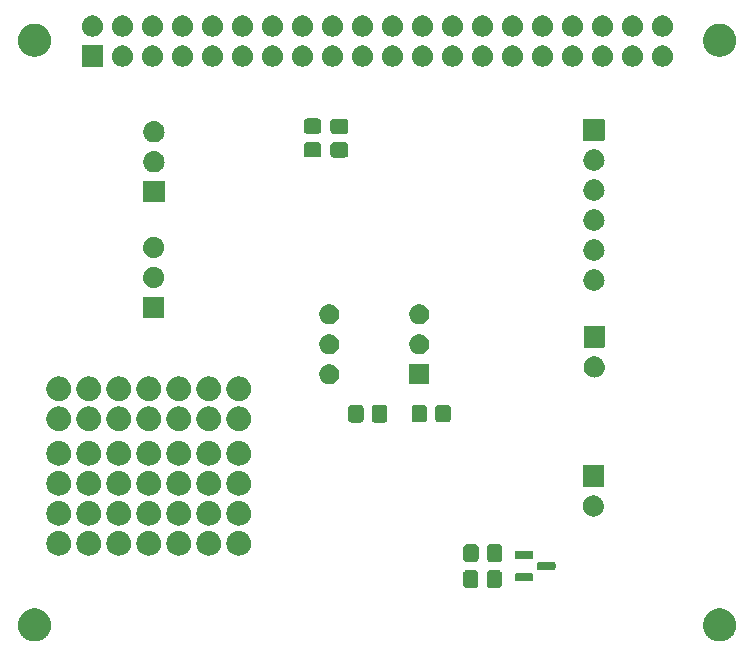
<source format=gbr>
G04 #@! TF.GenerationSoftware,KiCad,Pcbnew,8.0.0*
G04 #@! TF.CreationDate,2024-09-16T09:54:48+02:00*
G04 #@! TF.ProjectId,SVXLink_PiHat_V1,5356584c-696e-46b5-9f50-694861745f56,rev?*
G04 #@! TF.SameCoordinates,Original*
G04 #@! TF.FileFunction,Soldermask,Top*
G04 #@! TF.FilePolarity,Negative*
%FSLAX46Y46*%
G04 Gerber Fmt 4.6, Leading zero omitted, Abs format (unit mm)*
G04 Created by KiCad (PCBNEW 8.0.0) date 2024-09-16 09:54:48*
%MOMM*%
%LPD*%
G01*
G04 APERTURE LIST*
G04 APERTURE END LIST*
G36*
X80553592Y-107113085D02*
G01*
X80613394Y-107113085D01*
X80666779Y-107121993D01*
X80716809Y-107125931D01*
X80777061Y-107140396D01*
X80841625Y-107151170D01*
X80887412Y-107166889D01*
X80930511Y-107177236D01*
X80993249Y-107203223D01*
X81060475Y-107226302D01*
X81098023Y-107246622D01*
X81133565Y-107261344D01*
X81196560Y-107299947D01*
X81263974Y-107336430D01*
X81293145Y-107359135D01*
X81320957Y-107376178D01*
X81381728Y-107428081D01*
X81446571Y-107478551D01*
X81467725Y-107501530D01*
X81488082Y-107518917D01*
X81543980Y-107584365D01*
X81603286Y-107648788D01*
X81617224Y-107670123D01*
X81630821Y-107686042D01*
X81679138Y-107764888D01*
X81729843Y-107842498D01*
X81737765Y-107860559D01*
X81745655Y-107873434D01*
X81783679Y-107965233D01*
X81822790Y-108054396D01*
X81826215Y-108067924D01*
X81829763Y-108076488D01*
X81854919Y-108181274D01*
X81879592Y-108278703D01*
X81880267Y-108286856D01*
X81881068Y-108290190D01*
X81890988Y-108416235D01*
X81898700Y-108509300D01*
X81890987Y-108602372D01*
X81881068Y-108728409D01*
X81880267Y-108731742D01*
X81879592Y-108739897D01*
X81854915Y-108837343D01*
X81829763Y-108942111D01*
X81826216Y-108950672D01*
X81822790Y-108964204D01*
X81783672Y-109053383D01*
X81745655Y-109145165D01*
X81737767Y-109158036D01*
X81729843Y-109176102D01*
X81679128Y-109253726D01*
X81630821Y-109332557D01*
X81617227Y-109348472D01*
X81603286Y-109369812D01*
X81543968Y-109434247D01*
X81488082Y-109499682D01*
X81467729Y-109517064D01*
X81446571Y-109540049D01*
X81381715Y-109590528D01*
X81320957Y-109642421D01*
X81293151Y-109659460D01*
X81263974Y-109682170D01*
X81196546Y-109718659D01*
X81133565Y-109757255D01*
X81098031Y-109771973D01*
X81060475Y-109792298D01*
X80993235Y-109815381D01*
X80930511Y-109841363D01*
X80887422Y-109851707D01*
X80841625Y-109867430D01*
X80777047Y-109878206D01*
X80716809Y-109892668D01*
X80666790Y-109896604D01*
X80613394Y-109905515D01*
X80553579Y-109905515D01*
X80497700Y-109909913D01*
X80441820Y-109905515D01*
X80382006Y-109905515D01*
X80328610Y-109896604D01*
X80278590Y-109892668D01*
X80218348Y-109878205D01*
X80153775Y-109867430D01*
X80107980Y-109851708D01*
X80064888Y-109841363D01*
X80002158Y-109815379D01*
X79934925Y-109792298D01*
X79897372Y-109771975D01*
X79861834Y-109757255D01*
X79798845Y-109718655D01*
X79731426Y-109682170D01*
X79702252Y-109659463D01*
X79674442Y-109642421D01*
X79613673Y-109590519D01*
X79548829Y-109540049D01*
X79527673Y-109517068D01*
X79507317Y-109499682D01*
X79451417Y-109434232D01*
X79392114Y-109369812D01*
X79378175Y-109348477D01*
X79364578Y-109332557D01*
X79316255Y-109253701D01*
X79265557Y-109176102D01*
X79257635Y-109158042D01*
X79249744Y-109145165D01*
X79211709Y-109053342D01*
X79172610Y-108964204D01*
X79169185Y-108950679D01*
X79165636Y-108942111D01*
X79140465Y-108837267D01*
X79115808Y-108739897D01*
X79115132Y-108731748D01*
X79114331Y-108728409D01*
X79104392Y-108602131D01*
X79096700Y-108509300D01*
X79104391Y-108416476D01*
X79114331Y-108290190D01*
X79115132Y-108286849D01*
X79115808Y-108278703D01*
X79140460Y-108181350D01*
X79165636Y-108076488D01*
X79169185Y-108067918D01*
X79172610Y-108054396D01*
X79211702Y-107965273D01*
X79249744Y-107873434D01*
X79257636Y-107860553D01*
X79265557Y-107842498D01*
X79316245Y-107764913D01*
X79364578Y-107686042D01*
X79378178Y-107670118D01*
X79392114Y-107648788D01*
X79451405Y-107584380D01*
X79507317Y-107518917D01*
X79527678Y-107501526D01*
X79548829Y-107478551D01*
X79613660Y-107428090D01*
X79674442Y-107376178D01*
X79702258Y-107359132D01*
X79731426Y-107336430D01*
X79798831Y-107299952D01*
X79861834Y-107261344D01*
X79897379Y-107246620D01*
X79934925Y-107226302D01*
X80002144Y-107203225D01*
X80064888Y-107177236D01*
X80107989Y-107166888D01*
X80153775Y-107151170D01*
X80218335Y-107140396D01*
X80278590Y-107125931D01*
X80328621Y-107121993D01*
X80382006Y-107113085D01*
X80441808Y-107113085D01*
X80497700Y-107108686D01*
X80553592Y-107113085D01*
G37*
G36*
X138553592Y-107113085D02*
G01*
X138613394Y-107113085D01*
X138666779Y-107121993D01*
X138716809Y-107125931D01*
X138777061Y-107140396D01*
X138841625Y-107151170D01*
X138887412Y-107166889D01*
X138930511Y-107177236D01*
X138993249Y-107203223D01*
X139060475Y-107226302D01*
X139098023Y-107246622D01*
X139133565Y-107261344D01*
X139196560Y-107299947D01*
X139263974Y-107336430D01*
X139293145Y-107359135D01*
X139320957Y-107376178D01*
X139381728Y-107428081D01*
X139446571Y-107478551D01*
X139467725Y-107501530D01*
X139488082Y-107518917D01*
X139543980Y-107584365D01*
X139603286Y-107648788D01*
X139617224Y-107670123D01*
X139630821Y-107686042D01*
X139679138Y-107764888D01*
X139729843Y-107842498D01*
X139737765Y-107860559D01*
X139745655Y-107873434D01*
X139783679Y-107965233D01*
X139822790Y-108054396D01*
X139826215Y-108067924D01*
X139829763Y-108076488D01*
X139854919Y-108181274D01*
X139879592Y-108278703D01*
X139880267Y-108286856D01*
X139881068Y-108290190D01*
X139890988Y-108416235D01*
X139898700Y-108509300D01*
X139890987Y-108602372D01*
X139881068Y-108728409D01*
X139880267Y-108731742D01*
X139879592Y-108739897D01*
X139854915Y-108837343D01*
X139829763Y-108942111D01*
X139826216Y-108950672D01*
X139822790Y-108964204D01*
X139783672Y-109053383D01*
X139745655Y-109145165D01*
X139737767Y-109158036D01*
X139729843Y-109176102D01*
X139679128Y-109253726D01*
X139630821Y-109332557D01*
X139617227Y-109348472D01*
X139603286Y-109369812D01*
X139543968Y-109434247D01*
X139488082Y-109499682D01*
X139467729Y-109517064D01*
X139446571Y-109540049D01*
X139381715Y-109590528D01*
X139320957Y-109642421D01*
X139293151Y-109659460D01*
X139263974Y-109682170D01*
X139196546Y-109718659D01*
X139133565Y-109757255D01*
X139098031Y-109771973D01*
X139060475Y-109792298D01*
X138993235Y-109815381D01*
X138930511Y-109841363D01*
X138887422Y-109851707D01*
X138841625Y-109867430D01*
X138777047Y-109878206D01*
X138716809Y-109892668D01*
X138666790Y-109896604D01*
X138613394Y-109905515D01*
X138553579Y-109905515D01*
X138497700Y-109909913D01*
X138441820Y-109905515D01*
X138382006Y-109905515D01*
X138328610Y-109896604D01*
X138278590Y-109892668D01*
X138218348Y-109878205D01*
X138153775Y-109867430D01*
X138107980Y-109851708D01*
X138064888Y-109841363D01*
X138002158Y-109815379D01*
X137934925Y-109792298D01*
X137897372Y-109771975D01*
X137861834Y-109757255D01*
X137798845Y-109718655D01*
X137731426Y-109682170D01*
X137702252Y-109659463D01*
X137674442Y-109642421D01*
X137613673Y-109590519D01*
X137548829Y-109540049D01*
X137527673Y-109517068D01*
X137507317Y-109499682D01*
X137451417Y-109434232D01*
X137392114Y-109369812D01*
X137378175Y-109348477D01*
X137364578Y-109332557D01*
X137316255Y-109253701D01*
X137265557Y-109176102D01*
X137257635Y-109158042D01*
X137249744Y-109145165D01*
X137211709Y-109053342D01*
X137172610Y-108964204D01*
X137169185Y-108950679D01*
X137165636Y-108942111D01*
X137140465Y-108837267D01*
X137115808Y-108739897D01*
X137115132Y-108731748D01*
X137114331Y-108728409D01*
X137104392Y-108602131D01*
X137096700Y-108509300D01*
X137104391Y-108416476D01*
X137114331Y-108290190D01*
X137115132Y-108286849D01*
X137115808Y-108278703D01*
X137140460Y-108181350D01*
X137165636Y-108076488D01*
X137169185Y-108067918D01*
X137172610Y-108054396D01*
X137211702Y-107965273D01*
X137249744Y-107873434D01*
X137257636Y-107860553D01*
X137265557Y-107842498D01*
X137316245Y-107764913D01*
X137364578Y-107686042D01*
X137378178Y-107670118D01*
X137392114Y-107648788D01*
X137451405Y-107584380D01*
X137507317Y-107518917D01*
X137527678Y-107501526D01*
X137548829Y-107478551D01*
X137613660Y-107428090D01*
X137674442Y-107376178D01*
X137702258Y-107359132D01*
X137731426Y-107336430D01*
X137798831Y-107299952D01*
X137861834Y-107261344D01*
X137897379Y-107246620D01*
X137934925Y-107226302D01*
X138002144Y-107203225D01*
X138064888Y-107177236D01*
X138107989Y-107166888D01*
X138153775Y-107151170D01*
X138218335Y-107140396D01*
X138278590Y-107125931D01*
X138328621Y-107121993D01*
X138382006Y-107113085D01*
X138441808Y-107113085D01*
X138497700Y-107108686D01*
X138553592Y-107113085D01*
G37*
G36*
X117848914Y-103896995D02*
G01*
X117864726Y-103903976D01*
X117872531Y-103905213D01*
X117905039Y-103921776D01*
X117950106Y-103941676D01*
X118028324Y-104019894D01*
X118048226Y-104064967D01*
X118064786Y-104097468D01*
X118066021Y-104105270D01*
X118073005Y-104121086D01*
X118081000Y-104190000D01*
X118081000Y-105090000D01*
X118073005Y-105158914D01*
X118066021Y-105174729D01*
X118064786Y-105182531D01*
X118048229Y-105215024D01*
X118028324Y-105260106D01*
X117950106Y-105338324D01*
X117905024Y-105358229D01*
X117872531Y-105374786D01*
X117864729Y-105376021D01*
X117848914Y-105383005D01*
X117780000Y-105391000D01*
X117080000Y-105391000D01*
X117011086Y-105383005D01*
X116995270Y-105376021D01*
X116987468Y-105374786D01*
X116954967Y-105358226D01*
X116909894Y-105338324D01*
X116831676Y-105260106D01*
X116811776Y-105215039D01*
X116795213Y-105182531D01*
X116793976Y-105174726D01*
X116786995Y-105158914D01*
X116779000Y-105090000D01*
X116779000Y-104190000D01*
X116786995Y-104121086D01*
X116793976Y-104105274D01*
X116795213Y-104097468D01*
X116811780Y-104064953D01*
X116831676Y-104019894D01*
X116909894Y-103941676D01*
X116954953Y-103921780D01*
X116987468Y-103905213D01*
X116995274Y-103903976D01*
X117011086Y-103896995D01*
X117080000Y-103889000D01*
X117780000Y-103889000D01*
X117848914Y-103896995D01*
G37*
G36*
X119848914Y-103896995D02*
G01*
X119864726Y-103903976D01*
X119872531Y-103905213D01*
X119905039Y-103921776D01*
X119950106Y-103941676D01*
X120028324Y-104019894D01*
X120048226Y-104064967D01*
X120064786Y-104097468D01*
X120066021Y-104105270D01*
X120073005Y-104121086D01*
X120081000Y-104190000D01*
X120081000Y-105090000D01*
X120073005Y-105158914D01*
X120066021Y-105174729D01*
X120064786Y-105182531D01*
X120048229Y-105215024D01*
X120028324Y-105260106D01*
X119950106Y-105338324D01*
X119905024Y-105358229D01*
X119872531Y-105374786D01*
X119864729Y-105376021D01*
X119848914Y-105383005D01*
X119780000Y-105391000D01*
X119080000Y-105391000D01*
X119011086Y-105383005D01*
X118995270Y-105376021D01*
X118987468Y-105374786D01*
X118954967Y-105358226D01*
X118909894Y-105338324D01*
X118831676Y-105260106D01*
X118811776Y-105215039D01*
X118795213Y-105182531D01*
X118793976Y-105174726D01*
X118786995Y-105158914D01*
X118779000Y-105090000D01*
X118779000Y-104190000D01*
X118786995Y-104121086D01*
X118793976Y-104105274D01*
X118795213Y-104097468D01*
X118811780Y-104064953D01*
X118831676Y-104019894D01*
X118909894Y-103941676D01*
X118954953Y-103921780D01*
X118987468Y-103905213D01*
X118995274Y-103903976D01*
X119011086Y-103896995D01*
X119080000Y-103889000D01*
X119780000Y-103889000D01*
X119848914Y-103896995D01*
G37*
G36*
X122548540Y-104142190D02*
G01*
X122581487Y-104146528D01*
X122589774Y-104150392D01*
X122609419Y-104154300D01*
X122635438Y-104171686D01*
X122646680Y-104176928D01*
X122653519Y-104183767D01*
X122674628Y-104197872D01*
X122688732Y-104218980D01*
X122695571Y-104225819D01*
X122700812Y-104237058D01*
X122718200Y-104263081D01*
X122722107Y-104282727D01*
X122725971Y-104291012D01*
X122730306Y-104323946D01*
X122733500Y-104340000D01*
X122733500Y-104640000D01*
X122730306Y-104656054D01*
X122725971Y-104688987D01*
X122722108Y-104697270D01*
X122718200Y-104716919D01*
X122700810Y-104742943D01*
X122695571Y-104754180D01*
X122688734Y-104761016D01*
X122674628Y-104782128D01*
X122653516Y-104796234D01*
X122646680Y-104803071D01*
X122635443Y-104808310D01*
X122609419Y-104825700D01*
X122589770Y-104829608D01*
X122581487Y-104833471D01*
X122548554Y-104837806D01*
X122532500Y-104841000D01*
X121357500Y-104841000D01*
X121341446Y-104837806D01*
X121308512Y-104833471D01*
X121300227Y-104829607D01*
X121280581Y-104825700D01*
X121254558Y-104808312D01*
X121243319Y-104803071D01*
X121236480Y-104796232D01*
X121215372Y-104782128D01*
X121201267Y-104761019D01*
X121194428Y-104754180D01*
X121189186Y-104742938D01*
X121171800Y-104716919D01*
X121167892Y-104697274D01*
X121164028Y-104688987D01*
X121159690Y-104656040D01*
X121156500Y-104640000D01*
X121156500Y-104340000D01*
X121159690Y-104323961D01*
X121164028Y-104291012D01*
X121167892Y-104282723D01*
X121171800Y-104263081D01*
X121189184Y-104237063D01*
X121194428Y-104225819D01*
X121201269Y-104218977D01*
X121215372Y-104197872D01*
X121236477Y-104183769D01*
X121243319Y-104176928D01*
X121254563Y-104171684D01*
X121280581Y-104154300D01*
X121300223Y-104150392D01*
X121308512Y-104146528D01*
X121341461Y-104142190D01*
X121357500Y-104139000D01*
X122532500Y-104139000D01*
X122548540Y-104142190D01*
G37*
G36*
X124423540Y-103192190D02*
G01*
X124456487Y-103196528D01*
X124464774Y-103200392D01*
X124484419Y-103204300D01*
X124510438Y-103221686D01*
X124521680Y-103226928D01*
X124528519Y-103233767D01*
X124549628Y-103247872D01*
X124563732Y-103268980D01*
X124570571Y-103275819D01*
X124575812Y-103287058D01*
X124593200Y-103313081D01*
X124597107Y-103332727D01*
X124600971Y-103341012D01*
X124605306Y-103373946D01*
X124608500Y-103390000D01*
X124608500Y-103690000D01*
X124605306Y-103706054D01*
X124600971Y-103738987D01*
X124597108Y-103747270D01*
X124593200Y-103766919D01*
X124575810Y-103792943D01*
X124570571Y-103804180D01*
X124563734Y-103811016D01*
X124549628Y-103832128D01*
X124528516Y-103846234D01*
X124521680Y-103853071D01*
X124510443Y-103858310D01*
X124484419Y-103875700D01*
X124464770Y-103879608D01*
X124456487Y-103883471D01*
X124423554Y-103887806D01*
X124407500Y-103891000D01*
X123232500Y-103891000D01*
X123216446Y-103887806D01*
X123183512Y-103883471D01*
X123175227Y-103879607D01*
X123155581Y-103875700D01*
X123129558Y-103858312D01*
X123118319Y-103853071D01*
X123111480Y-103846232D01*
X123090372Y-103832128D01*
X123076267Y-103811019D01*
X123069428Y-103804180D01*
X123064186Y-103792938D01*
X123046800Y-103766919D01*
X123042892Y-103747274D01*
X123039028Y-103738987D01*
X123034690Y-103706040D01*
X123031500Y-103690000D01*
X123031500Y-103390000D01*
X123034690Y-103373961D01*
X123039028Y-103341012D01*
X123042892Y-103332723D01*
X123046800Y-103313081D01*
X123064184Y-103287063D01*
X123069428Y-103275819D01*
X123076269Y-103268977D01*
X123090372Y-103247872D01*
X123111477Y-103233769D01*
X123118319Y-103226928D01*
X123129563Y-103221684D01*
X123155581Y-103204300D01*
X123175223Y-103200392D01*
X123183512Y-103196528D01*
X123216461Y-103192190D01*
X123232500Y-103189000D01*
X124407500Y-103189000D01*
X124423540Y-103192190D01*
G37*
G36*
X117868914Y-101696995D02*
G01*
X117884726Y-101703976D01*
X117892531Y-101705213D01*
X117925039Y-101721776D01*
X117970106Y-101741676D01*
X118048324Y-101819894D01*
X118068226Y-101864967D01*
X118084786Y-101897468D01*
X118086021Y-101905270D01*
X118093005Y-101921086D01*
X118101000Y-101990000D01*
X118101000Y-102890000D01*
X118093005Y-102958914D01*
X118086021Y-102974729D01*
X118084786Y-102982531D01*
X118068229Y-103015024D01*
X118048324Y-103060106D01*
X117970106Y-103138324D01*
X117925024Y-103158229D01*
X117892531Y-103174786D01*
X117884729Y-103176021D01*
X117868914Y-103183005D01*
X117800000Y-103191000D01*
X117100000Y-103191000D01*
X117031086Y-103183005D01*
X117015270Y-103176021D01*
X117007468Y-103174786D01*
X116974967Y-103158226D01*
X116929894Y-103138324D01*
X116851676Y-103060106D01*
X116831776Y-103015039D01*
X116815213Y-102982531D01*
X116813976Y-102974726D01*
X116806995Y-102958914D01*
X116799000Y-102890000D01*
X116799000Y-101990000D01*
X116806995Y-101921086D01*
X116813976Y-101905274D01*
X116815213Y-101897468D01*
X116831780Y-101864953D01*
X116851676Y-101819894D01*
X116929894Y-101741676D01*
X116974953Y-101721780D01*
X117007468Y-101705213D01*
X117015274Y-101703976D01*
X117031086Y-101696995D01*
X117100000Y-101689000D01*
X117800000Y-101689000D01*
X117868914Y-101696995D01*
G37*
G36*
X119868914Y-101696995D02*
G01*
X119884726Y-101703976D01*
X119892531Y-101705213D01*
X119925039Y-101721776D01*
X119970106Y-101741676D01*
X120048324Y-101819894D01*
X120068226Y-101864967D01*
X120084786Y-101897468D01*
X120086021Y-101905270D01*
X120093005Y-101921086D01*
X120101000Y-101990000D01*
X120101000Y-102890000D01*
X120093005Y-102958914D01*
X120086021Y-102974729D01*
X120084786Y-102982531D01*
X120068229Y-103015024D01*
X120048324Y-103060106D01*
X119970106Y-103138324D01*
X119925024Y-103158229D01*
X119892531Y-103174786D01*
X119884729Y-103176021D01*
X119868914Y-103183005D01*
X119800000Y-103191000D01*
X119100000Y-103191000D01*
X119031086Y-103183005D01*
X119015270Y-103176021D01*
X119007468Y-103174786D01*
X118974967Y-103158226D01*
X118929894Y-103138324D01*
X118851676Y-103060106D01*
X118831776Y-103015039D01*
X118815213Y-102982531D01*
X118813976Y-102974726D01*
X118806995Y-102958914D01*
X118799000Y-102890000D01*
X118799000Y-101990000D01*
X118806995Y-101921086D01*
X118813976Y-101905274D01*
X118815213Y-101897468D01*
X118831780Y-101864953D01*
X118851676Y-101819894D01*
X118929894Y-101741676D01*
X118974953Y-101721780D01*
X119007468Y-101705213D01*
X119015274Y-101703976D01*
X119031086Y-101696995D01*
X119100000Y-101689000D01*
X119800000Y-101689000D01*
X119868914Y-101696995D01*
G37*
G36*
X122548540Y-102242190D02*
G01*
X122581487Y-102246528D01*
X122589774Y-102250392D01*
X122609419Y-102254300D01*
X122635438Y-102271686D01*
X122646680Y-102276928D01*
X122653519Y-102283767D01*
X122674628Y-102297872D01*
X122688732Y-102318980D01*
X122695571Y-102325819D01*
X122700812Y-102337058D01*
X122718200Y-102363081D01*
X122722107Y-102382727D01*
X122725971Y-102391012D01*
X122730306Y-102423946D01*
X122733500Y-102440000D01*
X122733500Y-102740000D01*
X122730306Y-102756054D01*
X122725971Y-102788987D01*
X122722108Y-102797270D01*
X122718200Y-102816919D01*
X122700810Y-102842943D01*
X122695571Y-102854180D01*
X122688734Y-102861016D01*
X122674628Y-102882128D01*
X122653516Y-102896234D01*
X122646680Y-102903071D01*
X122635443Y-102908310D01*
X122609419Y-102925700D01*
X122589770Y-102929608D01*
X122581487Y-102933471D01*
X122548554Y-102937806D01*
X122532500Y-102941000D01*
X121357500Y-102941000D01*
X121341446Y-102937806D01*
X121308512Y-102933471D01*
X121300227Y-102929607D01*
X121280581Y-102925700D01*
X121254558Y-102908312D01*
X121243319Y-102903071D01*
X121236480Y-102896232D01*
X121215372Y-102882128D01*
X121201267Y-102861019D01*
X121194428Y-102854180D01*
X121189186Y-102842938D01*
X121171800Y-102816919D01*
X121167892Y-102797274D01*
X121164028Y-102788987D01*
X121159690Y-102756040D01*
X121156500Y-102740000D01*
X121156500Y-102440000D01*
X121159690Y-102423961D01*
X121164028Y-102391012D01*
X121167892Y-102382723D01*
X121171800Y-102363081D01*
X121189184Y-102337063D01*
X121194428Y-102325819D01*
X121201269Y-102318977D01*
X121215372Y-102297872D01*
X121236477Y-102283769D01*
X121243319Y-102276928D01*
X121254563Y-102271684D01*
X121280581Y-102254300D01*
X121300223Y-102250392D01*
X121308512Y-102246528D01*
X121341461Y-102242190D01*
X121357500Y-102239000D01*
X122532500Y-102239000D01*
X122548540Y-102242190D01*
G37*
G36*
X82600938Y-100554017D02*
G01*
X82646923Y-100554017D01*
X82698139Y-100563590D01*
X82755040Y-100569195D01*
X82798261Y-100582306D01*
X82837474Y-100589636D01*
X82891785Y-100610676D01*
X82952200Y-100629003D01*
X82986720Y-100647454D01*
X83018232Y-100659662D01*
X83072977Y-100693559D01*
X83133904Y-100726125D01*
X83159506Y-100747136D01*
X83183048Y-100761713D01*
X83235212Y-100809267D01*
X83293169Y-100856831D01*
X83310342Y-100877757D01*
X83326301Y-100892305D01*
X83372629Y-100953653D01*
X83423875Y-101016096D01*
X83433783Y-101034634D01*
X83443122Y-101047000D01*
X83480274Y-101121613D01*
X83520997Y-101197800D01*
X83525340Y-101212117D01*
X83529528Y-101220528D01*
X83554267Y-101307476D01*
X83580805Y-101394960D01*
X83581676Y-101403811D01*
X83582577Y-101406975D01*
X83591938Y-101508002D01*
X83601000Y-101600000D01*
X83591938Y-101692005D01*
X83582577Y-101793024D01*
X83581676Y-101796187D01*
X83580805Y-101805040D01*
X83554262Y-101892538D01*
X83529528Y-101979471D01*
X83525341Y-101987879D01*
X83520997Y-102002200D01*
X83480267Y-102078399D01*
X83443122Y-102152999D01*
X83433785Y-102165362D01*
X83423875Y-102183904D01*
X83372620Y-102246357D01*
X83326301Y-102307694D01*
X83310345Y-102322238D01*
X83293169Y-102343169D01*
X83235201Y-102390741D01*
X83183048Y-102438286D01*
X83159511Y-102452859D01*
X83133904Y-102473875D01*
X83072965Y-102506447D01*
X83018232Y-102540337D01*
X82986726Y-102552542D01*
X82952200Y-102570997D01*
X82891773Y-102589327D01*
X82837474Y-102610363D01*
X82798268Y-102617691D01*
X82755040Y-102630805D01*
X82698136Y-102636409D01*
X82646923Y-102645983D01*
X82600938Y-102645983D01*
X82550000Y-102651000D01*
X82499062Y-102645983D01*
X82453077Y-102645983D01*
X82401863Y-102636409D01*
X82344960Y-102630805D01*
X82301732Y-102617692D01*
X82262525Y-102610363D01*
X82208221Y-102589325D01*
X82147800Y-102570997D01*
X82113275Y-102552543D01*
X82081767Y-102540337D01*
X82027027Y-102506443D01*
X81966096Y-102473875D01*
X81940491Y-102452861D01*
X81916951Y-102438286D01*
X81864788Y-102390733D01*
X81806831Y-102343169D01*
X81789656Y-102322242D01*
X81773698Y-102307694D01*
X81727367Y-102246342D01*
X81676125Y-102183904D01*
X81666216Y-102165366D01*
X81656877Y-102152999D01*
X81619717Y-102078372D01*
X81579003Y-102002200D01*
X81574660Y-101987884D01*
X81570471Y-101979471D01*
X81545721Y-101892485D01*
X81519195Y-101805040D01*
X81518323Y-101796192D01*
X81517422Y-101793024D01*
X81508044Y-101691833D01*
X81499000Y-101600000D01*
X81508044Y-101508173D01*
X81517422Y-101406975D01*
X81518323Y-101403805D01*
X81519195Y-101394960D01*
X81545716Y-101307529D01*
X81570471Y-101220528D01*
X81574661Y-101212112D01*
X81579003Y-101197800D01*
X81619710Y-101121641D01*
X81656877Y-101047000D01*
X81666218Y-101034629D01*
X81676125Y-101016096D01*
X81727357Y-100953668D01*
X81773698Y-100892305D01*
X81789660Y-100877753D01*
X81806831Y-100856831D01*
X81864777Y-100809275D01*
X81916951Y-100761713D01*
X81940496Y-100747134D01*
X81966096Y-100726125D01*
X82027015Y-100693563D01*
X82081767Y-100659662D01*
X82113282Y-100647452D01*
X82147800Y-100629003D01*
X82208209Y-100610677D01*
X82262525Y-100589636D01*
X82301739Y-100582305D01*
X82344960Y-100569195D01*
X82401860Y-100563590D01*
X82453077Y-100554017D01*
X82499062Y-100554017D01*
X82550000Y-100549000D01*
X82600938Y-100554017D01*
G37*
G36*
X85140938Y-100554017D02*
G01*
X85186923Y-100554017D01*
X85238139Y-100563590D01*
X85295040Y-100569195D01*
X85338261Y-100582306D01*
X85377474Y-100589636D01*
X85431785Y-100610676D01*
X85492200Y-100629003D01*
X85526720Y-100647454D01*
X85558232Y-100659662D01*
X85612977Y-100693559D01*
X85673904Y-100726125D01*
X85699506Y-100747136D01*
X85723048Y-100761713D01*
X85775212Y-100809267D01*
X85833169Y-100856831D01*
X85850342Y-100877757D01*
X85866301Y-100892305D01*
X85912629Y-100953653D01*
X85963875Y-101016096D01*
X85973783Y-101034634D01*
X85983122Y-101047000D01*
X86020274Y-101121613D01*
X86060997Y-101197800D01*
X86065340Y-101212117D01*
X86069528Y-101220528D01*
X86094267Y-101307476D01*
X86120805Y-101394960D01*
X86121676Y-101403811D01*
X86122577Y-101406975D01*
X86131938Y-101508002D01*
X86141000Y-101600000D01*
X86131938Y-101692005D01*
X86122577Y-101793024D01*
X86121676Y-101796187D01*
X86120805Y-101805040D01*
X86094262Y-101892538D01*
X86069528Y-101979471D01*
X86065341Y-101987879D01*
X86060997Y-102002200D01*
X86020267Y-102078399D01*
X85983122Y-102152999D01*
X85973785Y-102165362D01*
X85963875Y-102183904D01*
X85912620Y-102246357D01*
X85866301Y-102307694D01*
X85850345Y-102322238D01*
X85833169Y-102343169D01*
X85775201Y-102390741D01*
X85723048Y-102438286D01*
X85699511Y-102452859D01*
X85673904Y-102473875D01*
X85612965Y-102506447D01*
X85558232Y-102540337D01*
X85526726Y-102552542D01*
X85492200Y-102570997D01*
X85431773Y-102589327D01*
X85377474Y-102610363D01*
X85338268Y-102617691D01*
X85295040Y-102630805D01*
X85238136Y-102636409D01*
X85186923Y-102645983D01*
X85140938Y-102645983D01*
X85090000Y-102651000D01*
X85039062Y-102645983D01*
X84993077Y-102645983D01*
X84941863Y-102636409D01*
X84884960Y-102630805D01*
X84841732Y-102617692D01*
X84802525Y-102610363D01*
X84748221Y-102589325D01*
X84687800Y-102570997D01*
X84653275Y-102552543D01*
X84621767Y-102540337D01*
X84567027Y-102506443D01*
X84506096Y-102473875D01*
X84480491Y-102452861D01*
X84456951Y-102438286D01*
X84404788Y-102390733D01*
X84346831Y-102343169D01*
X84329656Y-102322242D01*
X84313698Y-102307694D01*
X84267367Y-102246342D01*
X84216125Y-102183904D01*
X84206216Y-102165366D01*
X84196877Y-102152999D01*
X84159717Y-102078372D01*
X84119003Y-102002200D01*
X84114660Y-101987884D01*
X84110471Y-101979471D01*
X84085721Y-101892485D01*
X84059195Y-101805040D01*
X84058323Y-101796192D01*
X84057422Y-101793024D01*
X84048044Y-101691833D01*
X84039000Y-101600000D01*
X84048044Y-101508173D01*
X84057422Y-101406975D01*
X84058323Y-101403805D01*
X84059195Y-101394960D01*
X84085716Y-101307529D01*
X84110471Y-101220528D01*
X84114661Y-101212112D01*
X84119003Y-101197800D01*
X84159710Y-101121641D01*
X84196877Y-101047000D01*
X84206218Y-101034629D01*
X84216125Y-101016096D01*
X84267357Y-100953668D01*
X84313698Y-100892305D01*
X84329660Y-100877753D01*
X84346831Y-100856831D01*
X84404777Y-100809275D01*
X84456951Y-100761713D01*
X84480496Y-100747134D01*
X84506096Y-100726125D01*
X84567015Y-100693563D01*
X84621767Y-100659662D01*
X84653282Y-100647452D01*
X84687800Y-100629003D01*
X84748209Y-100610677D01*
X84802525Y-100589636D01*
X84841739Y-100582305D01*
X84884960Y-100569195D01*
X84941860Y-100563590D01*
X84993077Y-100554017D01*
X85039062Y-100554017D01*
X85090000Y-100549000D01*
X85140938Y-100554017D01*
G37*
G36*
X87680938Y-100554017D02*
G01*
X87726923Y-100554017D01*
X87778139Y-100563590D01*
X87835040Y-100569195D01*
X87878261Y-100582306D01*
X87917474Y-100589636D01*
X87971785Y-100610676D01*
X88032200Y-100629003D01*
X88066720Y-100647454D01*
X88098232Y-100659662D01*
X88152977Y-100693559D01*
X88213904Y-100726125D01*
X88239506Y-100747136D01*
X88263048Y-100761713D01*
X88315212Y-100809267D01*
X88373169Y-100856831D01*
X88390342Y-100877757D01*
X88406301Y-100892305D01*
X88452629Y-100953653D01*
X88503875Y-101016096D01*
X88513783Y-101034634D01*
X88523122Y-101047000D01*
X88560274Y-101121613D01*
X88600997Y-101197800D01*
X88605340Y-101212117D01*
X88609528Y-101220528D01*
X88634267Y-101307476D01*
X88660805Y-101394960D01*
X88661676Y-101403811D01*
X88662577Y-101406975D01*
X88671938Y-101508002D01*
X88681000Y-101600000D01*
X88671938Y-101692005D01*
X88662577Y-101793024D01*
X88661676Y-101796187D01*
X88660805Y-101805040D01*
X88634262Y-101892538D01*
X88609528Y-101979471D01*
X88605341Y-101987879D01*
X88600997Y-102002200D01*
X88560267Y-102078399D01*
X88523122Y-102152999D01*
X88513785Y-102165362D01*
X88503875Y-102183904D01*
X88452620Y-102246357D01*
X88406301Y-102307694D01*
X88390345Y-102322238D01*
X88373169Y-102343169D01*
X88315201Y-102390741D01*
X88263048Y-102438286D01*
X88239511Y-102452859D01*
X88213904Y-102473875D01*
X88152965Y-102506447D01*
X88098232Y-102540337D01*
X88066726Y-102552542D01*
X88032200Y-102570997D01*
X87971773Y-102589327D01*
X87917474Y-102610363D01*
X87878268Y-102617691D01*
X87835040Y-102630805D01*
X87778136Y-102636409D01*
X87726923Y-102645983D01*
X87680938Y-102645983D01*
X87630000Y-102651000D01*
X87579062Y-102645983D01*
X87533077Y-102645983D01*
X87481863Y-102636409D01*
X87424960Y-102630805D01*
X87381732Y-102617692D01*
X87342525Y-102610363D01*
X87288221Y-102589325D01*
X87227800Y-102570997D01*
X87193275Y-102552543D01*
X87161767Y-102540337D01*
X87107027Y-102506443D01*
X87046096Y-102473875D01*
X87020491Y-102452861D01*
X86996951Y-102438286D01*
X86944788Y-102390733D01*
X86886831Y-102343169D01*
X86869656Y-102322242D01*
X86853698Y-102307694D01*
X86807367Y-102246342D01*
X86756125Y-102183904D01*
X86746216Y-102165366D01*
X86736877Y-102152999D01*
X86699717Y-102078372D01*
X86659003Y-102002200D01*
X86654660Y-101987884D01*
X86650471Y-101979471D01*
X86625721Y-101892485D01*
X86599195Y-101805040D01*
X86598323Y-101796192D01*
X86597422Y-101793024D01*
X86588044Y-101691833D01*
X86579000Y-101600000D01*
X86588044Y-101508173D01*
X86597422Y-101406975D01*
X86598323Y-101403805D01*
X86599195Y-101394960D01*
X86625716Y-101307529D01*
X86650471Y-101220528D01*
X86654661Y-101212112D01*
X86659003Y-101197800D01*
X86699710Y-101121641D01*
X86736877Y-101047000D01*
X86746218Y-101034629D01*
X86756125Y-101016096D01*
X86807357Y-100953668D01*
X86853698Y-100892305D01*
X86869660Y-100877753D01*
X86886831Y-100856831D01*
X86944777Y-100809275D01*
X86996951Y-100761713D01*
X87020496Y-100747134D01*
X87046096Y-100726125D01*
X87107015Y-100693563D01*
X87161767Y-100659662D01*
X87193282Y-100647452D01*
X87227800Y-100629003D01*
X87288209Y-100610677D01*
X87342525Y-100589636D01*
X87381739Y-100582305D01*
X87424960Y-100569195D01*
X87481860Y-100563590D01*
X87533077Y-100554017D01*
X87579062Y-100554017D01*
X87630000Y-100549000D01*
X87680938Y-100554017D01*
G37*
G36*
X90220938Y-100554017D02*
G01*
X90266923Y-100554017D01*
X90318139Y-100563590D01*
X90375040Y-100569195D01*
X90418261Y-100582306D01*
X90457474Y-100589636D01*
X90511785Y-100610676D01*
X90572200Y-100629003D01*
X90606720Y-100647454D01*
X90638232Y-100659662D01*
X90692977Y-100693559D01*
X90753904Y-100726125D01*
X90779506Y-100747136D01*
X90803048Y-100761713D01*
X90855212Y-100809267D01*
X90913169Y-100856831D01*
X90930342Y-100877757D01*
X90946301Y-100892305D01*
X90992629Y-100953653D01*
X91043875Y-101016096D01*
X91053783Y-101034634D01*
X91063122Y-101047000D01*
X91100274Y-101121613D01*
X91140997Y-101197800D01*
X91145340Y-101212117D01*
X91149528Y-101220528D01*
X91174267Y-101307476D01*
X91200805Y-101394960D01*
X91201676Y-101403811D01*
X91202577Y-101406975D01*
X91211938Y-101508002D01*
X91221000Y-101600000D01*
X91211938Y-101692005D01*
X91202577Y-101793024D01*
X91201676Y-101796187D01*
X91200805Y-101805040D01*
X91174262Y-101892538D01*
X91149528Y-101979471D01*
X91145341Y-101987879D01*
X91140997Y-102002200D01*
X91100267Y-102078399D01*
X91063122Y-102152999D01*
X91053785Y-102165362D01*
X91043875Y-102183904D01*
X90992620Y-102246357D01*
X90946301Y-102307694D01*
X90930345Y-102322238D01*
X90913169Y-102343169D01*
X90855201Y-102390741D01*
X90803048Y-102438286D01*
X90779511Y-102452859D01*
X90753904Y-102473875D01*
X90692965Y-102506447D01*
X90638232Y-102540337D01*
X90606726Y-102552542D01*
X90572200Y-102570997D01*
X90511773Y-102589327D01*
X90457474Y-102610363D01*
X90418268Y-102617691D01*
X90375040Y-102630805D01*
X90318136Y-102636409D01*
X90266923Y-102645983D01*
X90220938Y-102645983D01*
X90170000Y-102651000D01*
X90119062Y-102645983D01*
X90073077Y-102645983D01*
X90021863Y-102636409D01*
X89964960Y-102630805D01*
X89921732Y-102617692D01*
X89882525Y-102610363D01*
X89828221Y-102589325D01*
X89767800Y-102570997D01*
X89733275Y-102552543D01*
X89701767Y-102540337D01*
X89647027Y-102506443D01*
X89586096Y-102473875D01*
X89560491Y-102452861D01*
X89536951Y-102438286D01*
X89484788Y-102390733D01*
X89426831Y-102343169D01*
X89409656Y-102322242D01*
X89393698Y-102307694D01*
X89347367Y-102246342D01*
X89296125Y-102183904D01*
X89286216Y-102165366D01*
X89276877Y-102152999D01*
X89239717Y-102078372D01*
X89199003Y-102002200D01*
X89194660Y-101987884D01*
X89190471Y-101979471D01*
X89165721Y-101892485D01*
X89139195Y-101805040D01*
X89138323Y-101796192D01*
X89137422Y-101793024D01*
X89128044Y-101691833D01*
X89119000Y-101600000D01*
X89128044Y-101508173D01*
X89137422Y-101406975D01*
X89138323Y-101403805D01*
X89139195Y-101394960D01*
X89165716Y-101307529D01*
X89190471Y-101220528D01*
X89194661Y-101212112D01*
X89199003Y-101197800D01*
X89239710Y-101121641D01*
X89276877Y-101047000D01*
X89286218Y-101034629D01*
X89296125Y-101016096D01*
X89347357Y-100953668D01*
X89393698Y-100892305D01*
X89409660Y-100877753D01*
X89426831Y-100856831D01*
X89484777Y-100809275D01*
X89536951Y-100761713D01*
X89560496Y-100747134D01*
X89586096Y-100726125D01*
X89647015Y-100693563D01*
X89701767Y-100659662D01*
X89733282Y-100647452D01*
X89767800Y-100629003D01*
X89828209Y-100610677D01*
X89882525Y-100589636D01*
X89921739Y-100582305D01*
X89964960Y-100569195D01*
X90021860Y-100563590D01*
X90073077Y-100554017D01*
X90119062Y-100554017D01*
X90170000Y-100549000D01*
X90220938Y-100554017D01*
G37*
G36*
X92760938Y-100554017D02*
G01*
X92806923Y-100554017D01*
X92858139Y-100563590D01*
X92915040Y-100569195D01*
X92958261Y-100582306D01*
X92997474Y-100589636D01*
X93051785Y-100610676D01*
X93112200Y-100629003D01*
X93146720Y-100647454D01*
X93178232Y-100659662D01*
X93232977Y-100693559D01*
X93293904Y-100726125D01*
X93319506Y-100747136D01*
X93343048Y-100761713D01*
X93395212Y-100809267D01*
X93453169Y-100856831D01*
X93470342Y-100877757D01*
X93486301Y-100892305D01*
X93532629Y-100953653D01*
X93583875Y-101016096D01*
X93593783Y-101034634D01*
X93603122Y-101047000D01*
X93640274Y-101121613D01*
X93680997Y-101197800D01*
X93685340Y-101212117D01*
X93689528Y-101220528D01*
X93714267Y-101307476D01*
X93740805Y-101394960D01*
X93741676Y-101403811D01*
X93742577Y-101406975D01*
X93751938Y-101508002D01*
X93761000Y-101600000D01*
X93751938Y-101692005D01*
X93742577Y-101793024D01*
X93741676Y-101796187D01*
X93740805Y-101805040D01*
X93714262Y-101892538D01*
X93689528Y-101979471D01*
X93685341Y-101987879D01*
X93680997Y-102002200D01*
X93640267Y-102078399D01*
X93603122Y-102152999D01*
X93593785Y-102165362D01*
X93583875Y-102183904D01*
X93532620Y-102246357D01*
X93486301Y-102307694D01*
X93470345Y-102322238D01*
X93453169Y-102343169D01*
X93395201Y-102390741D01*
X93343048Y-102438286D01*
X93319511Y-102452859D01*
X93293904Y-102473875D01*
X93232965Y-102506447D01*
X93178232Y-102540337D01*
X93146726Y-102552542D01*
X93112200Y-102570997D01*
X93051773Y-102589327D01*
X92997474Y-102610363D01*
X92958268Y-102617691D01*
X92915040Y-102630805D01*
X92858136Y-102636409D01*
X92806923Y-102645983D01*
X92760938Y-102645983D01*
X92710000Y-102651000D01*
X92659062Y-102645983D01*
X92613077Y-102645983D01*
X92561863Y-102636409D01*
X92504960Y-102630805D01*
X92461732Y-102617692D01*
X92422525Y-102610363D01*
X92368221Y-102589325D01*
X92307800Y-102570997D01*
X92273275Y-102552543D01*
X92241767Y-102540337D01*
X92187027Y-102506443D01*
X92126096Y-102473875D01*
X92100491Y-102452861D01*
X92076951Y-102438286D01*
X92024788Y-102390733D01*
X91966831Y-102343169D01*
X91949656Y-102322242D01*
X91933698Y-102307694D01*
X91887367Y-102246342D01*
X91836125Y-102183904D01*
X91826216Y-102165366D01*
X91816877Y-102152999D01*
X91779717Y-102078372D01*
X91739003Y-102002200D01*
X91734660Y-101987884D01*
X91730471Y-101979471D01*
X91705721Y-101892485D01*
X91679195Y-101805040D01*
X91678323Y-101796192D01*
X91677422Y-101793024D01*
X91668044Y-101691833D01*
X91659000Y-101600000D01*
X91668044Y-101508173D01*
X91677422Y-101406975D01*
X91678323Y-101403805D01*
X91679195Y-101394960D01*
X91705716Y-101307529D01*
X91730471Y-101220528D01*
X91734661Y-101212112D01*
X91739003Y-101197800D01*
X91779710Y-101121641D01*
X91816877Y-101047000D01*
X91826218Y-101034629D01*
X91836125Y-101016096D01*
X91887357Y-100953668D01*
X91933698Y-100892305D01*
X91949660Y-100877753D01*
X91966831Y-100856831D01*
X92024777Y-100809275D01*
X92076951Y-100761713D01*
X92100496Y-100747134D01*
X92126096Y-100726125D01*
X92187015Y-100693563D01*
X92241767Y-100659662D01*
X92273282Y-100647452D01*
X92307800Y-100629003D01*
X92368209Y-100610677D01*
X92422525Y-100589636D01*
X92461739Y-100582305D01*
X92504960Y-100569195D01*
X92561860Y-100563590D01*
X92613077Y-100554017D01*
X92659062Y-100554017D01*
X92710000Y-100549000D01*
X92760938Y-100554017D01*
G37*
G36*
X95300938Y-100554017D02*
G01*
X95346923Y-100554017D01*
X95398139Y-100563590D01*
X95455040Y-100569195D01*
X95498261Y-100582306D01*
X95537474Y-100589636D01*
X95591785Y-100610676D01*
X95652200Y-100629003D01*
X95686720Y-100647454D01*
X95718232Y-100659662D01*
X95772977Y-100693559D01*
X95833904Y-100726125D01*
X95859506Y-100747136D01*
X95883048Y-100761713D01*
X95935212Y-100809267D01*
X95993169Y-100856831D01*
X96010342Y-100877757D01*
X96026301Y-100892305D01*
X96072629Y-100953653D01*
X96123875Y-101016096D01*
X96133783Y-101034634D01*
X96143122Y-101047000D01*
X96180274Y-101121613D01*
X96220997Y-101197800D01*
X96225340Y-101212117D01*
X96229528Y-101220528D01*
X96254267Y-101307476D01*
X96280805Y-101394960D01*
X96281676Y-101403811D01*
X96282577Y-101406975D01*
X96291938Y-101508002D01*
X96301000Y-101600000D01*
X96291938Y-101692005D01*
X96282577Y-101793024D01*
X96281676Y-101796187D01*
X96280805Y-101805040D01*
X96254262Y-101892538D01*
X96229528Y-101979471D01*
X96225341Y-101987879D01*
X96220997Y-102002200D01*
X96180267Y-102078399D01*
X96143122Y-102152999D01*
X96133785Y-102165362D01*
X96123875Y-102183904D01*
X96072620Y-102246357D01*
X96026301Y-102307694D01*
X96010345Y-102322238D01*
X95993169Y-102343169D01*
X95935201Y-102390741D01*
X95883048Y-102438286D01*
X95859511Y-102452859D01*
X95833904Y-102473875D01*
X95772965Y-102506447D01*
X95718232Y-102540337D01*
X95686726Y-102552542D01*
X95652200Y-102570997D01*
X95591773Y-102589327D01*
X95537474Y-102610363D01*
X95498268Y-102617691D01*
X95455040Y-102630805D01*
X95398136Y-102636409D01*
X95346923Y-102645983D01*
X95300938Y-102645983D01*
X95250000Y-102651000D01*
X95199062Y-102645983D01*
X95153077Y-102645983D01*
X95101863Y-102636409D01*
X95044960Y-102630805D01*
X95001732Y-102617692D01*
X94962525Y-102610363D01*
X94908221Y-102589325D01*
X94847800Y-102570997D01*
X94813275Y-102552543D01*
X94781767Y-102540337D01*
X94727027Y-102506443D01*
X94666096Y-102473875D01*
X94640491Y-102452861D01*
X94616951Y-102438286D01*
X94564788Y-102390733D01*
X94506831Y-102343169D01*
X94489656Y-102322242D01*
X94473698Y-102307694D01*
X94427367Y-102246342D01*
X94376125Y-102183904D01*
X94366216Y-102165366D01*
X94356877Y-102152999D01*
X94319717Y-102078372D01*
X94279003Y-102002200D01*
X94274660Y-101987884D01*
X94270471Y-101979471D01*
X94245721Y-101892485D01*
X94219195Y-101805040D01*
X94218323Y-101796192D01*
X94217422Y-101793024D01*
X94208044Y-101691833D01*
X94199000Y-101600000D01*
X94208044Y-101508173D01*
X94217422Y-101406975D01*
X94218323Y-101403805D01*
X94219195Y-101394960D01*
X94245716Y-101307529D01*
X94270471Y-101220528D01*
X94274661Y-101212112D01*
X94279003Y-101197800D01*
X94319710Y-101121641D01*
X94356877Y-101047000D01*
X94366218Y-101034629D01*
X94376125Y-101016096D01*
X94427357Y-100953668D01*
X94473698Y-100892305D01*
X94489660Y-100877753D01*
X94506831Y-100856831D01*
X94564777Y-100809275D01*
X94616951Y-100761713D01*
X94640496Y-100747134D01*
X94666096Y-100726125D01*
X94727015Y-100693563D01*
X94781767Y-100659662D01*
X94813282Y-100647452D01*
X94847800Y-100629003D01*
X94908209Y-100610677D01*
X94962525Y-100589636D01*
X95001739Y-100582305D01*
X95044960Y-100569195D01*
X95101860Y-100563590D01*
X95153077Y-100554017D01*
X95199062Y-100554017D01*
X95250000Y-100549000D01*
X95300938Y-100554017D01*
G37*
G36*
X97840938Y-100554017D02*
G01*
X97886923Y-100554017D01*
X97938139Y-100563590D01*
X97995040Y-100569195D01*
X98038261Y-100582306D01*
X98077474Y-100589636D01*
X98131785Y-100610676D01*
X98192200Y-100629003D01*
X98226720Y-100647454D01*
X98258232Y-100659662D01*
X98312977Y-100693559D01*
X98373904Y-100726125D01*
X98399506Y-100747136D01*
X98423048Y-100761713D01*
X98475212Y-100809267D01*
X98533169Y-100856831D01*
X98550342Y-100877757D01*
X98566301Y-100892305D01*
X98612629Y-100953653D01*
X98663875Y-101016096D01*
X98673783Y-101034634D01*
X98683122Y-101047000D01*
X98720274Y-101121613D01*
X98760997Y-101197800D01*
X98765340Y-101212117D01*
X98769528Y-101220528D01*
X98794267Y-101307476D01*
X98820805Y-101394960D01*
X98821676Y-101403811D01*
X98822577Y-101406975D01*
X98831938Y-101508002D01*
X98841000Y-101600000D01*
X98831938Y-101692005D01*
X98822577Y-101793024D01*
X98821676Y-101796187D01*
X98820805Y-101805040D01*
X98794262Y-101892538D01*
X98769528Y-101979471D01*
X98765341Y-101987879D01*
X98760997Y-102002200D01*
X98720267Y-102078399D01*
X98683122Y-102152999D01*
X98673785Y-102165362D01*
X98663875Y-102183904D01*
X98612620Y-102246357D01*
X98566301Y-102307694D01*
X98550345Y-102322238D01*
X98533169Y-102343169D01*
X98475201Y-102390741D01*
X98423048Y-102438286D01*
X98399511Y-102452859D01*
X98373904Y-102473875D01*
X98312965Y-102506447D01*
X98258232Y-102540337D01*
X98226726Y-102552542D01*
X98192200Y-102570997D01*
X98131773Y-102589327D01*
X98077474Y-102610363D01*
X98038268Y-102617691D01*
X97995040Y-102630805D01*
X97938136Y-102636409D01*
X97886923Y-102645983D01*
X97840938Y-102645983D01*
X97790000Y-102651000D01*
X97739062Y-102645983D01*
X97693077Y-102645983D01*
X97641863Y-102636409D01*
X97584960Y-102630805D01*
X97541732Y-102617692D01*
X97502525Y-102610363D01*
X97448221Y-102589325D01*
X97387800Y-102570997D01*
X97353275Y-102552543D01*
X97321767Y-102540337D01*
X97267027Y-102506443D01*
X97206096Y-102473875D01*
X97180491Y-102452861D01*
X97156951Y-102438286D01*
X97104788Y-102390733D01*
X97046831Y-102343169D01*
X97029656Y-102322242D01*
X97013698Y-102307694D01*
X96967367Y-102246342D01*
X96916125Y-102183904D01*
X96906216Y-102165366D01*
X96896877Y-102152999D01*
X96859717Y-102078372D01*
X96819003Y-102002200D01*
X96814660Y-101987884D01*
X96810471Y-101979471D01*
X96785721Y-101892485D01*
X96759195Y-101805040D01*
X96758323Y-101796192D01*
X96757422Y-101793024D01*
X96748044Y-101691833D01*
X96739000Y-101600000D01*
X96748044Y-101508173D01*
X96757422Y-101406975D01*
X96758323Y-101403805D01*
X96759195Y-101394960D01*
X96785716Y-101307529D01*
X96810471Y-101220528D01*
X96814661Y-101212112D01*
X96819003Y-101197800D01*
X96859710Y-101121641D01*
X96896877Y-101047000D01*
X96906218Y-101034629D01*
X96916125Y-101016096D01*
X96967357Y-100953668D01*
X97013698Y-100892305D01*
X97029660Y-100877753D01*
X97046831Y-100856831D01*
X97104777Y-100809275D01*
X97156951Y-100761713D01*
X97180496Y-100747134D01*
X97206096Y-100726125D01*
X97267015Y-100693563D01*
X97321767Y-100659662D01*
X97353282Y-100647452D01*
X97387800Y-100629003D01*
X97448209Y-100610677D01*
X97502525Y-100589636D01*
X97541739Y-100582305D01*
X97584960Y-100569195D01*
X97641860Y-100563590D01*
X97693077Y-100554017D01*
X97739062Y-100554017D01*
X97790000Y-100549000D01*
X97840938Y-100554017D01*
G37*
G36*
X82600938Y-98014017D02*
G01*
X82646923Y-98014017D01*
X82698139Y-98023590D01*
X82755040Y-98029195D01*
X82798261Y-98042306D01*
X82837474Y-98049636D01*
X82891785Y-98070676D01*
X82952200Y-98089003D01*
X82986720Y-98107454D01*
X83018232Y-98119662D01*
X83072977Y-98153559D01*
X83133904Y-98186125D01*
X83159506Y-98207136D01*
X83183048Y-98221713D01*
X83235212Y-98269267D01*
X83293169Y-98316831D01*
X83310342Y-98337757D01*
X83326301Y-98352305D01*
X83372629Y-98413653D01*
X83423875Y-98476096D01*
X83433783Y-98494634D01*
X83443122Y-98507000D01*
X83480274Y-98581613D01*
X83520997Y-98657800D01*
X83525340Y-98672117D01*
X83529528Y-98680528D01*
X83554267Y-98767476D01*
X83580805Y-98854960D01*
X83581676Y-98863811D01*
X83582577Y-98866975D01*
X83591938Y-98968002D01*
X83601000Y-99060000D01*
X83591938Y-99152005D01*
X83582577Y-99253024D01*
X83581676Y-99256187D01*
X83580805Y-99265040D01*
X83554262Y-99352538D01*
X83529528Y-99439471D01*
X83525341Y-99447879D01*
X83520997Y-99462200D01*
X83480267Y-99538399D01*
X83443122Y-99612999D01*
X83433785Y-99625362D01*
X83423875Y-99643904D01*
X83372620Y-99706357D01*
X83326301Y-99767694D01*
X83310345Y-99782238D01*
X83293169Y-99803169D01*
X83235201Y-99850741D01*
X83183048Y-99898286D01*
X83159511Y-99912859D01*
X83133904Y-99933875D01*
X83072965Y-99966447D01*
X83018232Y-100000337D01*
X82986726Y-100012542D01*
X82952200Y-100030997D01*
X82891773Y-100049327D01*
X82837474Y-100070363D01*
X82798268Y-100077691D01*
X82755040Y-100090805D01*
X82698136Y-100096409D01*
X82646923Y-100105983D01*
X82600938Y-100105983D01*
X82550000Y-100111000D01*
X82499062Y-100105983D01*
X82453077Y-100105983D01*
X82401863Y-100096409D01*
X82344960Y-100090805D01*
X82301732Y-100077692D01*
X82262525Y-100070363D01*
X82208221Y-100049325D01*
X82147800Y-100030997D01*
X82113275Y-100012543D01*
X82081767Y-100000337D01*
X82027027Y-99966443D01*
X81966096Y-99933875D01*
X81940491Y-99912861D01*
X81916951Y-99898286D01*
X81864788Y-99850733D01*
X81806831Y-99803169D01*
X81789656Y-99782242D01*
X81773698Y-99767694D01*
X81727367Y-99706342D01*
X81676125Y-99643904D01*
X81666216Y-99625366D01*
X81656877Y-99612999D01*
X81619717Y-99538372D01*
X81579003Y-99462200D01*
X81574660Y-99447884D01*
X81570471Y-99439471D01*
X81545721Y-99352485D01*
X81519195Y-99265040D01*
X81518323Y-99256192D01*
X81517422Y-99253024D01*
X81508044Y-99151833D01*
X81499000Y-99060000D01*
X81508044Y-98968173D01*
X81517422Y-98866975D01*
X81518323Y-98863805D01*
X81519195Y-98854960D01*
X81545716Y-98767529D01*
X81570471Y-98680528D01*
X81574661Y-98672112D01*
X81579003Y-98657800D01*
X81619710Y-98581641D01*
X81656877Y-98507000D01*
X81666218Y-98494629D01*
X81676125Y-98476096D01*
X81727357Y-98413668D01*
X81773698Y-98352305D01*
X81789660Y-98337753D01*
X81806831Y-98316831D01*
X81864777Y-98269275D01*
X81916951Y-98221713D01*
X81940496Y-98207134D01*
X81966096Y-98186125D01*
X82027015Y-98153563D01*
X82081767Y-98119662D01*
X82113282Y-98107452D01*
X82147800Y-98089003D01*
X82208209Y-98070677D01*
X82262525Y-98049636D01*
X82301739Y-98042305D01*
X82344960Y-98029195D01*
X82401860Y-98023590D01*
X82453077Y-98014017D01*
X82499062Y-98014017D01*
X82550000Y-98009000D01*
X82600938Y-98014017D01*
G37*
G36*
X85140938Y-98014017D02*
G01*
X85186923Y-98014017D01*
X85238139Y-98023590D01*
X85295040Y-98029195D01*
X85338261Y-98042306D01*
X85377474Y-98049636D01*
X85431785Y-98070676D01*
X85492200Y-98089003D01*
X85526720Y-98107454D01*
X85558232Y-98119662D01*
X85612977Y-98153559D01*
X85673904Y-98186125D01*
X85699506Y-98207136D01*
X85723048Y-98221713D01*
X85775212Y-98269267D01*
X85833169Y-98316831D01*
X85850342Y-98337757D01*
X85866301Y-98352305D01*
X85912629Y-98413653D01*
X85963875Y-98476096D01*
X85973783Y-98494634D01*
X85983122Y-98507000D01*
X86020274Y-98581613D01*
X86060997Y-98657800D01*
X86065340Y-98672117D01*
X86069528Y-98680528D01*
X86094267Y-98767476D01*
X86120805Y-98854960D01*
X86121676Y-98863811D01*
X86122577Y-98866975D01*
X86131938Y-98968002D01*
X86141000Y-99060000D01*
X86131938Y-99152005D01*
X86122577Y-99253024D01*
X86121676Y-99256187D01*
X86120805Y-99265040D01*
X86094262Y-99352538D01*
X86069528Y-99439471D01*
X86065341Y-99447879D01*
X86060997Y-99462200D01*
X86020267Y-99538399D01*
X85983122Y-99612999D01*
X85973785Y-99625362D01*
X85963875Y-99643904D01*
X85912620Y-99706357D01*
X85866301Y-99767694D01*
X85850345Y-99782238D01*
X85833169Y-99803169D01*
X85775201Y-99850741D01*
X85723048Y-99898286D01*
X85699511Y-99912859D01*
X85673904Y-99933875D01*
X85612965Y-99966447D01*
X85558232Y-100000337D01*
X85526726Y-100012542D01*
X85492200Y-100030997D01*
X85431773Y-100049327D01*
X85377474Y-100070363D01*
X85338268Y-100077691D01*
X85295040Y-100090805D01*
X85238136Y-100096409D01*
X85186923Y-100105983D01*
X85140938Y-100105983D01*
X85090000Y-100111000D01*
X85039062Y-100105983D01*
X84993077Y-100105983D01*
X84941863Y-100096409D01*
X84884960Y-100090805D01*
X84841732Y-100077692D01*
X84802525Y-100070363D01*
X84748221Y-100049325D01*
X84687800Y-100030997D01*
X84653275Y-100012543D01*
X84621767Y-100000337D01*
X84567027Y-99966443D01*
X84506096Y-99933875D01*
X84480491Y-99912861D01*
X84456951Y-99898286D01*
X84404788Y-99850733D01*
X84346831Y-99803169D01*
X84329656Y-99782242D01*
X84313698Y-99767694D01*
X84267367Y-99706342D01*
X84216125Y-99643904D01*
X84206216Y-99625366D01*
X84196877Y-99612999D01*
X84159717Y-99538372D01*
X84119003Y-99462200D01*
X84114660Y-99447884D01*
X84110471Y-99439471D01*
X84085721Y-99352485D01*
X84059195Y-99265040D01*
X84058323Y-99256192D01*
X84057422Y-99253024D01*
X84048044Y-99151833D01*
X84039000Y-99060000D01*
X84048044Y-98968173D01*
X84057422Y-98866975D01*
X84058323Y-98863805D01*
X84059195Y-98854960D01*
X84085716Y-98767529D01*
X84110471Y-98680528D01*
X84114661Y-98672112D01*
X84119003Y-98657800D01*
X84159710Y-98581641D01*
X84196877Y-98507000D01*
X84206218Y-98494629D01*
X84216125Y-98476096D01*
X84267357Y-98413668D01*
X84313698Y-98352305D01*
X84329660Y-98337753D01*
X84346831Y-98316831D01*
X84404777Y-98269275D01*
X84456951Y-98221713D01*
X84480496Y-98207134D01*
X84506096Y-98186125D01*
X84567015Y-98153563D01*
X84621767Y-98119662D01*
X84653282Y-98107452D01*
X84687800Y-98089003D01*
X84748209Y-98070677D01*
X84802525Y-98049636D01*
X84841739Y-98042305D01*
X84884960Y-98029195D01*
X84941860Y-98023590D01*
X84993077Y-98014017D01*
X85039062Y-98014017D01*
X85090000Y-98009000D01*
X85140938Y-98014017D01*
G37*
G36*
X87680938Y-98014017D02*
G01*
X87726923Y-98014017D01*
X87778139Y-98023590D01*
X87835040Y-98029195D01*
X87878261Y-98042306D01*
X87917474Y-98049636D01*
X87971785Y-98070676D01*
X88032200Y-98089003D01*
X88066720Y-98107454D01*
X88098232Y-98119662D01*
X88152977Y-98153559D01*
X88213904Y-98186125D01*
X88239506Y-98207136D01*
X88263048Y-98221713D01*
X88315212Y-98269267D01*
X88373169Y-98316831D01*
X88390342Y-98337757D01*
X88406301Y-98352305D01*
X88452629Y-98413653D01*
X88503875Y-98476096D01*
X88513783Y-98494634D01*
X88523122Y-98507000D01*
X88560274Y-98581613D01*
X88600997Y-98657800D01*
X88605340Y-98672117D01*
X88609528Y-98680528D01*
X88634267Y-98767476D01*
X88660805Y-98854960D01*
X88661676Y-98863811D01*
X88662577Y-98866975D01*
X88671938Y-98968002D01*
X88681000Y-99060000D01*
X88671938Y-99152005D01*
X88662577Y-99253024D01*
X88661676Y-99256187D01*
X88660805Y-99265040D01*
X88634262Y-99352538D01*
X88609528Y-99439471D01*
X88605341Y-99447879D01*
X88600997Y-99462200D01*
X88560267Y-99538399D01*
X88523122Y-99612999D01*
X88513785Y-99625362D01*
X88503875Y-99643904D01*
X88452620Y-99706357D01*
X88406301Y-99767694D01*
X88390345Y-99782238D01*
X88373169Y-99803169D01*
X88315201Y-99850741D01*
X88263048Y-99898286D01*
X88239511Y-99912859D01*
X88213904Y-99933875D01*
X88152965Y-99966447D01*
X88098232Y-100000337D01*
X88066726Y-100012542D01*
X88032200Y-100030997D01*
X87971773Y-100049327D01*
X87917474Y-100070363D01*
X87878268Y-100077691D01*
X87835040Y-100090805D01*
X87778136Y-100096409D01*
X87726923Y-100105983D01*
X87680938Y-100105983D01*
X87630000Y-100111000D01*
X87579062Y-100105983D01*
X87533077Y-100105983D01*
X87481863Y-100096409D01*
X87424960Y-100090805D01*
X87381732Y-100077692D01*
X87342525Y-100070363D01*
X87288221Y-100049325D01*
X87227800Y-100030997D01*
X87193275Y-100012543D01*
X87161767Y-100000337D01*
X87107027Y-99966443D01*
X87046096Y-99933875D01*
X87020491Y-99912861D01*
X86996951Y-99898286D01*
X86944788Y-99850733D01*
X86886831Y-99803169D01*
X86869656Y-99782242D01*
X86853698Y-99767694D01*
X86807367Y-99706342D01*
X86756125Y-99643904D01*
X86746216Y-99625366D01*
X86736877Y-99612999D01*
X86699717Y-99538372D01*
X86659003Y-99462200D01*
X86654660Y-99447884D01*
X86650471Y-99439471D01*
X86625721Y-99352485D01*
X86599195Y-99265040D01*
X86598323Y-99256192D01*
X86597422Y-99253024D01*
X86588044Y-99151833D01*
X86579000Y-99060000D01*
X86588044Y-98968173D01*
X86597422Y-98866975D01*
X86598323Y-98863805D01*
X86599195Y-98854960D01*
X86625716Y-98767529D01*
X86650471Y-98680528D01*
X86654661Y-98672112D01*
X86659003Y-98657800D01*
X86699710Y-98581641D01*
X86736877Y-98507000D01*
X86746218Y-98494629D01*
X86756125Y-98476096D01*
X86807357Y-98413668D01*
X86853698Y-98352305D01*
X86869660Y-98337753D01*
X86886831Y-98316831D01*
X86944777Y-98269275D01*
X86996951Y-98221713D01*
X87020496Y-98207134D01*
X87046096Y-98186125D01*
X87107015Y-98153563D01*
X87161767Y-98119662D01*
X87193282Y-98107452D01*
X87227800Y-98089003D01*
X87288209Y-98070677D01*
X87342525Y-98049636D01*
X87381739Y-98042305D01*
X87424960Y-98029195D01*
X87481860Y-98023590D01*
X87533077Y-98014017D01*
X87579062Y-98014017D01*
X87630000Y-98009000D01*
X87680938Y-98014017D01*
G37*
G36*
X90220938Y-98014017D02*
G01*
X90266923Y-98014017D01*
X90318139Y-98023590D01*
X90375040Y-98029195D01*
X90418261Y-98042306D01*
X90457474Y-98049636D01*
X90511785Y-98070676D01*
X90572200Y-98089003D01*
X90606720Y-98107454D01*
X90638232Y-98119662D01*
X90692977Y-98153559D01*
X90753904Y-98186125D01*
X90779506Y-98207136D01*
X90803048Y-98221713D01*
X90855212Y-98269267D01*
X90913169Y-98316831D01*
X90930342Y-98337757D01*
X90946301Y-98352305D01*
X90992629Y-98413653D01*
X91043875Y-98476096D01*
X91053783Y-98494634D01*
X91063122Y-98507000D01*
X91100274Y-98581613D01*
X91140997Y-98657800D01*
X91145340Y-98672117D01*
X91149528Y-98680528D01*
X91174267Y-98767476D01*
X91200805Y-98854960D01*
X91201676Y-98863811D01*
X91202577Y-98866975D01*
X91211938Y-98968002D01*
X91221000Y-99060000D01*
X91211938Y-99152005D01*
X91202577Y-99253024D01*
X91201676Y-99256187D01*
X91200805Y-99265040D01*
X91174262Y-99352538D01*
X91149528Y-99439471D01*
X91145341Y-99447879D01*
X91140997Y-99462200D01*
X91100267Y-99538399D01*
X91063122Y-99612999D01*
X91053785Y-99625362D01*
X91043875Y-99643904D01*
X90992620Y-99706357D01*
X90946301Y-99767694D01*
X90930345Y-99782238D01*
X90913169Y-99803169D01*
X90855201Y-99850741D01*
X90803048Y-99898286D01*
X90779511Y-99912859D01*
X90753904Y-99933875D01*
X90692965Y-99966447D01*
X90638232Y-100000337D01*
X90606726Y-100012542D01*
X90572200Y-100030997D01*
X90511773Y-100049327D01*
X90457474Y-100070363D01*
X90418268Y-100077691D01*
X90375040Y-100090805D01*
X90318136Y-100096409D01*
X90266923Y-100105983D01*
X90220938Y-100105983D01*
X90170000Y-100111000D01*
X90119062Y-100105983D01*
X90073077Y-100105983D01*
X90021863Y-100096409D01*
X89964960Y-100090805D01*
X89921732Y-100077692D01*
X89882525Y-100070363D01*
X89828221Y-100049325D01*
X89767800Y-100030997D01*
X89733275Y-100012543D01*
X89701767Y-100000337D01*
X89647027Y-99966443D01*
X89586096Y-99933875D01*
X89560491Y-99912861D01*
X89536951Y-99898286D01*
X89484788Y-99850733D01*
X89426831Y-99803169D01*
X89409656Y-99782242D01*
X89393698Y-99767694D01*
X89347367Y-99706342D01*
X89296125Y-99643904D01*
X89286216Y-99625366D01*
X89276877Y-99612999D01*
X89239717Y-99538372D01*
X89199003Y-99462200D01*
X89194660Y-99447884D01*
X89190471Y-99439471D01*
X89165721Y-99352485D01*
X89139195Y-99265040D01*
X89138323Y-99256192D01*
X89137422Y-99253024D01*
X89128044Y-99151833D01*
X89119000Y-99060000D01*
X89128044Y-98968173D01*
X89137422Y-98866975D01*
X89138323Y-98863805D01*
X89139195Y-98854960D01*
X89165716Y-98767529D01*
X89190471Y-98680528D01*
X89194661Y-98672112D01*
X89199003Y-98657800D01*
X89239710Y-98581641D01*
X89276877Y-98507000D01*
X89286218Y-98494629D01*
X89296125Y-98476096D01*
X89347357Y-98413668D01*
X89393698Y-98352305D01*
X89409660Y-98337753D01*
X89426831Y-98316831D01*
X89484777Y-98269275D01*
X89536951Y-98221713D01*
X89560496Y-98207134D01*
X89586096Y-98186125D01*
X89647015Y-98153563D01*
X89701767Y-98119662D01*
X89733282Y-98107452D01*
X89767800Y-98089003D01*
X89828209Y-98070677D01*
X89882525Y-98049636D01*
X89921739Y-98042305D01*
X89964960Y-98029195D01*
X90021860Y-98023590D01*
X90073077Y-98014017D01*
X90119062Y-98014017D01*
X90170000Y-98009000D01*
X90220938Y-98014017D01*
G37*
G36*
X92760938Y-98014017D02*
G01*
X92806923Y-98014017D01*
X92858139Y-98023590D01*
X92915040Y-98029195D01*
X92958261Y-98042306D01*
X92997474Y-98049636D01*
X93051785Y-98070676D01*
X93112200Y-98089003D01*
X93146720Y-98107454D01*
X93178232Y-98119662D01*
X93232977Y-98153559D01*
X93293904Y-98186125D01*
X93319506Y-98207136D01*
X93343048Y-98221713D01*
X93395212Y-98269267D01*
X93453169Y-98316831D01*
X93470342Y-98337757D01*
X93486301Y-98352305D01*
X93532629Y-98413653D01*
X93583875Y-98476096D01*
X93593783Y-98494634D01*
X93603122Y-98507000D01*
X93640274Y-98581613D01*
X93680997Y-98657800D01*
X93685340Y-98672117D01*
X93689528Y-98680528D01*
X93714267Y-98767476D01*
X93740805Y-98854960D01*
X93741676Y-98863811D01*
X93742577Y-98866975D01*
X93751938Y-98968002D01*
X93761000Y-99060000D01*
X93751938Y-99152005D01*
X93742577Y-99253024D01*
X93741676Y-99256187D01*
X93740805Y-99265040D01*
X93714262Y-99352538D01*
X93689528Y-99439471D01*
X93685341Y-99447879D01*
X93680997Y-99462200D01*
X93640267Y-99538399D01*
X93603122Y-99612999D01*
X93593785Y-99625362D01*
X93583875Y-99643904D01*
X93532620Y-99706357D01*
X93486301Y-99767694D01*
X93470345Y-99782238D01*
X93453169Y-99803169D01*
X93395201Y-99850741D01*
X93343048Y-99898286D01*
X93319511Y-99912859D01*
X93293904Y-99933875D01*
X93232965Y-99966447D01*
X93178232Y-100000337D01*
X93146726Y-100012542D01*
X93112200Y-100030997D01*
X93051773Y-100049327D01*
X92997474Y-100070363D01*
X92958268Y-100077691D01*
X92915040Y-100090805D01*
X92858136Y-100096409D01*
X92806923Y-100105983D01*
X92760938Y-100105983D01*
X92710000Y-100111000D01*
X92659062Y-100105983D01*
X92613077Y-100105983D01*
X92561863Y-100096409D01*
X92504960Y-100090805D01*
X92461732Y-100077692D01*
X92422525Y-100070363D01*
X92368221Y-100049325D01*
X92307800Y-100030997D01*
X92273275Y-100012543D01*
X92241767Y-100000337D01*
X92187027Y-99966443D01*
X92126096Y-99933875D01*
X92100491Y-99912861D01*
X92076951Y-99898286D01*
X92024788Y-99850733D01*
X91966831Y-99803169D01*
X91949656Y-99782242D01*
X91933698Y-99767694D01*
X91887367Y-99706342D01*
X91836125Y-99643904D01*
X91826216Y-99625366D01*
X91816877Y-99612999D01*
X91779717Y-99538372D01*
X91739003Y-99462200D01*
X91734660Y-99447884D01*
X91730471Y-99439471D01*
X91705721Y-99352485D01*
X91679195Y-99265040D01*
X91678323Y-99256192D01*
X91677422Y-99253024D01*
X91668044Y-99151833D01*
X91659000Y-99060000D01*
X91668044Y-98968173D01*
X91677422Y-98866975D01*
X91678323Y-98863805D01*
X91679195Y-98854960D01*
X91705716Y-98767529D01*
X91730471Y-98680528D01*
X91734661Y-98672112D01*
X91739003Y-98657800D01*
X91779710Y-98581641D01*
X91816877Y-98507000D01*
X91826218Y-98494629D01*
X91836125Y-98476096D01*
X91887357Y-98413668D01*
X91933698Y-98352305D01*
X91949660Y-98337753D01*
X91966831Y-98316831D01*
X92024777Y-98269275D01*
X92076951Y-98221713D01*
X92100496Y-98207134D01*
X92126096Y-98186125D01*
X92187015Y-98153563D01*
X92241767Y-98119662D01*
X92273282Y-98107452D01*
X92307800Y-98089003D01*
X92368209Y-98070677D01*
X92422525Y-98049636D01*
X92461739Y-98042305D01*
X92504960Y-98029195D01*
X92561860Y-98023590D01*
X92613077Y-98014017D01*
X92659062Y-98014017D01*
X92710000Y-98009000D01*
X92760938Y-98014017D01*
G37*
G36*
X95300938Y-98014017D02*
G01*
X95346923Y-98014017D01*
X95398139Y-98023590D01*
X95455040Y-98029195D01*
X95498261Y-98042306D01*
X95537474Y-98049636D01*
X95591785Y-98070676D01*
X95652200Y-98089003D01*
X95686720Y-98107454D01*
X95718232Y-98119662D01*
X95772977Y-98153559D01*
X95833904Y-98186125D01*
X95859506Y-98207136D01*
X95883048Y-98221713D01*
X95935212Y-98269267D01*
X95993169Y-98316831D01*
X96010342Y-98337757D01*
X96026301Y-98352305D01*
X96072629Y-98413653D01*
X96123875Y-98476096D01*
X96133783Y-98494634D01*
X96143122Y-98507000D01*
X96180274Y-98581613D01*
X96220997Y-98657800D01*
X96225340Y-98672117D01*
X96229528Y-98680528D01*
X96254267Y-98767476D01*
X96280805Y-98854960D01*
X96281676Y-98863811D01*
X96282577Y-98866975D01*
X96291938Y-98968002D01*
X96301000Y-99060000D01*
X96291938Y-99152005D01*
X96282577Y-99253024D01*
X96281676Y-99256187D01*
X96280805Y-99265040D01*
X96254262Y-99352538D01*
X96229528Y-99439471D01*
X96225341Y-99447879D01*
X96220997Y-99462200D01*
X96180267Y-99538399D01*
X96143122Y-99612999D01*
X96133785Y-99625362D01*
X96123875Y-99643904D01*
X96072620Y-99706357D01*
X96026301Y-99767694D01*
X96010345Y-99782238D01*
X95993169Y-99803169D01*
X95935201Y-99850741D01*
X95883048Y-99898286D01*
X95859511Y-99912859D01*
X95833904Y-99933875D01*
X95772965Y-99966447D01*
X95718232Y-100000337D01*
X95686726Y-100012542D01*
X95652200Y-100030997D01*
X95591773Y-100049327D01*
X95537474Y-100070363D01*
X95498268Y-100077691D01*
X95455040Y-100090805D01*
X95398136Y-100096409D01*
X95346923Y-100105983D01*
X95300938Y-100105983D01*
X95250000Y-100111000D01*
X95199062Y-100105983D01*
X95153077Y-100105983D01*
X95101863Y-100096409D01*
X95044960Y-100090805D01*
X95001732Y-100077692D01*
X94962525Y-100070363D01*
X94908221Y-100049325D01*
X94847800Y-100030997D01*
X94813275Y-100012543D01*
X94781767Y-100000337D01*
X94727027Y-99966443D01*
X94666096Y-99933875D01*
X94640491Y-99912861D01*
X94616951Y-99898286D01*
X94564788Y-99850733D01*
X94506831Y-99803169D01*
X94489656Y-99782242D01*
X94473698Y-99767694D01*
X94427367Y-99706342D01*
X94376125Y-99643904D01*
X94366216Y-99625366D01*
X94356877Y-99612999D01*
X94319717Y-99538372D01*
X94279003Y-99462200D01*
X94274660Y-99447884D01*
X94270471Y-99439471D01*
X94245721Y-99352485D01*
X94219195Y-99265040D01*
X94218323Y-99256192D01*
X94217422Y-99253024D01*
X94208044Y-99151833D01*
X94199000Y-99060000D01*
X94208044Y-98968173D01*
X94217422Y-98866975D01*
X94218323Y-98863805D01*
X94219195Y-98854960D01*
X94245716Y-98767529D01*
X94270471Y-98680528D01*
X94274661Y-98672112D01*
X94279003Y-98657800D01*
X94319710Y-98581641D01*
X94356877Y-98507000D01*
X94366218Y-98494629D01*
X94376125Y-98476096D01*
X94427357Y-98413668D01*
X94473698Y-98352305D01*
X94489660Y-98337753D01*
X94506831Y-98316831D01*
X94564777Y-98269275D01*
X94616951Y-98221713D01*
X94640496Y-98207134D01*
X94666096Y-98186125D01*
X94727015Y-98153563D01*
X94781767Y-98119662D01*
X94813282Y-98107452D01*
X94847800Y-98089003D01*
X94908209Y-98070677D01*
X94962525Y-98049636D01*
X95001739Y-98042305D01*
X95044960Y-98029195D01*
X95101860Y-98023590D01*
X95153077Y-98014017D01*
X95199062Y-98014017D01*
X95250000Y-98009000D01*
X95300938Y-98014017D01*
G37*
G36*
X97840938Y-98014017D02*
G01*
X97886923Y-98014017D01*
X97938139Y-98023590D01*
X97995040Y-98029195D01*
X98038261Y-98042306D01*
X98077474Y-98049636D01*
X98131785Y-98070676D01*
X98192200Y-98089003D01*
X98226720Y-98107454D01*
X98258232Y-98119662D01*
X98312977Y-98153559D01*
X98373904Y-98186125D01*
X98399506Y-98207136D01*
X98423048Y-98221713D01*
X98475212Y-98269267D01*
X98533169Y-98316831D01*
X98550342Y-98337757D01*
X98566301Y-98352305D01*
X98612629Y-98413653D01*
X98663875Y-98476096D01*
X98673783Y-98494634D01*
X98683122Y-98507000D01*
X98720274Y-98581613D01*
X98760997Y-98657800D01*
X98765340Y-98672117D01*
X98769528Y-98680528D01*
X98794267Y-98767476D01*
X98820805Y-98854960D01*
X98821676Y-98863811D01*
X98822577Y-98866975D01*
X98831938Y-98968002D01*
X98841000Y-99060000D01*
X98831938Y-99152005D01*
X98822577Y-99253024D01*
X98821676Y-99256187D01*
X98820805Y-99265040D01*
X98794262Y-99352538D01*
X98769528Y-99439471D01*
X98765341Y-99447879D01*
X98760997Y-99462200D01*
X98720267Y-99538399D01*
X98683122Y-99612999D01*
X98673785Y-99625362D01*
X98663875Y-99643904D01*
X98612620Y-99706357D01*
X98566301Y-99767694D01*
X98550345Y-99782238D01*
X98533169Y-99803169D01*
X98475201Y-99850741D01*
X98423048Y-99898286D01*
X98399511Y-99912859D01*
X98373904Y-99933875D01*
X98312965Y-99966447D01*
X98258232Y-100000337D01*
X98226726Y-100012542D01*
X98192200Y-100030997D01*
X98131773Y-100049327D01*
X98077474Y-100070363D01*
X98038268Y-100077691D01*
X97995040Y-100090805D01*
X97938136Y-100096409D01*
X97886923Y-100105983D01*
X97840938Y-100105983D01*
X97790000Y-100111000D01*
X97739062Y-100105983D01*
X97693077Y-100105983D01*
X97641863Y-100096409D01*
X97584960Y-100090805D01*
X97541732Y-100077692D01*
X97502525Y-100070363D01*
X97448221Y-100049325D01*
X97387800Y-100030997D01*
X97353275Y-100012543D01*
X97321767Y-100000337D01*
X97267027Y-99966443D01*
X97206096Y-99933875D01*
X97180491Y-99912861D01*
X97156951Y-99898286D01*
X97104788Y-99850733D01*
X97046831Y-99803169D01*
X97029656Y-99782242D01*
X97013698Y-99767694D01*
X96967367Y-99706342D01*
X96916125Y-99643904D01*
X96906216Y-99625366D01*
X96896877Y-99612999D01*
X96859717Y-99538372D01*
X96819003Y-99462200D01*
X96814660Y-99447884D01*
X96810471Y-99439471D01*
X96785721Y-99352485D01*
X96759195Y-99265040D01*
X96758323Y-99256192D01*
X96757422Y-99253024D01*
X96748044Y-99151833D01*
X96739000Y-99060000D01*
X96748044Y-98968173D01*
X96757422Y-98866975D01*
X96758323Y-98863805D01*
X96759195Y-98854960D01*
X96785716Y-98767529D01*
X96810471Y-98680528D01*
X96814661Y-98672112D01*
X96819003Y-98657800D01*
X96859710Y-98581641D01*
X96896877Y-98507000D01*
X96906218Y-98494629D01*
X96916125Y-98476096D01*
X96967357Y-98413668D01*
X97013698Y-98352305D01*
X97029660Y-98337753D01*
X97046831Y-98316831D01*
X97104777Y-98269275D01*
X97156951Y-98221713D01*
X97180496Y-98207134D01*
X97206096Y-98186125D01*
X97267015Y-98153563D01*
X97321767Y-98119662D01*
X97353282Y-98107452D01*
X97387800Y-98089003D01*
X97448209Y-98070677D01*
X97502525Y-98049636D01*
X97541739Y-98042305D01*
X97584960Y-98029195D01*
X97641860Y-98023590D01*
X97693077Y-98014017D01*
X97739062Y-98014017D01*
X97790000Y-98009000D01*
X97840938Y-98014017D01*
G37*
G36*
X127850583Y-97549336D02*
G01*
X127900780Y-97549336D01*
X127944124Y-97558549D01*
X127982259Y-97562305D01*
X128030166Y-97576837D01*
X128085024Y-97588498D01*
X128120130Y-97604128D01*
X128151166Y-97613543D01*
X128200484Y-97639904D01*
X128257100Y-97665111D01*
X128283422Y-97684235D01*
X128306832Y-97696748D01*
X128354588Y-97735940D01*
X128409487Y-97775827D01*
X128427311Y-97795623D01*
X128443275Y-97808724D01*
X128486172Y-97860994D01*
X128535524Y-97915805D01*
X128545892Y-97933763D01*
X128555251Y-97945167D01*
X128589873Y-98009942D01*
X128629704Y-98078930D01*
X128634285Y-98093030D01*
X128638456Y-98100833D01*
X128661452Y-98176642D01*
X128687911Y-98258072D01*
X128688842Y-98266932D01*
X128689694Y-98269740D01*
X128697984Y-98353913D01*
X128707600Y-98445400D01*
X128697983Y-98536894D01*
X128689694Y-98621059D01*
X128688842Y-98623866D01*
X128687911Y-98632728D01*
X128661448Y-98714171D01*
X128638456Y-98789966D01*
X128634286Y-98797766D01*
X128629704Y-98811870D01*
X128589866Y-98880870D01*
X128555251Y-98945632D01*
X128545894Y-98957033D01*
X128535524Y-98974995D01*
X128486163Y-99029815D01*
X128443275Y-99082075D01*
X128427314Y-99095173D01*
X128409487Y-99114973D01*
X128354577Y-99154867D01*
X128306832Y-99194051D01*
X128283427Y-99206561D01*
X128257100Y-99225689D01*
X128200473Y-99250900D01*
X128151166Y-99277256D01*
X128120137Y-99286668D01*
X128085024Y-99302302D01*
X128030155Y-99313964D01*
X127982259Y-99328494D01*
X127944132Y-99332249D01*
X127900780Y-99341464D01*
X127850573Y-99341464D01*
X127806600Y-99345795D01*
X127762627Y-99341464D01*
X127712420Y-99341464D01*
X127669067Y-99332249D01*
X127630940Y-99328494D01*
X127583041Y-99313963D01*
X127528176Y-99302302D01*
X127493064Y-99286669D01*
X127462033Y-99277256D01*
X127412720Y-99250898D01*
X127356100Y-99225689D01*
X127329775Y-99206563D01*
X127306367Y-99194051D01*
X127258613Y-99154860D01*
X127203713Y-99114973D01*
X127185887Y-99095176D01*
X127169924Y-99082075D01*
X127127025Y-99029802D01*
X127077676Y-98974995D01*
X127067308Y-98957037D01*
X127057948Y-98945632D01*
X127023319Y-98880847D01*
X126983496Y-98811870D01*
X126978915Y-98797771D01*
X126974743Y-98789966D01*
X126951736Y-98714125D01*
X126925289Y-98632728D01*
X126924358Y-98623871D01*
X126923505Y-98621059D01*
X126915200Y-98536742D01*
X126905600Y-98445400D01*
X126915199Y-98354064D01*
X126923505Y-98269740D01*
X126924358Y-98266927D01*
X126925289Y-98258072D01*
X126951732Y-98176688D01*
X126974743Y-98100833D01*
X126978915Y-98093026D01*
X126983496Y-98078930D01*
X127023312Y-98009965D01*
X127057948Y-97945167D01*
X127067310Y-97933759D01*
X127077676Y-97915805D01*
X127127016Y-97861007D01*
X127169924Y-97808724D01*
X127185891Y-97795619D01*
X127203713Y-97775827D01*
X127258602Y-97735946D01*
X127306367Y-97696748D01*
X127329780Y-97684233D01*
X127356100Y-97665111D01*
X127412709Y-97639906D01*
X127462033Y-97613543D01*
X127493071Y-97604127D01*
X127528176Y-97588498D01*
X127583030Y-97576838D01*
X127630940Y-97562305D01*
X127669076Y-97558548D01*
X127712420Y-97549336D01*
X127762616Y-97549336D01*
X127806600Y-97545004D01*
X127850583Y-97549336D01*
G37*
G36*
X82600938Y-95474017D02*
G01*
X82646923Y-95474017D01*
X82698139Y-95483590D01*
X82755040Y-95489195D01*
X82798261Y-95502306D01*
X82837474Y-95509636D01*
X82891785Y-95530676D01*
X82952200Y-95549003D01*
X82986720Y-95567454D01*
X83018232Y-95579662D01*
X83072977Y-95613559D01*
X83133904Y-95646125D01*
X83159506Y-95667136D01*
X83183048Y-95681713D01*
X83235212Y-95729267D01*
X83293169Y-95776831D01*
X83310342Y-95797757D01*
X83326301Y-95812305D01*
X83372629Y-95873653D01*
X83423875Y-95936096D01*
X83433783Y-95954634D01*
X83443122Y-95967000D01*
X83480274Y-96041613D01*
X83520997Y-96117800D01*
X83525340Y-96132117D01*
X83529528Y-96140528D01*
X83554267Y-96227476D01*
X83580805Y-96314960D01*
X83581676Y-96323811D01*
X83582577Y-96326975D01*
X83591938Y-96428002D01*
X83601000Y-96520000D01*
X83591938Y-96612005D01*
X83582577Y-96713024D01*
X83581676Y-96716187D01*
X83580805Y-96725040D01*
X83554262Y-96812538D01*
X83529528Y-96899471D01*
X83525341Y-96907879D01*
X83520997Y-96922200D01*
X83480267Y-96998399D01*
X83443122Y-97072999D01*
X83433785Y-97085362D01*
X83423875Y-97103904D01*
X83372620Y-97166357D01*
X83326301Y-97227694D01*
X83310345Y-97242238D01*
X83293169Y-97263169D01*
X83235201Y-97310741D01*
X83183048Y-97358286D01*
X83159511Y-97372859D01*
X83133904Y-97393875D01*
X83072965Y-97426447D01*
X83018232Y-97460337D01*
X82986726Y-97472542D01*
X82952200Y-97490997D01*
X82891773Y-97509327D01*
X82837474Y-97530363D01*
X82798268Y-97537691D01*
X82755040Y-97550805D01*
X82698136Y-97556409D01*
X82646923Y-97565983D01*
X82600938Y-97565983D01*
X82550000Y-97571000D01*
X82499062Y-97565983D01*
X82453077Y-97565983D01*
X82401863Y-97556409D01*
X82344960Y-97550805D01*
X82301732Y-97537692D01*
X82262525Y-97530363D01*
X82208221Y-97509325D01*
X82147800Y-97490997D01*
X82113275Y-97472543D01*
X82081767Y-97460337D01*
X82027027Y-97426443D01*
X81966096Y-97393875D01*
X81940491Y-97372861D01*
X81916951Y-97358286D01*
X81864788Y-97310733D01*
X81806831Y-97263169D01*
X81789656Y-97242242D01*
X81773698Y-97227694D01*
X81727367Y-97166342D01*
X81676125Y-97103904D01*
X81666216Y-97085366D01*
X81656877Y-97072999D01*
X81619717Y-96998372D01*
X81579003Y-96922200D01*
X81574660Y-96907884D01*
X81570471Y-96899471D01*
X81545721Y-96812485D01*
X81519195Y-96725040D01*
X81518323Y-96716192D01*
X81517422Y-96713024D01*
X81508044Y-96611833D01*
X81499000Y-96520000D01*
X81508044Y-96428173D01*
X81517422Y-96326975D01*
X81518323Y-96323805D01*
X81519195Y-96314960D01*
X81545716Y-96227529D01*
X81570471Y-96140528D01*
X81574661Y-96132112D01*
X81579003Y-96117800D01*
X81619710Y-96041641D01*
X81656877Y-95967000D01*
X81666218Y-95954629D01*
X81676125Y-95936096D01*
X81727357Y-95873668D01*
X81773698Y-95812305D01*
X81789660Y-95797753D01*
X81806831Y-95776831D01*
X81864777Y-95729275D01*
X81916951Y-95681713D01*
X81940496Y-95667134D01*
X81966096Y-95646125D01*
X82027015Y-95613563D01*
X82081767Y-95579662D01*
X82113282Y-95567452D01*
X82147800Y-95549003D01*
X82208209Y-95530677D01*
X82262525Y-95509636D01*
X82301739Y-95502305D01*
X82344960Y-95489195D01*
X82401860Y-95483590D01*
X82453077Y-95474017D01*
X82499062Y-95474017D01*
X82550000Y-95469000D01*
X82600938Y-95474017D01*
G37*
G36*
X85140938Y-95474017D02*
G01*
X85186923Y-95474017D01*
X85238139Y-95483590D01*
X85295040Y-95489195D01*
X85338261Y-95502306D01*
X85377474Y-95509636D01*
X85431785Y-95530676D01*
X85492200Y-95549003D01*
X85526720Y-95567454D01*
X85558232Y-95579662D01*
X85612977Y-95613559D01*
X85673904Y-95646125D01*
X85699506Y-95667136D01*
X85723048Y-95681713D01*
X85775212Y-95729267D01*
X85833169Y-95776831D01*
X85850342Y-95797757D01*
X85866301Y-95812305D01*
X85912629Y-95873653D01*
X85963875Y-95936096D01*
X85973783Y-95954634D01*
X85983122Y-95967000D01*
X86020274Y-96041613D01*
X86060997Y-96117800D01*
X86065340Y-96132117D01*
X86069528Y-96140528D01*
X86094267Y-96227476D01*
X86120805Y-96314960D01*
X86121676Y-96323811D01*
X86122577Y-96326975D01*
X86131938Y-96428002D01*
X86141000Y-96520000D01*
X86131938Y-96612005D01*
X86122577Y-96713024D01*
X86121676Y-96716187D01*
X86120805Y-96725040D01*
X86094262Y-96812538D01*
X86069528Y-96899471D01*
X86065341Y-96907879D01*
X86060997Y-96922200D01*
X86020267Y-96998399D01*
X85983122Y-97072999D01*
X85973785Y-97085362D01*
X85963875Y-97103904D01*
X85912620Y-97166357D01*
X85866301Y-97227694D01*
X85850345Y-97242238D01*
X85833169Y-97263169D01*
X85775201Y-97310741D01*
X85723048Y-97358286D01*
X85699511Y-97372859D01*
X85673904Y-97393875D01*
X85612965Y-97426447D01*
X85558232Y-97460337D01*
X85526726Y-97472542D01*
X85492200Y-97490997D01*
X85431773Y-97509327D01*
X85377474Y-97530363D01*
X85338268Y-97537691D01*
X85295040Y-97550805D01*
X85238136Y-97556409D01*
X85186923Y-97565983D01*
X85140938Y-97565983D01*
X85090000Y-97571000D01*
X85039062Y-97565983D01*
X84993077Y-97565983D01*
X84941863Y-97556409D01*
X84884960Y-97550805D01*
X84841732Y-97537692D01*
X84802525Y-97530363D01*
X84748221Y-97509325D01*
X84687800Y-97490997D01*
X84653275Y-97472543D01*
X84621767Y-97460337D01*
X84567027Y-97426443D01*
X84506096Y-97393875D01*
X84480491Y-97372861D01*
X84456951Y-97358286D01*
X84404788Y-97310733D01*
X84346831Y-97263169D01*
X84329656Y-97242242D01*
X84313698Y-97227694D01*
X84267367Y-97166342D01*
X84216125Y-97103904D01*
X84206216Y-97085366D01*
X84196877Y-97072999D01*
X84159717Y-96998372D01*
X84119003Y-96922200D01*
X84114660Y-96907884D01*
X84110471Y-96899471D01*
X84085721Y-96812485D01*
X84059195Y-96725040D01*
X84058323Y-96716192D01*
X84057422Y-96713024D01*
X84048044Y-96611833D01*
X84039000Y-96520000D01*
X84048044Y-96428173D01*
X84057422Y-96326975D01*
X84058323Y-96323805D01*
X84059195Y-96314960D01*
X84085716Y-96227529D01*
X84110471Y-96140528D01*
X84114661Y-96132112D01*
X84119003Y-96117800D01*
X84159710Y-96041641D01*
X84196877Y-95967000D01*
X84206218Y-95954629D01*
X84216125Y-95936096D01*
X84267357Y-95873668D01*
X84313698Y-95812305D01*
X84329660Y-95797753D01*
X84346831Y-95776831D01*
X84404777Y-95729275D01*
X84456951Y-95681713D01*
X84480496Y-95667134D01*
X84506096Y-95646125D01*
X84567015Y-95613563D01*
X84621767Y-95579662D01*
X84653282Y-95567452D01*
X84687800Y-95549003D01*
X84748209Y-95530677D01*
X84802525Y-95509636D01*
X84841739Y-95502305D01*
X84884960Y-95489195D01*
X84941860Y-95483590D01*
X84993077Y-95474017D01*
X85039062Y-95474017D01*
X85090000Y-95469000D01*
X85140938Y-95474017D01*
G37*
G36*
X87680938Y-95474017D02*
G01*
X87726923Y-95474017D01*
X87778139Y-95483590D01*
X87835040Y-95489195D01*
X87878261Y-95502306D01*
X87917474Y-95509636D01*
X87971785Y-95530676D01*
X88032200Y-95549003D01*
X88066720Y-95567454D01*
X88098232Y-95579662D01*
X88152977Y-95613559D01*
X88213904Y-95646125D01*
X88239506Y-95667136D01*
X88263048Y-95681713D01*
X88315212Y-95729267D01*
X88373169Y-95776831D01*
X88390342Y-95797757D01*
X88406301Y-95812305D01*
X88452629Y-95873653D01*
X88503875Y-95936096D01*
X88513783Y-95954634D01*
X88523122Y-95967000D01*
X88560274Y-96041613D01*
X88600997Y-96117800D01*
X88605340Y-96132117D01*
X88609528Y-96140528D01*
X88634267Y-96227476D01*
X88660805Y-96314960D01*
X88661676Y-96323811D01*
X88662577Y-96326975D01*
X88671938Y-96428002D01*
X88681000Y-96520000D01*
X88671938Y-96612005D01*
X88662577Y-96713024D01*
X88661676Y-96716187D01*
X88660805Y-96725040D01*
X88634262Y-96812538D01*
X88609528Y-96899471D01*
X88605341Y-96907879D01*
X88600997Y-96922200D01*
X88560267Y-96998399D01*
X88523122Y-97072999D01*
X88513785Y-97085362D01*
X88503875Y-97103904D01*
X88452620Y-97166357D01*
X88406301Y-97227694D01*
X88390345Y-97242238D01*
X88373169Y-97263169D01*
X88315201Y-97310741D01*
X88263048Y-97358286D01*
X88239511Y-97372859D01*
X88213904Y-97393875D01*
X88152965Y-97426447D01*
X88098232Y-97460337D01*
X88066726Y-97472542D01*
X88032200Y-97490997D01*
X87971773Y-97509327D01*
X87917474Y-97530363D01*
X87878268Y-97537691D01*
X87835040Y-97550805D01*
X87778136Y-97556409D01*
X87726923Y-97565983D01*
X87680938Y-97565983D01*
X87630000Y-97571000D01*
X87579062Y-97565983D01*
X87533077Y-97565983D01*
X87481863Y-97556409D01*
X87424960Y-97550805D01*
X87381732Y-97537692D01*
X87342525Y-97530363D01*
X87288221Y-97509325D01*
X87227800Y-97490997D01*
X87193275Y-97472543D01*
X87161767Y-97460337D01*
X87107027Y-97426443D01*
X87046096Y-97393875D01*
X87020491Y-97372861D01*
X86996951Y-97358286D01*
X86944788Y-97310733D01*
X86886831Y-97263169D01*
X86869656Y-97242242D01*
X86853698Y-97227694D01*
X86807367Y-97166342D01*
X86756125Y-97103904D01*
X86746216Y-97085366D01*
X86736877Y-97072999D01*
X86699717Y-96998372D01*
X86659003Y-96922200D01*
X86654660Y-96907884D01*
X86650471Y-96899471D01*
X86625721Y-96812485D01*
X86599195Y-96725040D01*
X86598323Y-96716192D01*
X86597422Y-96713024D01*
X86588044Y-96611833D01*
X86579000Y-96520000D01*
X86588044Y-96428173D01*
X86597422Y-96326975D01*
X86598323Y-96323805D01*
X86599195Y-96314960D01*
X86625716Y-96227529D01*
X86650471Y-96140528D01*
X86654661Y-96132112D01*
X86659003Y-96117800D01*
X86699710Y-96041641D01*
X86736877Y-95967000D01*
X86746218Y-95954629D01*
X86756125Y-95936096D01*
X86807357Y-95873668D01*
X86853698Y-95812305D01*
X86869660Y-95797753D01*
X86886831Y-95776831D01*
X86944777Y-95729275D01*
X86996951Y-95681713D01*
X87020496Y-95667134D01*
X87046096Y-95646125D01*
X87107015Y-95613563D01*
X87161767Y-95579662D01*
X87193282Y-95567452D01*
X87227800Y-95549003D01*
X87288209Y-95530677D01*
X87342525Y-95509636D01*
X87381739Y-95502305D01*
X87424960Y-95489195D01*
X87481860Y-95483590D01*
X87533077Y-95474017D01*
X87579062Y-95474017D01*
X87630000Y-95469000D01*
X87680938Y-95474017D01*
G37*
G36*
X90220938Y-95474017D02*
G01*
X90266923Y-95474017D01*
X90318139Y-95483590D01*
X90375040Y-95489195D01*
X90418261Y-95502306D01*
X90457474Y-95509636D01*
X90511785Y-95530676D01*
X90572200Y-95549003D01*
X90606720Y-95567454D01*
X90638232Y-95579662D01*
X90692977Y-95613559D01*
X90753904Y-95646125D01*
X90779506Y-95667136D01*
X90803048Y-95681713D01*
X90855212Y-95729267D01*
X90913169Y-95776831D01*
X90930342Y-95797757D01*
X90946301Y-95812305D01*
X90992629Y-95873653D01*
X91043875Y-95936096D01*
X91053783Y-95954634D01*
X91063122Y-95967000D01*
X91100274Y-96041613D01*
X91140997Y-96117800D01*
X91145340Y-96132117D01*
X91149528Y-96140528D01*
X91174267Y-96227476D01*
X91200805Y-96314960D01*
X91201676Y-96323811D01*
X91202577Y-96326975D01*
X91211938Y-96428002D01*
X91221000Y-96520000D01*
X91211938Y-96612005D01*
X91202577Y-96713024D01*
X91201676Y-96716187D01*
X91200805Y-96725040D01*
X91174262Y-96812538D01*
X91149528Y-96899471D01*
X91145341Y-96907879D01*
X91140997Y-96922200D01*
X91100267Y-96998399D01*
X91063122Y-97072999D01*
X91053785Y-97085362D01*
X91043875Y-97103904D01*
X90992620Y-97166357D01*
X90946301Y-97227694D01*
X90930345Y-97242238D01*
X90913169Y-97263169D01*
X90855201Y-97310741D01*
X90803048Y-97358286D01*
X90779511Y-97372859D01*
X90753904Y-97393875D01*
X90692965Y-97426447D01*
X90638232Y-97460337D01*
X90606726Y-97472542D01*
X90572200Y-97490997D01*
X90511773Y-97509327D01*
X90457474Y-97530363D01*
X90418268Y-97537691D01*
X90375040Y-97550805D01*
X90318136Y-97556409D01*
X90266923Y-97565983D01*
X90220938Y-97565983D01*
X90170000Y-97571000D01*
X90119062Y-97565983D01*
X90073077Y-97565983D01*
X90021863Y-97556409D01*
X89964960Y-97550805D01*
X89921732Y-97537692D01*
X89882525Y-97530363D01*
X89828221Y-97509325D01*
X89767800Y-97490997D01*
X89733275Y-97472543D01*
X89701767Y-97460337D01*
X89647027Y-97426443D01*
X89586096Y-97393875D01*
X89560491Y-97372861D01*
X89536951Y-97358286D01*
X89484788Y-97310733D01*
X89426831Y-97263169D01*
X89409656Y-97242242D01*
X89393698Y-97227694D01*
X89347367Y-97166342D01*
X89296125Y-97103904D01*
X89286216Y-97085366D01*
X89276877Y-97072999D01*
X89239717Y-96998372D01*
X89199003Y-96922200D01*
X89194660Y-96907884D01*
X89190471Y-96899471D01*
X89165721Y-96812485D01*
X89139195Y-96725040D01*
X89138323Y-96716192D01*
X89137422Y-96713024D01*
X89128044Y-96611833D01*
X89119000Y-96520000D01*
X89128044Y-96428173D01*
X89137422Y-96326975D01*
X89138323Y-96323805D01*
X89139195Y-96314960D01*
X89165716Y-96227529D01*
X89190471Y-96140528D01*
X89194661Y-96132112D01*
X89199003Y-96117800D01*
X89239710Y-96041641D01*
X89276877Y-95967000D01*
X89286218Y-95954629D01*
X89296125Y-95936096D01*
X89347357Y-95873668D01*
X89393698Y-95812305D01*
X89409660Y-95797753D01*
X89426831Y-95776831D01*
X89484777Y-95729275D01*
X89536951Y-95681713D01*
X89560496Y-95667134D01*
X89586096Y-95646125D01*
X89647015Y-95613563D01*
X89701767Y-95579662D01*
X89733282Y-95567452D01*
X89767800Y-95549003D01*
X89828209Y-95530677D01*
X89882525Y-95509636D01*
X89921739Y-95502305D01*
X89964960Y-95489195D01*
X90021860Y-95483590D01*
X90073077Y-95474017D01*
X90119062Y-95474017D01*
X90170000Y-95469000D01*
X90220938Y-95474017D01*
G37*
G36*
X92760938Y-95474017D02*
G01*
X92806923Y-95474017D01*
X92858139Y-95483590D01*
X92915040Y-95489195D01*
X92958261Y-95502306D01*
X92997474Y-95509636D01*
X93051785Y-95530676D01*
X93112200Y-95549003D01*
X93146720Y-95567454D01*
X93178232Y-95579662D01*
X93232977Y-95613559D01*
X93293904Y-95646125D01*
X93319506Y-95667136D01*
X93343048Y-95681713D01*
X93395212Y-95729267D01*
X93453169Y-95776831D01*
X93470342Y-95797757D01*
X93486301Y-95812305D01*
X93532629Y-95873653D01*
X93583875Y-95936096D01*
X93593783Y-95954634D01*
X93603122Y-95967000D01*
X93640274Y-96041613D01*
X93680997Y-96117800D01*
X93685340Y-96132117D01*
X93689528Y-96140528D01*
X93714267Y-96227476D01*
X93740805Y-96314960D01*
X93741676Y-96323811D01*
X93742577Y-96326975D01*
X93751938Y-96428002D01*
X93761000Y-96520000D01*
X93751938Y-96612005D01*
X93742577Y-96713024D01*
X93741676Y-96716187D01*
X93740805Y-96725040D01*
X93714262Y-96812538D01*
X93689528Y-96899471D01*
X93685341Y-96907879D01*
X93680997Y-96922200D01*
X93640267Y-96998399D01*
X93603122Y-97072999D01*
X93593785Y-97085362D01*
X93583875Y-97103904D01*
X93532620Y-97166357D01*
X93486301Y-97227694D01*
X93470345Y-97242238D01*
X93453169Y-97263169D01*
X93395201Y-97310741D01*
X93343048Y-97358286D01*
X93319511Y-97372859D01*
X93293904Y-97393875D01*
X93232965Y-97426447D01*
X93178232Y-97460337D01*
X93146726Y-97472542D01*
X93112200Y-97490997D01*
X93051773Y-97509327D01*
X92997474Y-97530363D01*
X92958268Y-97537691D01*
X92915040Y-97550805D01*
X92858136Y-97556409D01*
X92806923Y-97565983D01*
X92760938Y-97565983D01*
X92710000Y-97571000D01*
X92659062Y-97565983D01*
X92613077Y-97565983D01*
X92561863Y-97556409D01*
X92504960Y-97550805D01*
X92461732Y-97537692D01*
X92422525Y-97530363D01*
X92368221Y-97509325D01*
X92307800Y-97490997D01*
X92273275Y-97472543D01*
X92241767Y-97460337D01*
X92187027Y-97426443D01*
X92126096Y-97393875D01*
X92100491Y-97372861D01*
X92076951Y-97358286D01*
X92024788Y-97310733D01*
X91966831Y-97263169D01*
X91949656Y-97242242D01*
X91933698Y-97227694D01*
X91887367Y-97166342D01*
X91836125Y-97103904D01*
X91826216Y-97085366D01*
X91816877Y-97072999D01*
X91779717Y-96998372D01*
X91739003Y-96922200D01*
X91734660Y-96907884D01*
X91730471Y-96899471D01*
X91705721Y-96812485D01*
X91679195Y-96725040D01*
X91678323Y-96716192D01*
X91677422Y-96713024D01*
X91668044Y-96611833D01*
X91659000Y-96520000D01*
X91668044Y-96428173D01*
X91677422Y-96326975D01*
X91678323Y-96323805D01*
X91679195Y-96314960D01*
X91705716Y-96227529D01*
X91730471Y-96140528D01*
X91734661Y-96132112D01*
X91739003Y-96117800D01*
X91779710Y-96041641D01*
X91816877Y-95967000D01*
X91826218Y-95954629D01*
X91836125Y-95936096D01*
X91887357Y-95873668D01*
X91933698Y-95812305D01*
X91949660Y-95797753D01*
X91966831Y-95776831D01*
X92024777Y-95729275D01*
X92076951Y-95681713D01*
X92100496Y-95667134D01*
X92126096Y-95646125D01*
X92187015Y-95613563D01*
X92241767Y-95579662D01*
X92273282Y-95567452D01*
X92307800Y-95549003D01*
X92368209Y-95530677D01*
X92422525Y-95509636D01*
X92461739Y-95502305D01*
X92504960Y-95489195D01*
X92561860Y-95483590D01*
X92613077Y-95474017D01*
X92659062Y-95474017D01*
X92710000Y-95469000D01*
X92760938Y-95474017D01*
G37*
G36*
X95300938Y-95474017D02*
G01*
X95346923Y-95474017D01*
X95398139Y-95483590D01*
X95455040Y-95489195D01*
X95498261Y-95502306D01*
X95537474Y-95509636D01*
X95591785Y-95530676D01*
X95652200Y-95549003D01*
X95686720Y-95567454D01*
X95718232Y-95579662D01*
X95772977Y-95613559D01*
X95833904Y-95646125D01*
X95859506Y-95667136D01*
X95883048Y-95681713D01*
X95935212Y-95729267D01*
X95993169Y-95776831D01*
X96010342Y-95797757D01*
X96026301Y-95812305D01*
X96072629Y-95873653D01*
X96123875Y-95936096D01*
X96133783Y-95954634D01*
X96143122Y-95967000D01*
X96180274Y-96041613D01*
X96220997Y-96117800D01*
X96225340Y-96132117D01*
X96229528Y-96140528D01*
X96254267Y-96227476D01*
X96280805Y-96314960D01*
X96281676Y-96323811D01*
X96282577Y-96326975D01*
X96291938Y-96428002D01*
X96301000Y-96520000D01*
X96291938Y-96612005D01*
X96282577Y-96713024D01*
X96281676Y-96716187D01*
X96280805Y-96725040D01*
X96254262Y-96812538D01*
X96229528Y-96899471D01*
X96225341Y-96907879D01*
X96220997Y-96922200D01*
X96180267Y-96998399D01*
X96143122Y-97072999D01*
X96133785Y-97085362D01*
X96123875Y-97103904D01*
X96072620Y-97166357D01*
X96026301Y-97227694D01*
X96010345Y-97242238D01*
X95993169Y-97263169D01*
X95935201Y-97310741D01*
X95883048Y-97358286D01*
X95859511Y-97372859D01*
X95833904Y-97393875D01*
X95772965Y-97426447D01*
X95718232Y-97460337D01*
X95686726Y-97472542D01*
X95652200Y-97490997D01*
X95591773Y-97509327D01*
X95537474Y-97530363D01*
X95498268Y-97537691D01*
X95455040Y-97550805D01*
X95398136Y-97556409D01*
X95346923Y-97565983D01*
X95300938Y-97565983D01*
X95250000Y-97571000D01*
X95199062Y-97565983D01*
X95153077Y-97565983D01*
X95101863Y-97556409D01*
X95044960Y-97550805D01*
X95001732Y-97537692D01*
X94962525Y-97530363D01*
X94908221Y-97509325D01*
X94847800Y-97490997D01*
X94813275Y-97472543D01*
X94781767Y-97460337D01*
X94727027Y-97426443D01*
X94666096Y-97393875D01*
X94640491Y-97372861D01*
X94616951Y-97358286D01*
X94564788Y-97310733D01*
X94506831Y-97263169D01*
X94489656Y-97242242D01*
X94473698Y-97227694D01*
X94427367Y-97166342D01*
X94376125Y-97103904D01*
X94366216Y-97085366D01*
X94356877Y-97072999D01*
X94319717Y-96998372D01*
X94279003Y-96922200D01*
X94274660Y-96907884D01*
X94270471Y-96899471D01*
X94245721Y-96812485D01*
X94219195Y-96725040D01*
X94218323Y-96716192D01*
X94217422Y-96713024D01*
X94208044Y-96611833D01*
X94199000Y-96520000D01*
X94208044Y-96428173D01*
X94217422Y-96326975D01*
X94218323Y-96323805D01*
X94219195Y-96314960D01*
X94245716Y-96227529D01*
X94270471Y-96140528D01*
X94274661Y-96132112D01*
X94279003Y-96117800D01*
X94319710Y-96041641D01*
X94356877Y-95967000D01*
X94366218Y-95954629D01*
X94376125Y-95936096D01*
X94427357Y-95873668D01*
X94473698Y-95812305D01*
X94489660Y-95797753D01*
X94506831Y-95776831D01*
X94564777Y-95729275D01*
X94616951Y-95681713D01*
X94640496Y-95667134D01*
X94666096Y-95646125D01*
X94727015Y-95613563D01*
X94781767Y-95579662D01*
X94813282Y-95567452D01*
X94847800Y-95549003D01*
X94908209Y-95530677D01*
X94962525Y-95509636D01*
X95001739Y-95502305D01*
X95044960Y-95489195D01*
X95101860Y-95483590D01*
X95153077Y-95474017D01*
X95199062Y-95474017D01*
X95250000Y-95469000D01*
X95300938Y-95474017D01*
G37*
G36*
X97840938Y-95474017D02*
G01*
X97886923Y-95474017D01*
X97938139Y-95483590D01*
X97995040Y-95489195D01*
X98038261Y-95502306D01*
X98077474Y-95509636D01*
X98131785Y-95530676D01*
X98192200Y-95549003D01*
X98226720Y-95567454D01*
X98258232Y-95579662D01*
X98312977Y-95613559D01*
X98373904Y-95646125D01*
X98399506Y-95667136D01*
X98423048Y-95681713D01*
X98475212Y-95729267D01*
X98533169Y-95776831D01*
X98550342Y-95797757D01*
X98566301Y-95812305D01*
X98612629Y-95873653D01*
X98663875Y-95936096D01*
X98673783Y-95954634D01*
X98683122Y-95967000D01*
X98720274Y-96041613D01*
X98760997Y-96117800D01*
X98765340Y-96132117D01*
X98769528Y-96140528D01*
X98794267Y-96227476D01*
X98820805Y-96314960D01*
X98821676Y-96323811D01*
X98822577Y-96326975D01*
X98831938Y-96428002D01*
X98841000Y-96520000D01*
X98831938Y-96612005D01*
X98822577Y-96713024D01*
X98821676Y-96716187D01*
X98820805Y-96725040D01*
X98794262Y-96812538D01*
X98769528Y-96899471D01*
X98765341Y-96907879D01*
X98760997Y-96922200D01*
X98720267Y-96998399D01*
X98683122Y-97072999D01*
X98673785Y-97085362D01*
X98663875Y-97103904D01*
X98612620Y-97166357D01*
X98566301Y-97227694D01*
X98550345Y-97242238D01*
X98533169Y-97263169D01*
X98475201Y-97310741D01*
X98423048Y-97358286D01*
X98399511Y-97372859D01*
X98373904Y-97393875D01*
X98312965Y-97426447D01*
X98258232Y-97460337D01*
X98226726Y-97472542D01*
X98192200Y-97490997D01*
X98131773Y-97509327D01*
X98077474Y-97530363D01*
X98038268Y-97537691D01*
X97995040Y-97550805D01*
X97938136Y-97556409D01*
X97886923Y-97565983D01*
X97840938Y-97565983D01*
X97790000Y-97571000D01*
X97739062Y-97565983D01*
X97693077Y-97565983D01*
X97641863Y-97556409D01*
X97584960Y-97550805D01*
X97541732Y-97537692D01*
X97502525Y-97530363D01*
X97448221Y-97509325D01*
X97387800Y-97490997D01*
X97353275Y-97472543D01*
X97321767Y-97460337D01*
X97267027Y-97426443D01*
X97206096Y-97393875D01*
X97180491Y-97372861D01*
X97156951Y-97358286D01*
X97104788Y-97310733D01*
X97046831Y-97263169D01*
X97029656Y-97242242D01*
X97013698Y-97227694D01*
X96967367Y-97166342D01*
X96916125Y-97103904D01*
X96906216Y-97085366D01*
X96896877Y-97072999D01*
X96859717Y-96998372D01*
X96819003Y-96922200D01*
X96814660Y-96907884D01*
X96810471Y-96899471D01*
X96785721Y-96812485D01*
X96759195Y-96725040D01*
X96758323Y-96716192D01*
X96757422Y-96713024D01*
X96748044Y-96611833D01*
X96739000Y-96520000D01*
X96748044Y-96428173D01*
X96757422Y-96326975D01*
X96758323Y-96323805D01*
X96759195Y-96314960D01*
X96785716Y-96227529D01*
X96810471Y-96140528D01*
X96814661Y-96132112D01*
X96819003Y-96117800D01*
X96859710Y-96041641D01*
X96896877Y-95967000D01*
X96906218Y-95954629D01*
X96916125Y-95936096D01*
X96967357Y-95873668D01*
X97013698Y-95812305D01*
X97029660Y-95797753D01*
X97046831Y-95776831D01*
X97104777Y-95729275D01*
X97156951Y-95681713D01*
X97180496Y-95667134D01*
X97206096Y-95646125D01*
X97267015Y-95613563D01*
X97321767Y-95579662D01*
X97353282Y-95567452D01*
X97387800Y-95549003D01*
X97448209Y-95530677D01*
X97502525Y-95509636D01*
X97541739Y-95502305D01*
X97584960Y-95489195D01*
X97641860Y-95483590D01*
X97693077Y-95474017D01*
X97739062Y-95474017D01*
X97790000Y-95469000D01*
X97840938Y-95474017D01*
G37*
G36*
X128676117Y-95008282D02*
G01*
X128692662Y-95019338D01*
X128703718Y-95035883D01*
X128707600Y-95055400D01*
X128707600Y-96755400D01*
X128703718Y-96774917D01*
X128692662Y-96791462D01*
X128676117Y-96802518D01*
X128656600Y-96806400D01*
X126956600Y-96806400D01*
X126937083Y-96802518D01*
X126920538Y-96791462D01*
X126909482Y-96774917D01*
X126905600Y-96755400D01*
X126905600Y-95055400D01*
X126909482Y-95035883D01*
X126920538Y-95019338D01*
X126937083Y-95008282D01*
X126956600Y-95004400D01*
X128656600Y-95004400D01*
X128676117Y-95008282D01*
G37*
G36*
X82600938Y-92934017D02*
G01*
X82646923Y-92934017D01*
X82698139Y-92943590D01*
X82755040Y-92949195D01*
X82798261Y-92962306D01*
X82837474Y-92969636D01*
X82891785Y-92990676D01*
X82952200Y-93009003D01*
X82986720Y-93027454D01*
X83018232Y-93039662D01*
X83072977Y-93073559D01*
X83133904Y-93106125D01*
X83159506Y-93127136D01*
X83183048Y-93141713D01*
X83235212Y-93189267D01*
X83293169Y-93236831D01*
X83310342Y-93257757D01*
X83326301Y-93272305D01*
X83372629Y-93333653D01*
X83423875Y-93396096D01*
X83433783Y-93414634D01*
X83443122Y-93427000D01*
X83480274Y-93501613D01*
X83520997Y-93577800D01*
X83525340Y-93592117D01*
X83529528Y-93600528D01*
X83554267Y-93687476D01*
X83580805Y-93774960D01*
X83581676Y-93783811D01*
X83582577Y-93786975D01*
X83591938Y-93888002D01*
X83601000Y-93980000D01*
X83591938Y-94072005D01*
X83582577Y-94173024D01*
X83581676Y-94176187D01*
X83580805Y-94185040D01*
X83554262Y-94272538D01*
X83529528Y-94359471D01*
X83525341Y-94367879D01*
X83520997Y-94382200D01*
X83480267Y-94458399D01*
X83443122Y-94532999D01*
X83433785Y-94545362D01*
X83423875Y-94563904D01*
X83372620Y-94626357D01*
X83326301Y-94687694D01*
X83310345Y-94702238D01*
X83293169Y-94723169D01*
X83235201Y-94770741D01*
X83183048Y-94818286D01*
X83159511Y-94832859D01*
X83133904Y-94853875D01*
X83072965Y-94886447D01*
X83018232Y-94920337D01*
X82986726Y-94932542D01*
X82952200Y-94950997D01*
X82891773Y-94969327D01*
X82837474Y-94990363D01*
X82798268Y-94997691D01*
X82755040Y-95010805D01*
X82698136Y-95016409D01*
X82646923Y-95025983D01*
X82600938Y-95025983D01*
X82550000Y-95031000D01*
X82499062Y-95025983D01*
X82453077Y-95025983D01*
X82401863Y-95016409D01*
X82344960Y-95010805D01*
X82301732Y-94997692D01*
X82262525Y-94990363D01*
X82208221Y-94969325D01*
X82147800Y-94950997D01*
X82113275Y-94932543D01*
X82081767Y-94920337D01*
X82027027Y-94886443D01*
X81966096Y-94853875D01*
X81940491Y-94832861D01*
X81916951Y-94818286D01*
X81864788Y-94770733D01*
X81806831Y-94723169D01*
X81789656Y-94702242D01*
X81773698Y-94687694D01*
X81727367Y-94626342D01*
X81676125Y-94563904D01*
X81666216Y-94545366D01*
X81656877Y-94532999D01*
X81619717Y-94458372D01*
X81579003Y-94382200D01*
X81574660Y-94367884D01*
X81570471Y-94359471D01*
X81545721Y-94272485D01*
X81519195Y-94185040D01*
X81518323Y-94176192D01*
X81517422Y-94173024D01*
X81508044Y-94071833D01*
X81499000Y-93980000D01*
X81508044Y-93888173D01*
X81517422Y-93786975D01*
X81518323Y-93783805D01*
X81519195Y-93774960D01*
X81545716Y-93687529D01*
X81570471Y-93600528D01*
X81574661Y-93592112D01*
X81579003Y-93577800D01*
X81619710Y-93501641D01*
X81656877Y-93427000D01*
X81666218Y-93414629D01*
X81676125Y-93396096D01*
X81727357Y-93333668D01*
X81773698Y-93272305D01*
X81789660Y-93257753D01*
X81806831Y-93236831D01*
X81864777Y-93189275D01*
X81916951Y-93141713D01*
X81940496Y-93127134D01*
X81966096Y-93106125D01*
X82027015Y-93073563D01*
X82081767Y-93039662D01*
X82113282Y-93027452D01*
X82147800Y-93009003D01*
X82208209Y-92990677D01*
X82262525Y-92969636D01*
X82301739Y-92962305D01*
X82344960Y-92949195D01*
X82401860Y-92943590D01*
X82453077Y-92934017D01*
X82499062Y-92934017D01*
X82550000Y-92929000D01*
X82600938Y-92934017D01*
G37*
G36*
X85140938Y-92934017D02*
G01*
X85186923Y-92934017D01*
X85238139Y-92943590D01*
X85295040Y-92949195D01*
X85338261Y-92962306D01*
X85377474Y-92969636D01*
X85431785Y-92990676D01*
X85492200Y-93009003D01*
X85526720Y-93027454D01*
X85558232Y-93039662D01*
X85612977Y-93073559D01*
X85673904Y-93106125D01*
X85699506Y-93127136D01*
X85723048Y-93141713D01*
X85775212Y-93189267D01*
X85833169Y-93236831D01*
X85850342Y-93257757D01*
X85866301Y-93272305D01*
X85912629Y-93333653D01*
X85963875Y-93396096D01*
X85973783Y-93414634D01*
X85983122Y-93427000D01*
X86020274Y-93501613D01*
X86060997Y-93577800D01*
X86065340Y-93592117D01*
X86069528Y-93600528D01*
X86094267Y-93687476D01*
X86120805Y-93774960D01*
X86121676Y-93783811D01*
X86122577Y-93786975D01*
X86131938Y-93888002D01*
X86141000Y-93980000D01*
X86131938Y-94072005D01*
X86122577Y-94173024D01*
X86121676Y-94176187D01*
X86120805Y-94185040D01*
X86094262Y-94272538D01*
X86069528Y-94359471D01*
X86065341Y-94367879D01*
X86060997Y-94382200D01*
X86020267Y-94458399D01*
X85983122Y-94532999D01*
X85973785Y-94545362D01*
X85963875Y-94563904D01*
X85912620Y-94626357D01*
X85866301Y-94687694D01*
X85850345Y-94702238D01*
X85833169Y-94723169D01*
X85775201Y-94770741D01*
X85723048Y-94818286D01*
X85699511Y-94832859D01*
X85673904Y-94853875D01*
X85612965Y-94886447D01*
X85558232Y-94920337D01*
X85526726Y-94932542D01*
X85492200Y-94950997D01*
X85431773Y-94969327D01*
X85377474Y-94990363D01*
X85338268Y-94997691D01*
X85295040Y-95010805D01*
X85238136Y-95016409D01*
X85186923Y-95025983D01*
X85140938Y-95025983D01*
X85090000Y-95031000D01*
X85039062Y-95025983D01*
X84993077Y-95025983D01*
X84941863Y-95016409D01*
X84884960Y-95010805D01*
X84841732Y-94997692D01*
X84802525Y-94990363D01*
X84748221Y-94969325D01*
X84687800Y-94950997D01*
X84653275Y-94932543D01*
X84621767Y-94920337D01*
X84567027Y-94886443D01*
X84506096Y-94853875D01*
X84480491Y-94832861D01*
X84456951Y-94818286D01*
X84404788Y-94770733D01*
X84346831Y-94723169D01*
X84329656Y-94702242D01*
X84313698Y-94687694D01*
X84267367Y-94626342D01*
X84216125Y-94563904D01*
X84206216Y-94545366D01*
X84196877Y-94532999D01*
X84159717Y-94458372D01*
X84119003Y-94382200D01*
X84114660Y-94367884D01*
X84110471Y-94359471D01*
X84085721Y-94272485D01*
X84059195Y-94185040D01*
X84058323Y-94176192D01*
X84057422Y-94173024D01*
X84048044Y-94071833D01*
X84039000Y-93980000D01*
X84048044Y-93888173D01*
X84057422Y-93786975D01*
X84058323Y-93783805D01*
X84059195Y-93774960D01*
X84085716Y-93687529D01*
X84110471Y-93600528D01*
X84114661Y-93592112D01*
X84119003Y-93577800D01*
X84159710Y-93501641D01*
X84196877Y-93427000D01*
X84206218Y-93414629D01*
X84216125Y-93396096D01*
X84267357Y-93333668D01*
X84313698Y-93272305D01*
X84329660Y-93257753D01*
X84346831Y-93236831D01*
X84404777Y-93189275D01*
X84456951Y-93141713D01*
X84480496Y-93127134D01*
X84506096Y-93106125D01*
X84567015Y-93073563D01*
X84621767Y-93039662D01*
X84653282Y-93027452D01*
X84687800Y-93009003D01*
X84748209Y-92990677D01*
X84802525Y-92969636D01*
X84841739Y-92962305D01*
X84884960Y-92949195D01*
X84941860Y-92943590D01*
X84993077Y-92934017D01*
X85039062Y-92934017D01*
X85090000Y-92929000D01*
X85140938Y-92934017D01*
G37*
G36*
X87680938Y-92934017D02*
G01*
X87726923Y-92934017D01*
X87778139Y-92943590D01*
X87835040Y-92949195D01*
X87878261Y-92962306D01*
X87917474Y-92969636D01*
X87971785Y-92990676D01*
X88032200Y-93009003D01*
X88066720Y-93027454D01*
X88098232Y-93039662D01*
X88152977Y-93073559D01*
X88213904Y-93106125D01*
X88239506Y-93127136D01*
X88263048Y-93141713D01*
X88315212Y-93189267D01*
X88373169Y-93236831D01*
X88390342Y-93257757D01*
X88406301Y-93272305D01*
X88452629Y-93333653D01*
X88503875Y-93396096D01*
X88513783Y-93414634D01*
X88523122Y-93427000D01*
X88560274Y-93501613D01*
X88600997Y-93577800D01*
X88605340Y-93592117D01*
X88609528Y-93600528D01*
X88634267Y-93687476D01*
X88660805Y-93774960D01*
X88661676Y-93783811D01*
X88662577Y-93786975D01*
X88671938Y-93888002D01*
X88681000Y-93980000D01*
X88671938Y-94072005D01*
X88662577Y-94173024D01*
X88661676Y-94176187D01*
X88660805Y-94185040D01*
X88634262Y-94272538D01*
X88609528Y-94359471D01*
X88605341Y-94367879D01*
X88600997Y-94382200D01*
X88560267Y-94458399D01*
X88523122Y-94532999D01*
X88513785Y-94545362D01*
X88503875Y-94563904D01*
X88452620Y-94626357D01*
X88406301Y-94687694D01*
X88390345Y-94702238D01*
X88373169Y-94723169D01*
X88315201Y-94770741D01*
X88263048Y-94818286D01*
X88239511Y-94832859D01*
X88213904Y-94853875D01*
X88152965Y-94886447D01*
X88098232Y-94920337D01*
X88066726Y-94932542D01*
X88032200Y-94950997D01*
X87971773Y-94969327D01*
X87917474Y-94990363D01*
X87878268Y-94997691D01*
X87835040Y-95010805D01*
X87778136Y-95016409D01*
X87726923Y-95025983D01*
X87680938Y-95025983D01*
X87630000Y-95031000D01*
X87579062Y-95025983D01*
X87533077Y-95025983D01*
X87481863Y-95016409D01*
X87424960Y-95010805D01*
X87381732Y-94997692D01*
X87342525Y-94990363D01*
X87288221Y-94969325D01*
X87227800Y-94950997D01*
X87193275Y-94932543D01*
X87161767Y-94920337D01*
X87107027Y-94886443D01*
X87046096Y-94853875D01*
X87020491Y-94832861D01*
X86996951Y-94818286D01*
X86944788Y-94770733D01*
X86886831Y-94723169D01*
X86869656Y-94702242D01*
X86853698Y-94687694D01*
X86807367Y-94626342D01*
X86756125Y-94563904D01*
X86746216Y-94545366D01*
X86736877Y-94532999D01*
X86699717Y-94458372D01*
X86659003Y-94382200D01*
X86654660Y-94367884D01*
X86650471Y-94359471D01*
X86625721Y-94272485D01*
X86599195Y-94185040D01*
X86598323Y-94176192D01*
X86597422Y-94173024D01*
X86588044Y-94071833D01*
X86579000Y-93980000D01*
X86588044Y-93888173D01*
X86597422Y-93786975D01*
X86598323Y-93783805D01*
X86599195Y-93774960D01*
X86625716Y-93687529D01*
X86650471Y-93600528D01*
X86654661Y-93592112D01*
X86659003Y-93577800D01*
X86699710Y-93501641D01*
X86736877Y-93427000D01*
X86746218Y-93414629D01*
X86756125Y-93396096D01*
X86807357Y-93333668D01*
X86853698Y-93272305D01*
X86869660Y-93257753D01*
X86886831Y-93236831D01*
X86944777Y-93189275D01*
X86996951Y-93141713D01*
X87020496Y-93127134D01*
X87046096Y-93106125D01*
X87107015Y-93073563D01*
X87161767Y-93039662D01*
X87193282Y-93027452D01*
X87227800Y-93009003D01*
X87288209Y-92990677D01*
X87342525Y-92969636D01*
X87381739Y-92962305D01*
X87424960Y-92949195D01*
X87481860Y-92943590D01*
X87533077Y-92934017D01*
X87579062Y-92934017D01*
X87630000Y-92929000D01*
X87680938Y-92934017D01*
G37*
G36*
X90220938Y-92934017D02*
G01*
X90266923Y-92934017D01*
X90318139Y-92943590D01*
X90375040Y-92949195D01*
X90418261Y-92962306D01*
X90457474Y-92969636D01*
X90511785Y-92990676D01*
X90572200Y-93009003D01*
X90606720Y-93027454D01*
X90638232Y-93039662D01*
X90692977Y-93073559D01*
X90753904Y-93106125D01*
X90779506Y-93127136D01*
X90803048Y-93141713D01*
X90855212Y-93189267D01*
X90913169Y-93236831D01*
X90930342Y-93257757D01*
X90946301Y-93272305D01*
X90992629Y-93333653D01*
X91043875Y-93396096D01*
X91053783Y-93414634D01*
X91063122Y-93427000D01*
X91100274Y-93501613D01*
X91140997Y-93577800D01*
X91145340Y-93592117D01*
X91149528Y-93600528D01*
X91174267Y-93687476D01*
X91200805Y-93774960D01*
X91201676Y-93783811D01*
X91202577Y-93786975D01*
X91211938Y-93888002D01*
X91221000Y-93980000D01*
X91211938Y-94072005D01*
X91202577Y-94173024D01*
X91201676Y-94176187D01*
X91200805Y-94185040D01*
X91174262Y-94272538D01*
X91149528Y-94359471D01*
X91145341Y-94367879D01*
X91140997Y-94382200D01*
X91100267Y-94458399D01*
X91063122Y-94532999D01*
X91053785Y-94545362D01*
X91043875Y-94563904D01*
X90992620Y-94626357D01*
X90946301Y-94687694D01*
X90930345Y-94702238D01*
X90913169Y-94723169D01*
X90855201Y-94770741D01*
X90803048Y-94818286D01*
X90779511Y-94832859D01*
X90753904Y-94853875D01*
X90692965Y-94886447D01*
X90638232Y-94920337D01*
X90606726Y-94932542D01*
X90572200Y-94950997D01*
X90511773Y-94969327D01*
X90457474Y-94990363D01*
X90418268Y-94997691D01*
X90375040Y-95010805D01*
X90318136Y-95016409D01*
X90266923Y-95025983D01*
X90220938Y-95025983D01*
X90170000Y-95031000D01*
X90119062Y-95025983D01*
X90073077Y-95025983D01*
X90021863Y-95016409D01*
X89964960Y-95010805D01*
X89921732Y-94997692D01*
X89882525Y-94990363D01*
X89828221Y-94969325D01*
X89767800Y-94950997D01*
X89733275Y-94932543D01*
X89701767Y-94920337D01*
X89647027Y-94886443D01*
X89586096Y-94853875D01*
X89560491Y-94832861D01*
X89536951Y-94818286D01*
X89484788Y-94770733D01*
X89426831Y-94723169D01*
X89409656Y-94702242D01*
X89393698Y-94687694D01*
X89347367Y-94626342D01*
X89296125Y-94563904D01*
X89286216Y-94545366D01*
X89276877Y-94532999D01*
X89239717Y-94458372D01*
X89199003Y-94382200D01*
X89194660Y-94367884D01*
X89190471Y-94359471D01*
X89165721Y-94272485D01*
X89139195Y-94185040D01*
X89138323Y-94176192D01*
X89137422Y-94173024D01*
X89128044Y-94071833D01*
X89119000Y-93980000D01*
X89128044Y-93888173D01*
X89137422Y-93786975D01*
X89138323Y-93783805D01*
X89139195Y-93774960D01*
X89165716Y-93687529D01*
X89190471Y-93600528D01*
X89194661Y-93592112D01*
X89199003Y-93577800D01*
X89239710Y-93501641D01*
X89276877Y-93427000D01*
X89286218Y-93414629D01*
X89296125Y-93396096D01*
X89347357Y-93333668D01*
X89393698Y-93272305D01*
X89409660Y-93257753D01*
X89426831Y-93236831D01*
X89484777Y-93189275D01*
X89536951Y-93141713D01*
X89560496Y-93127134D01*
X89586096Y-93106125D01*
X89647015Y-93073563D01*
X89701767Y-93039662D01*
X89733282Y-93027452D01*
X89767800Y-93009003D01*
X89828209Y-92990677D01*
X89882525Y-92969636D01*
X89921739Y-92962305D01*
X89964960Y-92949195D01*
X90021860Y-92943590D01*
X90073077Y-92934017D01*
X90119062Y-92934017D01*
X90170000Y-92929000D01*
X90220938Y-92934017D01*
G37*
G36*
X92760938Y-92934017D02*
G01*
X92806923Y-92934017D01*
X92858139Y-92943590D01*
X92915040Y-92949195D01*
X92958261Y-92962306D01*
X92997474Y-92969636D01*
X93051785Y-92990676D01*
X93112200Y-93009003D01*
X93146720Y-93027454D01*
X93178232Y-93039662D01*
X93232977Y-93073559D01*
X93293904Y-93106125D01*
X93319506Y-93127136D01*
X93343048Y-93141713D01*
X93395212Y-93189267D01*
X93453169Y-93236831D01*
X93470342Y-93257757D01*
X93486301Y-93272305D01*
X93532629Y-93333653D01*
X93583875Y-93396096D01*
X93593783Y-93414634D01*
X93603122Y-93427000D01*
X93640274Y-93501613D01*
X93680997Y-93577800D01*
X93685340Y-93592117D01*
X93689528Y-93600528D01*
X93714267Y-93687476D01*
X93740805Y-93774960D01*
X93741676Y-93783811D01*
X93742577Y-93786975D01*
X93751938Y-93888002D01*
X93761000Y-93980000D01*
X93751938Y-94072005D01*
X93742577Y-94173024D01*
X93741676Y-94176187D01*
X93740805Y-94185040D01*
X93714262Y-94272538D01*
X93689528Y-94359471D01*
X93685341Y-94367879D01*
X93680997Y-94382200D01*
X93640267Y-94458399D01*
X93603122Y-94532999D01*
X93593785Y-94545362D01*
X93583875Y-94563904D01*
X93532620Y-94626357D01*
X93486301Y-94687694D01*
X93470345Y-94702238D01*
X93453169Y-94723169D01*
X93395201Y-94770741D01*
X93343048Y-94818286D01*
X93319511Y-94832859D01*
X93293904Y-94853875D01*
X93232965Y-94886447D01*
X93178232Y-94920337D01*
X93146726Y-94932542D01*
X93112200Y-94950997D01*
X93051773Y-94969327D01*
X92997474Y-94990363D01*
X92958268Y-94997691D01*
X92915040Y-95010805D01*
X92858136Y-95016409D01*
X92806923Y-95025983D01*
X92760938Y-95025983D01*
X92710000Y-95031000D01*
X92659062Y-95025983D01*
X92613077Y-95025983D01*
X92561863Y-95016409D01*
X92504960Y-95010805D01*
X92461732Y-94997692D01*
X92422525Y-94990363D01*
X92368221Y-94969325D01*
X92307800Y-94950997D01*
X92273275Y-94932543D01*
X92241767Y-94920337D01*
X92187027Y-94886443D01*
X92126096Y-94853875D01*
X92100491Y-94832861D01*
X92076951Y-94818286D01*
X92024788Y-94770733D01*
X91966831Y-94723169D01*
X91949656Y-94702242D01*
X91933698Y-94687694D01*
X91887367Y-94626342D01*
X91836125Y-94563904D01*
X91826216Y-94545366D01*
X91816877Y-94532999D01*
X91779717Y-94458372D01*
X91739003Y-94382200D01*
X91734660Y-94367884D01*
X91730471Y-94359471D01*
X91705721Y-94272485D01*
X91679195Y-94185040D01*
X91678323Y-94176192D01*
X91677422Y-94173024D01*
X91668044Y-94071833D01*
X91659000Y-93980000D01*
X91668044Y-93888173D01*
X91677422Y-93786975D01*
X91678323Y-93783805D01*
X91679195Y-93774960D01*
X91705716Y-93687529D01*
X91730471Y-93600528D01*
X91734661Y-93592112D01*
X91739003Y-93577800D01*
X91779710Y-93501641D01*
X91816877Y-93427000D01*
X91826218Y-93414629D01*
X91836125Y-93396096D01*
X91887357Y-93333668D01*
X91933698Y-93272305D01*
X91949660Y-93257753D01*
X91966831Y-93236831D01*
X92024777Y-93189275D01*
X92076951Y-93141713D01*
X92100496Y-93127134D01*
X92126096Y-93106125D01*
X92187015Y-93073563D01*
X92241767Y-93039662D01*
X92273282Y-93027452D01*
X92307800Y-93009003D01*
X92368209Y-92990677D01*
X92422525Y-92969636D01*
X92461739Y-92962305D01*
X92504960Y-92949195D01*
X92561860Y-92943590D01*
X92613077Y-92934017D01*
X92659062Y-92934017D01*
X92710000Y-92929000D01*
X92760938Y-92934017D01*
G37*
G36*
X95300938Y-92934017D02*
G01*
X95346923Y-92934017D01*
X95398139Y-92943590D01*
X95455040Y-92949195D01*
X95498261Y-92962306D01*
X95537474Y-92969636D01*
X95591785Y-92990676D01*
X95652200Y-93009003D01*
X95686720Y-93027454D01*
X95718232Y-93039662D01*
X95772977Y-93073559D01*
X95833904Y-93106125D01*
X95859506Y-93127136D01*
X95883048Y-93141713D01*
X95935212Y-93189267D01*
X95993169Y-93236831D01*
X96010342Y-93257757D01*
X96026301Y-93272305D01*
X96072629Y-93333653D01*
X96123875Y-93396096D01*
X96133783Y-93414634D01*
X96143122Y-93427000D01*
X96180274Y-93501613D01*
X96220997Y-93577800D01*
X96225340Y-93592117D01*
X96229528Y-93600528D01*
X96254267Y-93687476D01*
X96280805Y-93774960D01*
X96281676Y-93783811D01*
X96282577Y-93786975D01*
X96291938Y-93888002D01*
X96301000Y-93980000D01*
X96291938Y-94072005D01*
X96282577Y-94173024D01*
X96281676Y-94176187D01*
X96280805Y-94185040D01*
X96254262Y-94272538D01*
X96229528Y-94359471D01*
X96225341Y-94367879D01*
X96220997Y-94382200D01*
X96180267Y-94458399D01*
X96143122Y-94532999D01*
X96133785Y-94545362D01*
X96123875Y-94563904D01*
X96072620Y-94626357D01*
X96026301Y-94687694D01*
X96010345Y-94702238D01*
X95993169Y-94723169D01*
X95935201Y-94770741D01*
X95883048Y-94818286D01*
X95859511Y-94832859D01*
X95833904Y-94853875D01*
X95772965Y-94886447D01*
X95718232Y-94920337D01*
X95686726Y-94932542D01*
X95652200Y-94950997D01*
X95591773Y-94969327D01*
X95537474Y-94990363D01*
X95498268Y-94997691D01*
X95455040Y-95010805D01*
X95398136Y-95016409D01*
X95346923Y-95025983D01*
X95300938Y-95025983D01*
X95250000Y-95031000D01*
X95199062Y-95025983D01*
X95153077Y-95025983D01*
X95101863Y-95016409D01*
X95044960Y-95010805D01*
X95001732Y-94997692D01*
X94962525Y-94990363D01*
X94908221Y-94969325D01*
X94847800Y-94950997D01*
X94813275Y-94932543D01*
X94781767Y-94920337D01*
X94727027Y-94886443D01*
X94666096Y-94853875D01*
X94640491Y-94832861D01*
X94616951Y-94818286D01*
X94564788Y-94770733D01*
X94506831Y-94723169D01*
X94489656Y-94702242D01*
X94473698Y-94687694D01*
X94427367Y-94626342D01*
X94376125Y-94563904D01*
X94366216Y-94545366D01*
X94356877Y-94532999D01*
X94319717Y-94458372D01*
X94279003Y-94382200D01*
X94274660Y-94367884D01*
X94270471Y-94359471D01*
X94245721Y-94272485D01*
X94219195Y-94185040D01*
X94218323Y-94176192D01*
X94217422Y-94173024D01*
X94208044Y-94071833D01*
X94199000Y-93980000D01*
X94208044Y-93888173D01*
X94217422Y-93786975D01*
X94218323Y-93783805D01*
X94219195Y-93774960D01*
X94245716Y-93687529D01*
X94270471Y-93600528D01*
X94274661Y-93592112D01*
X94279003Y-93577800D01*
X94319710Y-93501641D01*
X94356877Y-93427000D01*
X94366218Y-93414629D01*
X94376125Y-93396096D01*
X94427357Y-93333668D01*
X94473698Y-93272305D01*
X94489660Y-93257753D01*
X94506831Y-93236831D01*
X94564777Y-93189275D01*
X94616951Y-93141713D01*
X94640496Y-93127134D01*
X94666096Y-93106125D01*
X94727015Y-93073563D01*
X94781767Y-93039662D01*
X94813282Y-93027452D01*
X94847800Y-93009003D01*
X94908209Y-92990677D01*
X94962525Y-92969636D01*
X95001739Y-92962305D01*
X95044960Y-92949195D01*
X95101860Y-92943590D01*
X95153077Y-92934017D01*
X95199062Y-92934017D01*
X95250000Y-92929000D01*
X95300938Y-92934017D01*
G37*
G36*
X97840938Y-92934017D02*
G01*
X97886923Y-92934017D01*
X97938139Y-92943590D01*
X97995040Y-92949195D01*
X98038261Y-92962306D01*
X98077474Y-92969636D01*
X98131785Y-92990676D01*
X98192200Y-93009003D01*
X98226720Y-93027454D01*
X98258232Y-93039662D01*
X98312977Y-93073559D01*
X98373904Y-93106125D01*
X98399506Y-93127136D01*
X98423048Y-93141713D01*
X98475212Y-93189267D01*
X98533169Y-93236831D01*
X98550342Y-93257757D01*
X98566301Y-93272305D01*
X98612629Y-93333653D01*
X98663875Y-93396096D01*
X98673783Y-93414634D01*
X98683122Y-93427000D01*
X98720274Y-93501613D01*
X98760997Y-93577800D01*
X98765340Y-93592117D01*
X98769528Y-93600528D01*
X98794267Y-93687476D01*
X98820805Y-93774960D01*
X98821676Y-93783811D01*
X98822577Y-93786975D01*
X98831938Y-93888002D01*
X98841000Y-93980000D01*
X98831938Y-94072005D01*
X98822577Y-94173024D01*
X98821676Y-94176187D01*
X98820805Y-94185040D01*
X98794262Y-94272538D01*
X98769528Y-94359471D01*
X98765341Y-94367879D01*
X98760997Y-94382200D01*
X98720267Y-94458399D01*
X98683122Y-94532999D01*
X98673785Y-94545362D01*
X98663875Y-94563904D01*
X98612620Y-94626357D01*
X98566301Y-94687694D01*
X98550345Y-94702238D01*
X98533169Y-94723169D01*
X98475201Y-94770741D01*
X98423048Y-94818286D01*
X98399511Y-94832859D01*
X98373904Y-94853875D01*
X98312965Y-94886447D01*
X98258232Y-94920337D01*
X98226726Y-94932542D01*
X98192200Y-94950997D01*
X98131773Y-94969327D01*
X98077474Y-94990363D01*
X98038268Y-94997691D01*
X97995040Y-95010805D01*
X97938136Y-95016409D01*
X97886923Y-95025983D01*
X97840938Y-95025983D01*
X97790000Y-95031000D01*
X97739062Y-95025983D01*
X97693077Y-95025983D01*
X97641863Y-95016409D01*
X97584960Y-95010805D01*
X97541732Y-94997692D01*
X97502525Y-94990363D01*
X97448221Y-94969325D01*
X97387800Y-94950997D01*
X97353275Y-94932543D01*
X97321767Y-94920337D01*
X97267027Y-94886443D01*
X97206096Y-94853875D01*
X97180491Y-94832861D01*
X97156951Y-94818286D01*
X97104788Y-94770733D01*
X97046831Y-94723169D01*
X97029656Y-94702242D01*
X97013698Y-94687694D01*
X96967367Y-94626342D01*
X96916125Y-94563904D01*
X96906216Y-94545366D01*
X96896877Y-94532999D01*
X96859717Y-94458372D01*
X96819003Y-94382200D01*
X96814660Y-94367884D01*
X96810471Y-94359471D01*
X96785721Y-94272485D01*
X96759195Y-94185040D01*
X96758323Y-94176192D01*
X96757422Y-94173024D01*
X96748044Y-94071833D01*
X96739000Y-93980000D01*
X96748044Y-93888173D01*
X96757422Y-93786975D01*
X96758323Y-93783805D01*
X96759195Y-93774960D01*
X96785716Y-93687529D01*
X96810471Y-93600528D01*
X96814661Y-93592112D01*
X96819003Y-93577800D01*
X96859710Y-93501641D01*
X96896877Y-93427000D01*
X96906218Y-93414629D01*
X96916125Y-93396096D01*
X96967357Y-93333668D01*
X97013698Y-93272305D01*
X97029660Y-93257753D01*
X97046831Y-93236831D01*
X97104777Y-93189275D01*
X97156951Y-93141713D01*
X97180496Y-93127134D01*
X97206096Y-93106125D01*
X97267015Y-93073563D01*
X97321767Y-93039662D01*
X97353282Y-93027452D01*
X97387800Y-93009003D01*
X97448209Y-92990677D01*
X97502525Y-92969636D01*
X97541739Y-92962305D01*
X97584960Y-92949195D01*
X97641860Y-92943590D01*
X97693077Y-92934017D01*
X97739062Y-92934017D01*
X97790000Y-92929000D01*
X97840938Y-92934017D01*
G37*
G36*
X82600938Y-90013017D02*
G01*
X82646923Y-90013017D01*
X82698139Y-90022590D01*
X82755040Y-90028195D01*
X82798261Y-90041306D01*
X82837474Y-90048636D01*
X82891785Y-90069676D01*
X82952200Y-90088003D01*
X82986720Y-90106454D01*
X83018232Y-90118662D01*
X83072977Y-90152559D01*
X83133904Y-90185125D01*
X83159506Y-90206136D01*
X83183048Y-90220713D01*
X83235212Y-90268267D01*
X83293169Y-90315831D01*
X83310342Y-90336757D01*
X83326301Y-90351305D01*
X83372629Y-90412653D01*
X83423875Y-90475096D01*
X83433783Y-90493634D01*
X83443122Y-90506000D01*
X83480274Y-90580613D01*
X83520997Y-90656800D01*
X83525340Y-90671117D01*
X83529528Y-90679528D01*
X83554267Y-90766476D01*
X83580805Y-90853960D01*
X83581676Y-90862811D01*
X83582577Y-90865975D01*
X83591938Y-90967002D01*
X83601000Y-91059000D01*
X83591938Y-91151005D01*
X83582577Y-91252024D01*
X83581676Y-91255187D01*
X83580805Y-91264040D01*
X83554262Y-91351538D01*
X83529528Y-91438471D01*
X83525341Y-91446879D01*
X83520997Y-91461200D01*
X83480267Y-91537399D01*
X83443122Y-91611999D01*
X83433785Y-91624362D01*
X83423875Y-91642904D01*
X83372620Y-91705357D01*
X83326301Y-91766694D01*
X83310345Y-91781238D01*
X83293169Y-91802169D01*
X83235201Y-91849741D01*
X83183048Y-91897286D01*
X83159511Y-91911859D01*
X83133904Y-91932875D01*
X83072965Y-91965447D01*
X83018232Y-91999337D01*
X82986726Y-92011542D01*
X82952200Y-92029997D01*
X82891773Y-92048327D01*
X82837474Y-92069363D01*
X82798268Y-92076691D01*
X82755040Y-92089805D01*
X82698136Y-92095409D01*
X82646923Y-92104983D01*
X82600938Y-92104983D01*
X82550000Y-92110000D01*
X82499062Y-92104983D01*
X82453077Y-92104983D01*
X82401863Y-92095409D01*
X82344960Y-92089805D01*
X82301732Y-92076692D01*
X82262525Y-92069363D01*
X82208221Y-92048325D01*
X82147800Y-92029997D01*
X82113275Y-92011543D01*
X82081767Y-91999337D01*
X82027027Y-91965443D01*
X81966096Y-91932875D01*
X81940491Y-91911861D01*
X81916951Y-91897286D01*
X81864788Y-91849733D01*
X81806831Y-91802169D01*
X81789656Y-91781242D01*
X81773698Y-91766694D01*
X81727367Y-91705342D01*
X81676125Y-91642904D01*
X81666216Y-91624366D01*
X81656877Y-91611999D01*
X81619717Y-91537372D01*
X81579003Y-91461200D01*
X81574660Y-91446884D01*
X81570471Y-91438471D01*
X81545721Y-91351485D01*
X81519195Y-91264040D01*
X81518323Y-91255192D01*
X81517422Y-91252024D01*
X81508044Y-91150833D01*
X81499000Y-91059000D01*
X81508044Y-90967173D01*
X81517422Y-90865975D01*
X81518323Y-90862805D01*
X81519195Y-90853960D01*
X81545716Y-90766529D01*
X81570471Y-90679528D01*
X81574661Y-90671112D01*
X81579003Y-90656800D01*
X81619710Y-90580641D01*
X81656877Y-90506000D01*
X81666218Y-90493629D01*
X81676125Y-90475096D01*
X81727357Y-90412668D01*
X81773698Y-90351305D01*
X81789660Y-90336753D01*
X81806831Y-90315831D01*
X81864777Y-90268275D01*
X81916951Y-90220713D01*
X81940496Y-90206134D01*
X81966096Y-90185125D01*
X82027015Y-90152563D01*
X82081767Y-90118662D01*
X82113282Y-90106452D01*
X82147800Y-90088003D01*
X82208209Y-90069677D01*
X82262525Y-90048636D01*
X82301739Y-90041305D01*
X82344960Y-90028195D01*
X82401860Y-90022590D01*
X82453077Y-90013017D01*
X82499062Y-90013017D01*
X82550000Y-90008000D01*
X82600938Y-90013017D01*
G37*
G36*
X85140938Y-90013017D02*
G01*
X85186923Y-90013017D01*
X85238139Y-90022590D01*
X85295040Y-90028195D01*
X85338261Y-90041306D01*
X85377474Y-90048636D01*
X85431785Y-90069676D01*
X85492200Y-90088003D01*
X85526720Y-90106454D01*
X85558232Y-90118662D01*
X85612977Y-90152559D01*
X85673904Y-90185125D01*
X85699506Y-90206136D01*
X85723048Y-90220713D01*
X85775212Y-90268267D01*
X85833169Y-90315831D01*
X85850342Y-90336757D01*
X85866301Y-90351305D01*
X85912629Y-90412653D01*
X85963875Y-90475096D01*
X85973783Y-90493634D01*
X85983122Y-90506000D01*
X86020274Y-90580613D01*
X86060997Y-90656800D01*
X86065340Y-90671117D01*
X86069528Y-90679528D01*
X86094267Y-90766476D01*
X86120805Y-90853960D01*
X86121676Y-90862811D01*
X86122577Y-90865975D01*
X86131938Y-90967002D01*
X86141000Y-91059000D01*
X86131938Y-91151005D01*
X86122577Y-91252024D01*
X86121676Y-91255187D01*
X86120805Y-91264040D01*
X86094262Y-91351538D01*
X86069528Y-91438471D01*
X86065341Y-91446879D01*
X86060997Y-91461200D01*
X86020267Y-91537399D01*
X85983122Y-91611999D01*
X85973785Y-91624362D01*
X85963875Y-91642904D01*
X85912620Y-91705357D01*
X85866301Y-91766694D01*
X85850345Y-91781238D01*
X85833169Y-91802169D01*
X85775201Y-91849741D01*
X85723048Y-91897286D01*
X85699511Y-91911859D01*
X85673904Y-91932875D01*
X85612965Y-91965447D01*
X85558232Y-91999337D01*
X85526726Y-92011542D01*
X85492200Y-92029997D01*
X85431773Y-92048327D01*
X85377474Y-92069363D01*
X85338268Y-92076691D01*
X85295040Y-92089805D01*
X85238136Y-92095409D01*
X85186923Y-92104983D01*
X85140938Y-92104983D01*
X85090000Y-92110000D01*
X85039062Y-92104983D01*
X84993077Y-92104983D01*
X84941863Y-92095409D01*
X84884960Y-92089805D01*
X84841732Y-92076692D01*
X84802525Y-92069363D01*
X84748221Y-92048325D01*
X84687800Y-92029997D01*
X84653275Y-92011543D01*
X84621767Y-91999337D01*
X84567027Y-91965443D01*
X84506096Y-91932875D01*
X84480491Y-91911861D01*
X84456951Y-91897286D01*
X84404788Y-91849733D01*
X84346831Y-91802169D01*
X84329656Y-91781242D01*
X84313698Y-91766694D01*
X84267367Y-91705342D01*
X84216125Y-91642904D01*
X84206216Y-91624366D01*
X84196877Y-91611999D01*
X84159717Y-91537372D01*
X84119003Y-91461200D01*
X84114660Y-91446884D01*
X84110471Y-91438471D01*
X84085721Y-91351485D01*
X84059195Y-91264040D01*
X84058323Y-91255192D01*
X84057422Y-91252024D01*
X84048044Y-91150833D01*
X84039000Y-91059000D01*
X84048044Y-90967173D01*
X84057422Y-90865975D01*
X84058323Y-90862805D01*
X84059195Y-90853960D01*
X84085716Y-90766529D01*
X84110471Y-90679528D01*
X84114661Y-90671112D01*
X84119003Y-90656800D01*
X84159710Y-90580641D01*
X84196877Y-90506000D01*
X84206218Y-90493629D01*
X84216125Y-90475096D01*
X84267357Y-90412668D01*
X84313698Y-90351305D01*
X84329660Y-90336753D01*
X84346831Y-90315831D01*
X84404777Y-90268275D01*
X84456951Y-90220713D01*
X84480496Y-90206134D01*
X84506096Y-90185125D01*
X84567015Y-90152563D01*
X84621767Y-90118662D01*
X84653282Y-90106452D01*
X84687800Y-90088003D01*
X84748209Y-90069677D01*
X84802525Y-90048636D01*
X84841739Y-90041305D01*
X84884960Y-90028195D01*
X84941860Y-90022590D01*
X84993077Y-90013017D01*
X85039062Y-90013017D01*
X85090000Y-90008000D01*
X85140938Y-90013017D01*
G37*
G36*
X87680938Y-90013017D02*
G01*
X87726923Y-90013017D01*
X87778139Y-90022590D01*
X87835040Y-90028195D01*
X87878261Y-90041306D01*
X87917474Y-90048636D01*
X87971785Y-90069676D01*
X88032200Y-90088003D01*
X88066720Y-90106454D01*
X88098232Y-90118662D01*
X88152977Y-90152559D01*
X88213904Y-90185125D01*
X88239506Y-90206136D01*
X88263048Y-90220713D01*
X88315212Y-90268267D01*
X88373169Y-90315831D01*
X88390342Y-90336757D01*
X88406301Y-90351305D01*
X88452629Y-90412653D01*
X88503875Y-90475096D01*
X88513783Y-90493634D01*
X88523122Y-90506000D01*
X88560274Y-90580613D01*
X88600997Y-90656800D01*
X88605340Y-90671117D01*
X88609528Y-90679528D01*
X88634267Y-90766476D01*
X88660805Y-90853960D01*
X88661676Y-90862811D01*
X88662577Y-90865975D01*
X88671938Y-90967002D01*
X88681000Y-91059000D01*
X88671938Y-91151005D01*
X88662577Y-91252024D01*
X88661676Y-91255187D01*
X88660805Y-91264040D01*
X88634262Y-91351538D01*
X88609528Y-91438471D01*
X88605341Y-91446879D01*
X88600997Y-91461200D01*
X88560267Y-91537399D01*
X88523122Y-91611999D01*
X88513785Y-91624362D01*
X88503875Y-91642904D01*
X88452620Y-91705357D01*
X88406301Y-91766694D01*
X88390345Y-91781238D01*
X88373169Y-91802169D01*
X88315201Y-91849741D01*
X88263048Y-91897286D01*
X88239511Y-91911859D01*
X88213904Y-91932875D01*
X88152965Y-91965447D01*
X88098232Y-91999337D01*
X88066726Y-92011542D01*
X88032200Y-92029997D01*
X87971773Y-92048327D01*
X87917474Y-92069363D01*
X87878268Y-92076691D01*
X87835040Y-92089805D01*
X87778136Y-92095409D01*
X87726923Y-92104983D01*
X87680938Y-92104983D01*
X87630000Y-92110000D01*
X87579062Y-92104983D01*
X87533077Y-92104983D01*
X87481863Y-92095409D01*
X87424960Y-92089805D01*
X87381732Y-92076692D01*
X87342525Y-92069363D01*
X87288221Y-92048325D01*
X87227800Y-92029997D01*
X87193275Y-92011543D01*
X87161767Y-91999337D01*
X87107027Y-91965443D01*
X87046096Y-91932875D01*
X87020491Y-91911861D01*
X86996951Y-91897286D01*
X86944788Y-91849733D01*
X86886831Y-91802169D01*
X86869656Y-91781242D01*
X86853698Y-91766694D01*
X86807367Y-91705342D01*
X86756125Y-91642904D01*
X86746216Y-91624366D01*
X86736877Y-91611999D01*
X86699717Y-91537372D01*
X86659003Y-91461200D01*
X86654660Y-91446884D01*
X86650471Y-91438471D01*
X86625721Y-91351485D01*
X86599195Y-91264040D01*
X86598323Y-91255192D01*
X86597422Y-91252024D01*
X86588044Y-91150833D01*
X86579000Y-91059000D01*
X86588044Y-90967173D01*
X86597422Y-90865975D01*
X86598323Y-90862805D01*
X86599195Y-90853960D01*
X86625716Y-90766529D01*
X86650471Y-90679528D01*
X86654661Y-90671112D01*
X86659003Y-90656800D01*
X86699710Y-90580641D01*
X86736877Y-90506000D01*
X86746218Y-90493629D01*
X86756125Y-90475096D01*
X86807357Y-90412668D01*
X86853698Y-90351305D01*
X86869660Y-90336753D01*
X86886831Y-90315831D01*
X86944777Y-90268275D01*
X86996951Y-90220713D01*
X87020496Y-90206134D01*
X87046096Y-90185125D01*
X87107015Y-90152563D01*
X87161767Y-90118662D01*
X87193282Y-90106452D01*
X87227800Y-90088003D01*
X87288209Y-90069677D01*
X87342525Y-90048636D01*
X87381739Y-90041305D01*
X87424960Y-90028195D01*
X87481860Y-90022590D01*
X87533077Y-90013017D01*
X87579062Y-90013017D01*
X87630000Y-90008000D01*
X87680938Y-90013017D01*
G37*
G36*
X90220938Y-90013017D02*
G01*
X90266923Y-90013017D01*
X90318139Y-90022590D01*
X90375040Y-90028195D01*
X90418261Y-90041306D01*
X90457474Y-90048636D01*
X90511785Y-90069676D01*
X90572200Y-90088003D01*
X90606720Y-90106454D01*
X90638232Y-90118662D01*
X90692977Y-90152559D01*
X90753904Y-90185125D01*
X90779506Y-90206136D01*
X90803048Y-90220713D01*
X90855212Y-90268267D01*
X90913169Y-90315831D01*
X90930342Y-90336757D01*
X90946301Y-90351305D01*
X90992629Y-90412653D01*
X91043875Y-90475096D01*
X91053783Y-90493634D01*
X91063122Y-90506000D01*
X91100274Y-90580613D01*
X91140997Y-90656800D01*
X91145340Y-90671117D01*
X91149528Y-90679528D01*
X91174267Y-90766476D01*
X91200805Y-90853960D01*
X91201676Y-90862811D01*
X91202577Y-90865975D01*
X91211938Y-90967002D01*
X91221000Y-91059000D01*
X91211938Y-91151005D01*
X91202577Y-91252024D01*
X91201676Y-91255187D01*
X91200805Y-91264040D01*
X91174262Y-91351538D01*
X91149528Y-91438471D01*
X91145341Y-91446879D01*
X91140997Y-91461200D01*
X91100267Y-91537399D01*
X91063122Y-91611999D01*
X91053785Y-91624362D01*
X91043875Y-91642904D01*
X90992620Y-91705357D01*
X90946301Y-91766694D01*
X90930345Y-91781238D01*
X90913169Y-91802169D01*
X90855201Y-91849741D01*
X90803048Y-91897286D01*
X90779511Y-91911859D01*
X90753904Y-91932875D01*
X90692965Y-91965447D01*
X90638232Y-91999337D01*
X90606726Y-92011542D01*
X90572200Y-92029997D01*
X90511773Y-92048327D01*
X90457474Y-92069363D01*
X90418268Y-92076691D01*
X90375040Y-92089805D01*
X90318136Y-92095409D01*
X90266923Y-92104983D01*
X90220938Y-92104983D01*
X90170000Y-92110000D01*
X90119062Y-92104983D01*
X90073077Y-92104983D01*
X90021863Y-92095409D01*
X89964960Y-92089805D01*
X89921732Y-92076692D01*
X89882525Y-92069363D01*
X89828221Y-92048325D01*
X89767800Y-92029997D01*
X89733275Y-92011543D01*
X89701767Y-91999337D01*
X89647027Y-91965443D01*
X89586096Y-91932875D01*
X89560491Y-91911861D01*
X89536951Y-91897286D01*
X89484788Y-91849733D01*
X89426831Y-91802169D01*
X89409656Y-91781242D01*
X89393698Y-91766694D01*
X89347367Y-91705342D01*
X89296125Y-91642904D01*
X89286216Y-91624366D01*
X89276877Y-91611999D01*
X89239717Y-91537372D01*
X89199003Y-91461200D01*
X89194660Y-91446884D01*
X89190471Y-91438471D01*
X89165721Y-91351485D01*
X89139195Y-91264040D01*
X89138323Y-91255192D01*
X89137422Y-91252024D01*
X89128044Y-91150833D01*
X89119000Y-91059000D01*
X89128044Y-90967173D01*
X89137422Y-90865975D01*
X89138323Y-90862805D01*
X89139195Y-90853960D01*
X89165716Y-90766529D01*
X89190471Y-90679528D01*
X89194661Y-90671112D01*
X89199003Y-90656800D01*
X89239710Y-90580641D01*
X89276877Y-90506000D01*
X89286218Y-90493629D01*
X89296125Y-90475096D01*
X89347357Y-90412668D01*
X89393698Y-90351305D01*
X89409660Y-90336753D01*
X89426831Y-90315831D01*
X89484777Y-90268275D01*
X89536951Y-90220713D01*
X89560496Y-90206134D01*
X89586096Y-90185125D01*
X89647015Y-90152563D01*
X89701767Y-90118662D01*
X89733282Y-90106452D01*
X89767800Y-90088003D01*
X89828209Y-90069677D01*
X89882525Y-90048636D01*
X89921739Y-90041305D01*
X89964960Y-90028195D01*
X90021860Y-90022590D01*
X90073077Y-90013017D01*
X90119062Y-90013017D01*
X90170000Y-90008000D01*
X90220938Y-90013017D01*
G37*
G36*
X92760938Y-90013017D02*
G01*
X92806923Y-90013017D01*
X92858139Y-90022590D01*
X92915040Y-90028195D01*
X92958261Y-90041306D01*
X92997474Y-90048636D01*
X93051785Y-90069676D01*
X93112200Y-90088003D01*
X93146720Y-90106454D01*
X93178232Y-90118662D01*
X93232977Y-90152559D01*
X93293904Y-90185125D01*
X93319506Y-90206136D01*
X93343048Y-90220713D01*
X93395212Y-90268267D01*
X93453169Y-90315831D01*
X93470342Y-90336757D01*
X93486301Y-90351305D01*
X93532629Y-90412653D01*
X93583875Y-90475096D01*
X93593783Y-90493634D01*
X93603122Y-90506000D01*
X93640274Y-90580613D01*
X93680997Y-90656800D01*
X93685340Y-90671117D01*
X93689528Y-90679528D01*
X93714267Y-90766476D01*
X93740805Y-90853960D01*
X93741676Y-90862811D01*
X93742577Y-90865975D01*
X93751938Y-90967002D01*
X93761000Y-91059000D01*
X93751938Y-91151005D01*
X93742577Y-91252024D01*
X93741676Y-91255187D01*
X93740805Y-91264040D01*
X93714262Y-91351538D01*
X93689528Y-91438471D01*
X93685341Y-91446879D01*
X93680997Y-91461200D01*
X93640267Y-91537399D01*
X93603122Y-91611999D01*
X93593785Y-91624362D01*
X93583875Y-91642904D01*
X93532620Y-91705357D01*
X93486301Y-91766694D01*
X93470345Y-91781238D01*
X93453169Y-91802169D01*
X93395201Y-91849741D01*
X93343048Y-91897286D01*
X93319511Y-91911859D01*
X93293904Y-91932875D01*
X93232965Y-91965447D01*
X93178232Y-91999337D01*
X93146726Y-92011542D01*
X93112200Y-92029997D01*
X93051773Y-92048327D01*
X92997474Y-92069363D01*
X92958268Y-92076691D01*
X92915040Y-92089805D01*
X92858136Y-92095409D01*
X92806923Y-92104983D01*
X92760938Y-92104983D01*
X92710000Y-92110000D01*
X92659062Y-92104983D01*
X92613077Y-92104983D01*
X92561863Y-92095409D01*
X92504960Y-92089805D01*
X92461732Y-92076692D01*
X92422525Y-92069363D01*
X92368221Y-92048325D01*
X92307800Y-92029997D01*
X92273275Y-92011543D01*
X92241767Y-91999337D01*
X92187027Y-91965443D01*
X92126096Y-91932875D01*
X92100491Y-91911861D01*
X92076951Y-91897286D01*
X92024788Y-91849733D01*
X91966831Y-91802169D01*
X91949656Y-91781242D01*
X91933698Y-91766694D01*
X91887367Y-91705342D01*
X91836125Y-91642904D01*
X91826216Y-91624366D01*
X91816877Y-91611999D01*
X91779717Y-91537372D01*
X91739003Y-91461200D01*
X91734660Y-91446884D01*
X91730471Y-91438471D01*
X91705721Y-91351485D01*
X91679195Y-91264040D01*
X91678323Y-91255192D01*
X91677422Y-91252024D01*
X91668044Y-91150833D01*
X91659000Y-91059000D01*
X91668044Y-90967173D01*
X91677422Y-90865975D01*
X91678323Y-90862805D01*
X91679195Y-90853960D01*
X91705716Y-90766529D01*
X91730471Y-90679528D01*
X91734661Y-90671112D01*
X91739003Y-90656800D01*
X91779710Y-90580641D01*
X91816877Y-90506000D01*
X91826218Y-90493629D01*
X91836125Y-90475096D01*
X91887357Y-90412668D01*
X91933698Y-90351305D01*
X91949660Y-90336753D01*
X91966831Y-90315831D01*
X92024777Y-90268275D01*
X92076951Y-90220713D01*
X92100496Y-90206134D01*
X92126096Y-90185125D01*
X92187015Y-90152563D01*
X92241767Y-90118662D01*
X92273282Y-90106452D01*
X92307800Y-90088003D01*
X92368209Y-90069677D01*
X92422525Y-90048636D01*
X92461739Y-90041305D01*
X92504960Y-90028195D01*
X92561860Y-90022590D01*
X92613077Y-90013017D01*
X92659062Y-90013017D01*
X92710000Y-90008000D01*
X92760938Y-90013017D01*
G37*
G36*
X95300938Y-90013017D02*
G01*
X95346923Y-90013017D01*
X95398139Y-90022590D01*
X95455040Y-90028195D01*
X95498261Y-90041306D01*
X95537474Y-90048636D01*
X95591785Y-90069676D01*
X95652200Y-90088003D01*
X95686720Y-90106454D01*
X95718232Y-90118662D01*
X95772977Y-90152559D01*
X95833904Y-90185125D01*
X95859506Y-90206136D01*
X95883048Y-90220713D01*
X95935212Y-90268267D01*
X95993169Y-90315831D01*
X96010342Y-90336757D01*
X96026301Y-90351305D01*
X96072629Y-90412653D01*
X96123875Y-90475096D01*
X96133783Y-90493634D01*
X96143122Y-90506000D01*
X96180274Y-90580613D01*
X96220997Y-90656800D01*
X96225340Y-90671117D01*
X96229528Y-90679528D01*
X96254267Y-90766476D01*
X96280805Y-90853960D01*
X96281676Y-90862811D01*
X96282577Y-90865975D01*
X96291938Y-90967002D01*
X96301000Y-91059000D01*
X96291938Y-91151005D01*
X96282577Y-91252024D01*
X96281676Y-91255187D01*
X96280805Y-91264040D01*
X96254262Y-91351538D01*
X96229528Y-91438471D01*
X96225341Y-91446879D01*
X96220997Y-91461200D01*
X96180267Y-91537399D01*
X96143122Y-91611999D01*
X96133785Y-91624362D01*
X96123875Y-91642904D01*
X96072620Y-91705357D01*
X96026301Y-91766694D01*
X96010345Y-91781238D01*
X95993169Y-91802169D01*
X95935201Y-91849741D01*
X95883048Y-91897286D01*
X95859511Y-91911859D01*
X95833904Y-91932875D01*
X95772965Y-91965447D01*
X95718232Y-91999337D01*
X95686726Y-92011542D01*
X95652200Y-92029997D01*
X95591773Y-92048327D01*
X95537474Y-92069363D01*
X95498268Y-92076691D01*
X95455040Y-92089805D01*
X95398136Y-92095409D01*
X95346923Y-92104983D01*
X95300938Y-92104983D01*
X95250000Y-92110000D01*
X95199062Y-92104983D01*
X95153077Y-92104983D01*
X95101863Y-92095409D01*
X95044960Y-92089805D01*
X95001732Y-92076692D01*
X94962525Y-92069363D01*
X94908221Y-92048325D01*
X94847800Y-92029997D01*
X94813275Y-92011543D01*
X94781767Y-91999337D01*
X94727027Y-91965443D01*
X94666096Y-91932875D01*
X94640491Y-91911861D01*
X94616951Y-91897286D01*
X94564788Y-91849733D01*
X94506831Y-91802169D01*
X94489656Y-91781242D01*
X94473698Y-91766694D01*
X94427367Y-91705342D01*
X94376125Y-91642904D01*
X94366216Y-91624366D01*
X94356877Y-91611999D01*
X94319717Y-91537372D01*
X94279003Y-91461200D01*
X94274660Y-91446884D01*
X94270471Y-91438471D01*
X94245721Y-91351485D01*
X94219195Y-91264040D01*
X94218323Y-91255192D01*
X94217422Y-91252024D01*
X94208044Y-91150833D01*
X94199000Y-91059000D01*
X94208044Y-90967173D01*
X94217422Y-90865975D01*
X94218323Y-90862805D01*
X94219195Y-90853960D01*
X94245716Y-90766529D01*
X94270471Y-90679528D01*
X94274661Y-90671112D01*
X94279003Y-90656800D01*
X94319710Y-90580641D01*
X94356877Y-90506000D01*
X94366218Y-90493629D01*
X94376125Y-90475096D01*
X94427357Y-90412668D01*
X94473698Y-90351305D01*
X94489660Y-90336753D01*
X94506831Y-90315831D01*
X94564777Y-90268275D01*
X94616951Y-90220713D01*
X94640496Y-90206134D01*
X94666096Y-90185125D01*
X94727015Y-90152563D01*
X94781767Y-90118662D01*
X94813282Y-90106452D01*
X94847800Y-90088003D01*
X94908209Y-90069677D01*
X94962525Y-90048636D01*
X95001739Y-90041305D01*
X95044960Y-90028195D01*
X95101860Y-90022590D01*
X95153077Y-90013017D01*
X95199062Y-90013017D01*
X95250000Y-90008000D01*
X95300938Y-90013017D01*
G37*
G36*
X97840938Y-90013017D02*
G01*
X97886923Y-90013017D01*
X97938139Y-90022590D01*
X97995040Y-90028195D01*
X98038261Y-90041306D01*
X98077474Y-90048636D01*
X98131785Y-90069676D01*
X98192200Y-90088003D01*
X98226720Y-90106454D01*
X98258232Y-90118662D01*
X98312977Y-90152559D01*
X98373904Y-90185125D01*
X98399506Y-90206136D01*
X98423048Y-90220713D01*
X98475212Y-90268267D01*
X98533169Y-90315831D01*
X98550342Y-90336757D01*
X98566301Y-90351305D01*
X98612629Y-90412653D01*
X98663875Y-90475096D01*
X98673783Y-90493634D01*
X98683122Y-90506000D01*
X98720274Y-90580613D01*
X98760997Y-90656800D01*
X98765340Y-90671117D01*
X98769528Y-90679528D01*
X98794267Y-90766476D01*
X98820805Y-90853960D01*
X98821676Y-90862811D01*
X98822577Y-90865975D01*
X98831938Y-90967002D01*
X98841000Y-91059000D01*
X98831938Y-91151005D01*
X98822577Y-91252024D01*
X98821676Y-91255187D01*
X98820805Y-91264040D01*
X98794262Y-91351538D01*
X98769528Y-91438471D01*
X98765341Y-91446879D01*
X98760997Y-91461200D01*
X98720267Y-91537399D01*
X98683122Y-91611999D01*
X98673785Y-91624362D01*
X98663875Y-91642904D01*
X98612620Y-91705357D01*
X98566301Y-91766694D01*
X98550345Y-91781238D01*
X98533169Y-91802169D01*
X98475201Y-91849741D01*
X98423048Y-91897286D01*
X98399511Y-91911859D01*
X98373904Y-91932875D01*
X98312965Y-91965447D01*
X98258232Y-91999337D01*
X98226726Y-92011542D01*
X98192200Y-92029997D01*
X98131773Y-92048327D01*
X98077474Y-92069363D01*
X98038268Y-92076691D01*
X97995040Y-92089805D01*
X97938136Y-92095409D01*
X97886923Y-92104983D01*
X97840938Y-92104983D01*
X97790000Y-92110000D01*
X97739062Y-92104983D01*
X97693077Y-92104983D01*
X97641863Y-92095409D01*
X97584960Y-92089805D01*
X97541732Y-92076692D01*
X97502525Y-92069363D01*
X97448221Y-92048325D01*
X97387800Y-92029997D01*
X97353275Y-92011543D01*
X97321767Y-91999337D01*
X97267027Y-91965443D01*
X97206096Y-91932875D01*
X97180491Y-91911861D01*
X97156951Y-91897286D01*
X97104788Y-91849733D01*
X97046831Y-91802169D01*
X97029656Y-91781242D01*
X97013698Y-91766694D01*
X96967367Y-91705342D01*
X96916125Y-91642904D01*
X96906216Y-91624366D01*
X96896877Y-91611999D01*
X96859717Y-91537372D01*
X96819003Y-91461200D01*
X96814660Y-91446884D01*
X96810471Y-91438471D01*
X96785721Y-91351485D01*
X96759195Y-91264040D01*
X96758323Y-91255192D01*
X96757422Y-91252024D01*
X96748044Y-91150833D01*
X96739000Y-91059000D01*
X96748044Y-90967173D01*
X96757422Y-90865975D01*
X96758323Y-90862805D01*
X96759195Y-90853960D01*
X96785716Y-90766529D01*
X96810471Y-90679528D01*
X96814661Y-90671112D01*
X96819003Y-90656800D01*
X96859710Y-90580641D01*
X96896877Y-90506000D01*
X96906218Y-90493629D01*
X96916125Y-90475096D01*
X96967357Y-90412668D01*
X97013698Y-90351305D01*
X97029660Y-90336753D01*
X97046831Y-90315831D01*
X97104777Y-90268275D01*
X97156951Y-90220713D01*
X97180496Y-90206134D01*
X97206096Y-90185125D01*
X97267015Y-90152563D01*
X97321767Y-90118662D01*
X97353282Y-90106452D01*
X97387800Y-90088003D01*
X97448209Y-90069677D01*
X97502525Y-90048636D01*
X97541739Y-90041305D01*
X97584960Y-90028195D01*
X97641860Y-90022590D01*
X97693077Y-90013017D01*
X97739062Y-90013017D01*
X97790000Y-90008000D01*
X97840938Y-90013017D01*
G37*
G36*
X108128914Y-89896995D02*
G01*
X108144726Y-89903976D01*
X108152531Y-89905213D01*
X108185039Y-89921776D01*
X108230106Y-89941676D01*
X108308324Y-90019894D01*
X108328226Y-90064967D01*
X108344786Y-90097468D01*
X108346021Y-90105270D01*
X108353005Y-90121086D01*
X108361000Y-90190000D01*
X108361000Y-91090000D01*
X108353005Y-91158914D01*
X108346021Y-91174729D01*
X108344786Y-91182531D01*
X108328229Y-91215024D01*
X108308324Y-91260106D01*
X108230106Y-91338324D01*
X108185024Y-91358229D01*
X108152531Y-91374786D01*
X108144729Y-91376021D01*
X108128914Y-91383005D01*
X108060000Y-91391000D01*
X107360000Y-91391000D01*
X107291086Y-91383005D01*
X107275270Y-91376021D01*
X107267468Y-91374786D01*
X107234967Y-91358226D01*
X107189894Y-91338324D01*
X107111676Y-91260106D01*
X107091776Y-91215039D01*
X107075213Y-91182531D01*
X107073976Y-91174726D01*
X107066995Y-91158914D01*
X107059000Y-91090000D01*
X107059000Y-90190000D01*
X107066995Y-90121086D01*
X107073976Y-90105274D01*
X107075213Y-90097468D01*
X107091780Y-90064953D01*
X107111676Y-90019894D01*
X107189894Y-89941676D01*
X107234953Y-89921780D01*
X107267468Y-89905213D01*
X107275274Y-89903976D01*
X107291086Y-89896995D01*
X107360000Y-89889000D01*
X108060000Y-89889000D01*
X108128914Y-89896995D01*
G37*
G36*
X110128914Y-89896995D02*
G01*
X110144726Y-89903976D01*
X110152531Y-89905213D01*
X110185039Y-89921776D01*
X110230106Y-89941676D01*
X110308324Y-90019894D01*
X110328226Y-90064967D01*
X110344786Y-90097468D01*
X110346021Y-90105270D01*
X110353005Y-90121086D01*
X110361000Y-90190000D01*
X110361000Y-91090000D01*
X110353005Y-91158914D01*
X110346021Y-91174729D01*
X110344786Y-91182531D01*
X110328229Y-91215024D01*
X110308324Y-91260106D01*
X110230106Y-91338324D01*
X110185024Y-91358229D01*
X110152531Y-91374786D01*
X110144729Y-91376021D01*
X110128914Y-91383005D01*
X110060000Y-91391000D01*
X109360000Y-91391000D01*
X109291086Y-91383005D01*
X109275270Y-91376021D01*
X109267468Y-91374786D01*
X109234967Y-91358226D01*
X109189894Y-91338324D01*
X109111676Y-91260106D01*
X109091776Y-91215039D01*
X109075213Y-91182531D01*
X109073976Y-91174726D01*
X109066995Y-91158914D01*
X109059000Y-91090000D01*
X109059000Y-90190000D01*
X109066995Y-90121086D01*
X109073976Y-90105274D01*
X109075213Y-90097468D01*
X109091780Y-90064953D01*
X109111676Y-90019894D01*
X109189894Y-89941676D01*
X109234953Y-89921780D01*
X109267468Y-89905213D01*
X109275274Y-89903976D01*
X109291086Y-89896995D01*
X109360000Y-89889000D01*
X110060000Y-89889000D01*
X110128914Y-89896995D01*
G37*
G36*
X113498914Y-89886995D02*
G01*
X113514726Y-89893976D01*
X113522531Y-89895213D01*
X113555039Y-89911776D01*
X113600106Y-89931676D01*
X113678324Y-90009894D01*
X113698226Y-90054967D01*
X113714786Y-90087468D01*
X113716021Y-90095270D01*
X113723005Y-90111086D01*
X113731000Y-90180000D01*
X113731000Y-91080000D01*
X113723005Y-91148914D01*
X113716021Y-91164729D01*
X113714786Y-91172531D01*
X113698229Y-91205024D01*
X113678324Y-91250106D01*
X113600106Y-91328324D01*
X113555024Y-91348229D01*
X113522531Y-91364786D01*
X113514729Y-91366021D01*
X113498914Y-91373005D01*
X113430000Y-91381000D01*
X112730000Y-91381000D01*
X112661086Y-91373005D01*
X112645270Y-91366021D01*
X112637468Y-91364786D01*
X112604967Y-91348226D01*
X112559894Y-91328324D01*
X112481676Y-91250106D01*
X112461776Y-91205039D01*
X112445213Y-91172531D01*
X112443976Y-91164726D01*
X112436995Y-91148914D01*
X112429000Y-91080000D01*
X112429000Y-90180000D01*
X112436995Y-90111086D01*
X112443976Y-90095274D01*
X112445213Y-90087468D01*
X112461780Y-90054953D01*
X112481676Y-90009894D01*
X112559894Y-89931676D01*
X112604953Y-89911780D01*
X112637468Y-89895213D01*
X112645274Y-89893976D01*
X112661086Y-89886995D01*
X112730000Y-89879000D01*
X113430000Y-89879000D01*
X113498914Y-89886995D01*
G37*
G36*
X115498914Y-89886995D02*
G01*
X115514726Y-89893976D01*
X115522531Y-89895213D01*
X115555039Y-89911776D01*
X115600106Y-89931676D01*
X115678324Y-90009894D01*
X115698226Y-90054967D01*
X115714786Y-90087468D01*
X115716021Y-90095270D01*
X115723005Y-90111086D01*
X115731000Y-90180000D01*
X115731000Y-91080000D01*
X115723005Y-91148914D01*
X115716021Y-91164729D01*
X115714786Y-91172531D01*
X115698229Y-91205024D01*
X115678324Y-91250106D01*
X115600106Y-91328324D01*
X115555024Y-91348229D01*
X115522531Y-91364786D01*
X115514729Y-91366021D01*
X115498914Y-91373005D01*
X115430000Y-91381000D01*
X114730000Y-91381000D01*
X114661086Y-91373005D01*
X114645270Y-91366021D01*
X114637468Y-91364786D01*
X114604967Y-91348226D01*
X114559894Y-91328324D01*
X114481676Y-91250106D01*
X114461776Y-91205039D01*
X114445213Y-91172531D01*
X114443976Y-91164726D01*
X114436995Y-91148914D01*
X114429000Y-91080000D01*
X114429000Y-90180000D01*
X114436995Y-90111086D01*
X114443976Y-90095274D01*
X114445213Y-90087468D01*
X114461780Y-90054953D01*
X114481676Y-90009894D01*
X114559894Y-89931676D01*
X114604953Y-89911780D01*
X114637468Y-89895213D01*
X114645274Y-89893976D01*
X114661086Y-89886995D01*
X114730000Y-89879000D01*
X115430000Y-89879000D01*
X115498914Y-89886995D01*
G37*
G36*
X82600938Y-87473017D02*
G01*
X82646923Y-87473017D01*
X82698139Y-87482590D01*
X82755040Y-87488195D01*
X82798261Y-87501306D01*
X82837474Y-87508636D01*
X82891785Y-87529676D01*
X82952200Y-87548003D01*
X82986720Y-87566454D01*
X83018232Y-87578662D01*
X83072977Y-87612559D01*
X83133904Y-87645125D01*
X83159506Y-87666136D01*
X83183048Y-87680713D01*
X83235212Y-87728267D01*
X83293169Y-87775831D01*
X83310342Y-87796757D01*
X83326301Y-87811305D01*
X83372629Y-87872653D01*
X83423875Y-87935096D01*
X83433783Y-87953634D01*
X83443122Y-87966000D01*
X83480274Y-88040613D01*
X83520997Y-88116800D01*
X83525340Y-88131117D01*
X83529528Y-88139528D01*
X83554267Y-88226476D01*
X83580805Y-88313960D01*
X83581676Y-88322811D01*
X83582577Y-88325975D01*
X83591938Y-88427002D01*
X83601000Y-88519000D01*
X83591938Y-88611005D01*
X83582577Y-88712024D01*
X83581676Y-88715187D01*
X83580805Y-88724040D01*
X83554262Y-88811538D01*
X83529528Y-88898471D01*
X83525341Y-88906879D01*
X83520997Y-88921200D01*
X83480267Y-88997399D01*
X83443122Y-89071999D01*
X83433785Y-89084362D01*
X83423875Y-89102904D01*
X83372620Y-89165357D01*
X83326301Y-89226694D01*
X83310345Y-89241238D01*
X83293169Y-89262169D01*
X83235201Y-89309741D01*
X83183048Y-89357286D01*
X83159511Y-89371859D01*
X83133904Y-89392875D01*
X83072965Y-89425447D01*
X83018232Y-89459337D01*
X82986726Y-89471542D01*
X82952200Y-89489997D01*
X82891773Y-89508327D01*
X82837474Y-89529363D01*
X82798268Y-89536691D01*
X82755040Y-89549805D01*
X82698136Y-89555409D01*
X82646923Y-89564983D01*
X82600938Y-89564983D01*
X82550000Y-89570000D01*
X82499062Y-89564983D01*
X82453077Y-89564983D01*
X82401863Y-89555409D01*
X82344960Y-89549805D01*
X82301732Y-89536692D01*
X82262525Y-89529363D01*
X82208221Y-89508325D01*
X82147800Y-89489997D01*
X82113275Y-89471543D01*
X82081767Y-89459337D01*
X82027027Y-89425443D01*
X81966096Y-89392875D01*
X81940491Y-89371861D01*
X81916951Y-89357286D01*
X81864788Y-89309733D01*
X81806831Y-89262169D01*
X81789656Y-89241242D01*
X81773698Y-89226694D01*
X81727367Y-89165342D01*
X81676125Y-89102904D01*
X81666216Y-89084366D01*
X81656877Y-89071999D01*
X81619717Y-88997372D01*
X81579003Y-88921200D01*
X81574660Y-88906884D01*
X81570471Y-88898471D01*
X81545721Y-88811485D01*
X81519195Y-88724040D01*
X81518323Y-88715192D01*
X81517422Y-88712024D01*
X81508044Y-88610833D01*
X81499000Y-88519000D01*
X81508044Y-88427173D01*
X81517422Y-88325975D01*
X81518323Y-88322805D01*
X81519195Y-88313960D01*
X81545716Y-88226529D01*
X81570471Y-88139528D01*
X81574661Y-88131112D01*
X81579003Y-88116800D01*
X81619710Y-88040641D01*
X81656877Y-87966000D01*
X81666218Y-87953629D01*
X81676125Y-87935096D01*
X81727357Y-87872668D01*
X81773698Y-87811305D01*
X81789660Y-87796753D01*
X81806831Y-87775831D01*
X81864777Y-87728275D01*
X81916951Y-87680713D01*
X81940496Y-87666134D01*
X81966096Y-87645125D01*
X82027015Y-87612563D01*
X82081767Y-87578662D01*
X82113282Y-87566452D01*
X82147800Y-87548003D01*
X82208209Y-87529677D01*
X82262525Y-87508636D01*
X82301739Y-87501305D01*
X82344960Y-87488195D01*
X82401860Y-87482590D01*
X82453077Y-87473017D01*
X82499062Y-87473017D01*
X82550000Y-87468000D01*
X82600938Y-87473017D01*
G37*
G36*
X85140938Y-87473017D02*
G01*
X85186923Y-87473017D01*
X85238139Y-87482590D01*
X85295040Y-87488195D01*
X85338261Y-87501306D01*
X85377474Y-87508636D01*
X85431785Y-87529676D01*
X85492200Y-87548003D01*
X85526720Y-87566454D01*
X85558232Y-87578662D01*
X85612977Y-87612559D01*
X85673904Y-87645125D01*
X85699506Y-87666136D01*
X85723048Y-87680713D01*
X85775212Y-87728267D01*
X85833169Y-87775831D01*
X85850342Y-87796757D01*
X85866301Y-87811305D01*
X85912629Y-87872653D01*
X85963875Y-87935096D01*
X85973783Y-87953634D01*
X85983122Y-87966000D01*
X86020274Y-88040613D01*
X86060997Y-88116800D01*
X86065340Y-88131117D01*
X86069528Y-88139528D01*
X86094267Y-88226476D01*
X86120805Y-88313960D01*
X86121676Y-88322811D01*
X86122577Y-88325975D01*
X86131938Y-88427002D01*
X86141000Y-88519000D01*
X86131938Y-88611005D01*
X86122577Y-88712024D01*
X86121676Y-88715187D01*
X86120805Y-88724040D01*
X86094262Y-88811538D01*
X86069528Y-88898471D01*
X86065341Y-88906879D01*
X86060997Y-88921200D01*
X86020267Y-88997399D01*
X85983122Y-89071999D01*
X85973785Y-89084362D01*
X85963875Y-89102904D01*
X85912620Y-89165357D01*
X85866301Y-89226694D01*
X85850345Y-89241238D01*
X85833169Y-89262169D01*
X85775201Y-89309741D01*
X85723048Y-89357286D01*
X85699511Y-89371859D01*
X85673904Y-89392875D01*
X85612965Y-89425447D01*
X85558232Y-89459337D01*
X85526726Y-89471542D01*
X85492200Y-89489997D01*
X85431773Y-89508327D01*
X85377474Y-89529363D01*
X85338268Y-89536691D01*
X85295040Y-89549805D01*
X85238136Y-89555409D01*
X85186923Y-89564983D01*
X85140938Y-89564983D01*
X85090000Y-89570000D01*
X85039062Y-89564983D01*
X84993077Y-89564983D01*
X84941863Y-89555409D01*
X84884960Y-89549805D01*
X84841732Y-89536692D01*
X84802525Y-89529363D01*
X84748221Y-89508325D01*
X84687800Y-89489997D01*
X84653275Y-89471543D01*
X84621767Y-89459337D01*
X84567027Y-89425443D01*
X84506096Y-89392875D01*
X84480491Y-89371861D01*
X84456951Y-89357286D01*
X84404788Y-89309733D01*
X84346831Y-89262169D01*
X84329656Y-89241242D01*
X84313698Y-89226694D01*
X84267367Y-89165342D01*
X84216125Y-89102904D01*
X84206216Y-89084366D01*
X84196877Y-89071999D01*
X84159717Y-88997372D01*
X84119003Y-88921200D01*
X84114660Y-88906884D01*
X84110471Y-88898471D01*
X84085721Y-88811485D01*
X84059195Y-88724040D01*
X84058323Y-88715192D01*
X84057422Y-88712024D01*
X84048044Y-88610833D01*
X84039000Y-88519000D01*
X84048044Y-88427173D01*
X84057422Y-88325975D01*
X84058323Y-88322805D01*
X84059195Y-88313960D01*
X84085716Y-88226529D01*
X84110471Y-88139528D01*
X84114661Y-88131112D01*
X84119003Y-88116800D01*
X84159710Y-88040641D01*
X84196877Y-87966000D01*
X84206218Y-87953629D01*
X84216125Y-87935096D01*
X84267357Y-87872668D01*
X84313698Y-87811305D01*
X84329660Y-87796753D01*
X84346831Y-87775831D01*
X84404777Y-87728275D01*
X84456951Y-87680713D01*
X84480496Y-87666134D01*
X84506096Y-87645125D01*
X84567015Y-87612563D01*
X84621767Y-87578662D01*
X84653282Y-87566452D01*
X84687800Y-87548003D01*
X84748209Y-87529677D01*
X84802525Y-87508636D01*
X84841739Y-87501305D01*
X84884960Y-87488195D01*
X84941860Y-87482590D01*
X84993077Y-87473017D01*
X85039062Y-87473017D01*
X85090000Y-87468000D01*
X85140938Y-87473017D01*
G37*
G36*
X87680938Y-87473017D02*
G01*
X87726923Y-87473017D01*
X87778139Y-87482590D01*
X87835040Y-87488195D01*
X87878261Y-87501306D01*
X87917474Y-87508636D01*
X87971785Y-87529676D01*
X88032200Y-87548003D01*
X88066720Y-87566454D01*
X88098232Y-87578662D01*
X88152977Y-87612559D01*
X88213904Y-87645125D01*
X88239506Y-87666136D01*
X88263048Y-87680713D01*
X88315212Y-87728267D01*
X88373169Y-87775831D01*
X88390342Y-87796757D01*
X88406301Y-87811305D01*
X88452629Y-87872653D01*
X88503875Y-87935096D01*
X88513783Y-87953634D01*
X88523122Y-87966000D01*
X88560274Y-88040613D01*
X88600997Y-88116800D01*
X88605340Y-88131117D01*
X88609528Y-88139528D01*
X88634267Y-88226476D01*
X88660805Y-88313960D01*
X88661676Y-88322811D01*
X88662577Y-88325975D01*
X88671938Y-88427002D01*
X88681000Y-88519000D01*
X88671938Y-88611005D01*
X88662577Y-88712024D01*
X88661676Y-88715187D01*
X88660805Y-88724040D01*
X88634262Y-88811538D01*
X88609528Y-88898471D01*
X88605341Y-88906879D01*
X88600997Y-88921200D01*
X88560267Y-88997399D01*
X88523122Y-89071999D01*
X88513785Y-89084362D01*
X88503875Y-89102904D01*
X88452620Y-89165357D01*
X88406301Y-89226694D01*
X88390345Y-89241238D01*
X88373169Y-89262169D01*
X88315201Y-89309741D01*
X88263048Y-89357286D01*
X88239511Y-89371859D01*
X88213904Y-89392875D01*
X88152965Y-89425447D01*
X88098232Y-89459337D01*
X88066726Y-89471542D01*
X88032200Y-89489997D01*
X87971773Y-89508327D01*
X87917474Y-89529363D01*
X87878268Y-89536691D01*
X87835040Y-89549805D01*
X87778136Y-89555409D01*
X87726923Y-89564983D01*
X87680938Y-89564983D01*
X87630000Y-89570000D01*
X87579062Y-89564983D01*
X87533077Y-89564983D01*
X87481863Y-89555409D01*
X87424960Y-89549805D01*
X87381732Y-89536692D01*
X87342525Y-89529363D01*
X87288221Y-89508325D01*
X87227800Y-89489997D01*
X87193275Y-89471543D01*
X87161767Y-89459337D01*
X87107027Y-89425443D01*
X87046096Y-89392875D01*
X87020491Y-89371861D01*
X86996951Y-89357286D01*
X86944788Y-89309733D01*
X86886831Y-89262169D01*
X86869656Y-89241242D01*
X86853698Y-89226694D01*
X86807367Y-89165342D01*
X86756125Y-89102904D01*
X86746216Y-89084366D01*
X86736877Y-89071999D01*
X86699717Y-88997372D01*
X86659003Y-88921200D01*
X86654660Y-88906884D01*
X86650471Y-88898471D01*
X86625721Y-88811485D01*
X86599195Y-88724040D01*
X86598323Y-88715192D01*
X86597422Y-88712024D01*
X86588044Y-88610833D01*
X86579000Y-88519000D01*
X86588044Y-88427173D01*
X86597422Y-88325975D01*
X86598323Y-88322805D01*
X86599195Y-88313960D01*
X86625716Y-88226529D01*
X86650471Y-88139528D01*
X86654661Y-88131112D01*
X86659003Y-88116800D01*
X86699710Y-88040641D01*
X86736877Y-87966000D01*
X86746218Y-87953629D01*
X86756125Y-87935096D01*
X86807357Y-87872668D01*
X86853698Y-87811305D01*
X86869660Y-87796753D01*
X86886831Y-87775831D01*
X86944777Y-87728275D01*
X86996951Y-87680713D01*
X87020496Y-87666134D01*
X87046096Y-87645125D01*
X87107015Y-87612563D01*
X87161767Y-87578662D01*
X87193282Y-87566452D01*
X87227800Y-87548003D01*
X87288209Y-87529677D01*
X87342525Y-87508636D01*
X87381739Y-87501305D01*
X87424960Y-87488195D01*
X87481860Y-87482590D01*
X87533077Y-87473017D01*
X87579062Y-87473017D01*
X87630000Y-87468000D01*
X87680938Y-87473017D01*
G37*
G36*
X90220938Y-87473017D02*
G01*
X90266923Y-87473017D01*
X90318139Y-87482590D01*
X90375040Y-87488195D01*
X90418261Y-87501306D01*
X90457474Y-87508636D01*
X90511785Y-87529676D01*
X90572200Y-87548003D01*
X90606720Y-87566454D01*
X90638232Y-87578662D01*
X90692977Y-87612559D01*
X90753904Y-87645125D01*
X90779506Y-87666136D01*
X90803048Y-87680713D01*
X90855212Y-87728267D01*
X90913169Y-87775831D01*
X90930342Y-87796757D01*
X90946301Y-87811305D01*
X90992629Y-87872653D01*
X91043875Y-87935096D01*
X91053783Y-87953634D01*
X91063122Y-87966000D01*
X91100274Y-88040613D01*
X91140997Y-88116800D01*
X91145340Y-88131117D01*
X91149528Y-88139528D01*
X91174267Y-88226476D01*
X91200805Y-88313960D01*
X91201676Y-88322811D01*
X91202577Y-88325975D01*
X91211938Y-88427002D01*
X91221000Y-88519000D01*
X91211938Y-88611005D01*
X91202577Y-88712024D01*
X91201676Y-88715187D01*
X91200805Y-88724040D01*
X91174262Y-88811538D01*
X91149528Y-88898471D01*
X91145341Y-88906879D01*
X91140997Y-88921200D01*
X91100267Y-88997399D01*
X91063122Y-89071999D01*
X91053785Y-89084362D01*
X91043875Y-89102904D01*
X90992620Y-89165357D01*
X90946301Y-89226694D01*
X90930345Y-89241238D01*
X90913169Y-89262169D01*
X90855201Y-89309741D01*
X90803048Y-89357286D01*
X90779511Y-89371859D01*
X90753904Y-89392875D01*
X90692965Y-89425447D01*
X90638232Y-89459337D01*
X90606726Y-89471542D01*
X90572200Y-89489997D01*
X90511773Y-89508327D01*
X90457474Y-89529363D01*
X90418268Y-89536691D01*
X90375040Y-89549805D01*
X90318136Y-89555409D01*
X90266923Y-89564983D01*
X90220938Y-89564983D01*
X90170000Y-89570000D01*
X90119062Y-89564983D01*
X90073077Y-89564983D01*
X90021863Y-89555409D01*
X89964960Y-89549805D01*
X89921732Y-89536692D01*
X89882525Y-89529363D01*
X89828221Y-89508325D01*
X89767800Y-89489997D01*
X89733275Y-89471543D01*
X89701767Y-89459337D01*
X89647027Y-89425443D01*
X89586096Y-89392875D01*
X89560491Y-89371861D01*
X89536951Y-89357286D01*
X89484788Y-89309733D01*
X89426831Y-89262169D01*
X89409656Y-89241242D01*
X89393698Y-89226694D01*
X89347367Y-89165342D01*
X89296125Y-89102904D01*
X89286216Y-89084366D01*
X89276877Y-89071999D01*
X89239717Y-88997372D01*
X89199003Y-88921200D01*
X89194660Y-88906884D01*
X89190471Y-88898471D01*
X89165721Y-88811485D01*
X89139195Y-88724040D01*
X89138323Y-88715192D01*
X89137422Y-88712024D01*
X89128044Y-88610833D01*
X89119000Y-88519000D01*
X89128044Y-88427173D01*
X89137422Y-88325975D01*
X89138323Y-88322805D01*
X89139195Y-88313960D01*
X89165716Y-88226529D01*
X89190471Y-88139528D01*
X89194661Y-88131112D01*
X89199003Y-88116800D01*
X89239710Y-88040641D01*
X89276877Y-87966000D01*
X89286218Y-87953629D01*
X89296125Y-87935096D01*
X89347357Y-87872668D01*
X89393698Y-87811305D01*
X89409660Y-87796753D01*
X89426831Y-87775831D01*
X89484777Y-87728275D01*
X89536951Y-87680713D01*
X89560496Y-87666134D01*
X89586096Y-87645125D01*
X89647015Y-87612563D01*
X89701767Y-87578662D01*
X89733282Y-87566452D01*
X89767800Y-87548003D01*
X89828209Y-87529677D01*
X89882525Y-87508636D01*
X89921739Y-87501305D01*
X89964960Y-87488195D01*
X90021860Y-87482590D01*
X90073077Y-87473017D01*
X90119062Y-87473017D01*
X90170000Y-87468000D01*
X90220938Y-87473017D01*
G37*
G36*
X92760938Y-87473017D02*
G01*
X92806923Y-87473017D01*
X92858139Y-87482590D01*
X92915040Y-87488195D01*
X92958261Y-87501306D01*
X92997474Y-87508636D01*
X93051785Y-87529676D01*
X93112200Y-87548003D01*
X93146720Y-87566454D01*
X93178232Y-87578662D01*
X93232977Y-87612559D01*
X93293904Y-87645125D01*
X93319506Y-87666136D01*
X93343048Y-87680713D01*
X93395212Y-87728267D01*
X93453169Y-87775831D01*
X93470342Y-87796757D01*
X93486301Y-87811305D01*
X93532629Y-87872653D01*
X93583875Y-87935096D01*
X93593783Y-87953634D01*
X93603122Y-87966000D01*
X93640274Y-88040613D01*
X93680997Y-88116800D01*
X93685340Y-88131117D01*
X93689528Y-88139528D01*
X93714267Y-88226476D01*
X93740805Y-88313960D01*
X93741676Y-88322811D01*
X93742577Y-88325975D01*
X93751938Y-88427002D01*
X93761000Y-88519000D01*
X93751938Y-88611005D01*
X93742577Y-88712024D01*
X93741676Y-88715187D01*
X93740805Y-88724040D01*
X93714262Y-88811538D01*
X93689528Y-88898471D01*
X93685341Y-88906879D01*
X93680997Y-88921200D01*
X93640267Y-88997399D01*
X93603122Y-89071999D01*
X93593785Y-89084362D01*
X93583875Y-89102904D01*
X93532620Y-89165357D01*
X93486301Y-89226694D01*
X93470345Y-89241238D01*
X93453169Y-89262169D01*
X93395201Y-89309741D01*
X93343048Y-89357286D01*
X93319511Y-89371859D01*
X93293904Y-89392875D01*
X93232965Y-89425447D01*
X93178232Y-89459337D01*
X93146726Y-89471542D01*
X93112200Y-89489997D01*
X93051773Y-89508327D01*
X92997474Y-89529363D01*
X92958268Y-89536691D01*
X92915040Y-89549805D01*
X92858136Y-89555409D01*
X92806923Y-89564983D01*
X92760938Y-89564983D01*
X92710000Y-89570000D01*
X92659062Y-89564983D01*
X92613077Y-89564983D01*
X92561863Y-89555409D01*
X92504960Y-89549805D01*
X92461732Y-89536692D01*
X92422525Y-89529363D01*
X92368221Y-89508325D01*
X92307800Y-89489997D01*
X92273275Y-89471543D01*
X92241767Y-89459337D01*
X92187027Y-89425443D01*
X92126096Y-89392875D01*
X92100491Y-89371861D01*
X92076951Y-89357286D01*
X92024788Y-89309733D01*
X91966831Y-89262169D01*
X91949656Y-89241242D01*
X91933698Y-89226694D01*
X91887367Y-89165342D01*
X91836125Y-89102904D01*
X91826216Y-89084366D01*
X91816877Y-89071999D01*
X91779717Y-88997372D01*
X91739003Y-88921200D01*
X91734660Y-88906884D01*
X91730471Y-88898471D01*
X91705721Y-88811485D01*
X91679195Y-88724040D01*
X91678323Y-88715192D01*
X91677422Y-88712024D01*
X91668044Y-88610833D01*
X91659000Y-88519000D01*
X91668044Y-88427173D01*
X91677422Y-88325975D01*
X91678323Y-88322805D01*
X91679195Y-88313960D01*
X91705716Y-88226529D01*
X91730471Y-88139528D01*
X91734661Y-88131112D01*
X91739003Y-88116800D01*
X91779710Y-88040641D01*
X91816877Y-87966000D01*
X91826218Y-87953629D01*
X91836125Y-87935096D01*
X91887357Y-87872668D01*
X91933698Y-87811305D01*
X91949660Y-87796753D01*
X91966831Y-87775831D01*
X92024777Y-87728275D01*
X92076951Y-87680713D01*
X92100496Y-87666134D01*
X92126096Y-87645125D01*
X92187015Y-87612563D01*
X92241767Y-87578662D01*
X92273282Y-87566452D01*
X92307800Y-87548003D01*
X92368209Y-87529677D01*
X92422525Y-87508636D01*
X92461739Y-87501305D01*
X92504960Y-87488195D01*
X92561860Y-87482590D01*
X92613077Y-87473017D01*
X92659062Y-87473017D01*
X92710000Y-87468000D01*
X92760938Y-87473017D01*
G37*
G36*
X95300938Y-87473017D02*
G01*
X95346923Y-87473017D01*
X95398139Y-87482590D01*
X95455040Y-87488195D01*
X95498261Y-87501306D01*
X95537474Y-87508636D01*
X95591785Y-87529676D01*
X95652200Y-87548003D01*
X95686720Y-87566454D01*
X95718232Y-87578662D01*
X95772977Y-87612559D01*
X95833904Y-87645125D01*
X95859506Y-87666136D01*
X95883048Y-87680713D01*
X95935212Y-87728267D01*
X95993169Y-87775831D01*
X96010342Y-87796757D01*
X96026301Y-87811305D01*
X96072629Y-87872653D01*
X96123875Y-87935096D01*
X96133783Y-87953634D01*
X96143122Y-87966000D01*
X96180274Y-88040613D01*
X96220997Y-88116800D01*
X96225340Y-88131117D01*
X96229528Y-88139528D01*
X96254267Y-88226476D01*
X96280805Y-88313960D01*
X96281676Y-88322811D01*
X96282577Y-88325975D01*
X96291938Y-88427002D01*
X96301000Y-88519000D01*
X96291938Y-88611005D01*
X96282577Y-88712024D01*
X96281676Y-88715187D01*
X96280805Y-88724040D01*
X96254262Y-88811538D01*
X96229528Y-88898471D01*
X96225341Y-88906879D01*
X96220997Y-88921200D01*
X96180267Y-88997399D01*
X96143122Y-89071999D01*
X96133785Y-89084362D01*
X96123875Y-89102904D01*
X96072620Y-89165357D01*
X96026301Y-89226694D01*
X96010345Y-89241238D01*
X95993169Y-89262169D01*
X95935201Y-89309741D01*
X95883048Y-89357286D01*
X95859511Y-89371859D01*
X95833904Y-89392875D01*
X95772965Y-89425447D01*
X95718232Y-89459337D01*
X95686726Y-89471542D01*
X95652200Y-89489997D01*
X95591773Y-89508327D01*
X95537474Y-89529363D01*
X95498268Y-89536691D01*
X95455040Y-89549805D01*
X95398136Y-89555409D01*
X95346923Y-89564983D01*
X95300938Y-89564983D01*
X95250000Y-89570000D01*
X95199062Y-89564983D01*
X95153077Y-89564983D01*
X95101863Y-89555409D01*
X95044960Y-89549805D01*
X95001732Y-89536692D01*
X94962525Y-89529363D01*
X94908221Y-89508325D01*
X94847800Y-89489997D01*
X94813275Y-89471543D01*
X94781767Y-89459337D01*
X94727027Y-89425443D01*
X94666096Y-89392875D01*
X94640491Y-89371861D01*
X94616951Y-89357286D01*
X94564788Y-89309733D01*
X94506831Y-89262169D01*
X94489656Y-89241242D01*
X94473698Y-89226694D01*
X94427367Y-89165342D01*
X94376125Y-89102904D01*
X94366216Y-89084366D01*
X94356877Y-89071999D01*
X94319717Y-88997372D01*
X94279003Y-88921200D01*
X94274660Y-88906884D01*
X94270471Y-88898471D01*
X94245721Y-88811485D01*
X94219195Y-88724040D01*
X94218323Y-88715192D01*
X94217422Y-88712024D01*
X94208044Y-88610833D01*
X94199000Y-88519000D01*
X94208044Y-88427173D01*
X94217422Y-88325975D01*
X94218323Y-88322805D01*
X94219195Y-88313960D01*
X94245716Y-88226529D01*
X94270471Y-88139528D01*
X94274661Y-88131112D01*
X94279003Y-88116800D01*
X94319710Y-88040641D01*
X94356877Y-87966000D01*
X94366218Y-87953629D01*
X94376125Y-87935096D01*
X94427357Y-87872668D01*
X94473698Y-87811305D01*
X94489660Y-87796753D01*
X94506831Y-87775831D01*
X94564777Y-87728275D01*
X94616951Y-87680713D01*
X94640496Y-87666134D01*
X94666096Y-87645125D01*
X94727015Y-87612563D01*
X94781767Y-87578662D01*
X94813282Y-87566452D01*
X94847800Y-87548003D01*
X94908209Y-87529677D01*
X94962525Y-87508636D01*
X95001739Y-87501305D01*
X95044960Y-87488195D01*
X95101860Y-87482590D01*
X95153077Y-87473017D01*
X95199062Y-87473017D01*
X95250000Y-87468000D01*
X95300938Y-87473017D01*
G37*
G36*
X97840938Y-87473017D02*
G01*
X97886923Y-87473017D01*
X97938139Y-87482590D01*
X97995040Y-87488195D01*
X98038261Y-87501306D01*
X98077474Y-87508636D01*
X98131785Y-87529676D01*
X98192200Y-87548003D01*
X98226720Y-87566454D01*
X98258232Y-87578662D01*
X98312977Y-87612559D01*
X98373904Y-87645125D01*
X98399506Y-87666136D01*
X98423048Y-87680713D01*
X98475212Y-87728267D01*
X98533169Y-87775831D01*
X98550342Y-87796757D01*
X98566301Y-87811305D01*
X98612629Y-87872653D01*
X98663875Y-87935096D01*
X98673783Y-87953634D01*
X98683122Y-87966000D01*
X98720274Y-88040613D01*
X98760997Y-88116800D01*
X98765340Y-88131117D01*
X98769528Y-88139528D01*
X98794267Y-88226476D01*
X98820805Y-88313960D01*
X98821676Y-88322811D01*
X98822577Y-88325975D01*
X98831938Y-88427002D01*
X98841000Y-88519000D01*
X98831938Y-88611005D01*
X98822577Y-88712024D01*
X98821676Y-88715187D01*
X98820805Y-88724040D01*
X98794262Y-88811538D01*
X98769528Y-88898471D01*
X98765341Y-88906879D01*
X98760997Y-88921200D01*
X98720267Y-88997399D01*
X98683122Y-89071999D01*
X98673785Y-89084362D01*
X98663875Y-89102904D01*
X98612620Y-89165357D01*
X98566301Y-89226694D01*
X98550345Y-89241238D01*
X98533169Y-89262169D01*
X98475201Y-89309741D01*
X98423048Y-89357286D01*
X98399511Y-89371859D01*
X98373904Y-89392875D01*
X98312965Y-89425447D01*
X98258232Y-89459337D01*
X98226726Y-89471542D01*
X98192200Y-89489997D01*
X98131773Y-89508327D01*
X98077474Y-89529363D01*
X98038268Y-89536691D01*
X97995040Y-89549805D01*
X97938136Y-89555409D01*
X97886923Y-89564983D01*
X97840938Y-89564983D01*
X97790000Y-89570000D01*
X97739062Y-89564983D01*
X97693077Y-89564983D01*
X97641863Y-89555409D01*
X97584960Y-89549805D01*
X97541732Y-89536692D01*
X97502525Y-89529363D01*
X97448221Y-89508325D01*
X97387800Y-89489997D01*
X97353275Y-89471543D01*
X97321767Y-89459337D01*
X97267027Y-89425443D01*
X97206096Y-89392875D01*
X97180491Y-89371861D01*
X97156951Y-89357286D01*
X97104788Y-89309733D01*
X97046831Y-89262169D01*
X97029656Y-89241242D01*
X97013698Y-89226694D01*
X96967367Y-89165342D01*
X96916125Y-89102904D01*
X96906216Y-89084366D01*
X96896877Y-89071999D01*
X96859717Y-88997372D01*
X96819003Y-88921200D01*
X96814660Y-88906884D01*
X96810471Y-88898471D01*
X96785721Y-88811485D01*
X96759195Y-88724040D01*
X96758323Y-88715192D01*
X96757422Y-88712024D01*
X96748044Y-88610833D01*
X96739000Y-88519000D01*
X96748044Y-88427173D01*
X96757422Y-88325975D01*
X96758323Y-88322805D01*
X96759195Y-88313960D01*
X96785716Y-88226529D01*
X96810471Y-88139528D01*
X96814661Y-88131112D01*
X96819003Y-88116800D01*
X96859710Y-88040641D01*
X96896877Y-87966000D01*
X96906218Y-87953629D01*
X96916125Y-87935096D01*
X96967357Y-87872668D01*
X97013698Y-87811305D01*
X97029660Y-87796753D01*
X97046831Y-87775831D01*
X97104777Y-87728275D01*
X97156951Y-87680713D01*
X97180496Y-87666134D01*
X97206096Y-87645125D01*
X97267015Y-87612563D01*
X97321767Y-87578662D01*
X97353282Y-87566452D01*
X97387800Y-87548003D01*
X97448209Y-87529677D01*
X97502525Y-87508636D01*
X97541739Y-87501305D01*
X97584960Y-87488195D01*
X97641860Y-87482590D01*
X97693077Y-87473017D01*
X97739062Y-87473017D01*
X97790000Y-87468000D01*
X97840938Y-87473017D01*
G37*
G36*
X113900317Y-86452682D02*
G01*
X113916862Y-86463738D01*
X113927918Y-86480283D01*
X113931800Y-86499800D01*
X113931800Y-88099800D01*
X113927918Y-88119317D01*
X113916862Y-88135862D01*
X113900317Y-88146918D01*
X113880800Y-88150800D01*
X112280800Y-88150800D01*
X112261283Y-88146918D01*
X112244738Y-88135862D01*
X112233682Y-88119317D01*
X112229800Y-88099800D01*
X112229800Y-86499800D01*
X112233682Y-86480283D01*
X112244738Y-86463738D01*
X112261283Y-86452682D01*
X112280800Y-86448800D01*
X113880800Y-86448800D01*
X113900317Y-86452682D01*
G37*
G36*
X105501999Y-86453462D02*
G01*
X105549754Y-86453462D01*
X105590994Y-86462227D01*
X105626701Y-86465745D01*
X105671559Y-86479352D01*
X105723773Y-86490451D01*
X105757184Y-86505326D01*
X105786235Y-86514139D01*
X105832402Y-86538815D01*
X105886300Y-86562812D01*
X105911354Y-86581015D01*
X105933253Y-86592720D01*
X105977928Y-86629384D01*
X106030230Y-86667384D01*
X106047211Y-86686243D01*
X106062120Y-86698479D01*
X106102187Y-86747301D01*
X106149273Y-86799595D01*
X106159164Y-86816727D01*
X106167879Y-86827346D01*
X106200106Y-86887640D01*
X106238227Y-86953667D01*
X106242613Y-86967168D01*
X106246460Y-86974364D01*
X106267661Y-87044255D01*
X106293204Y-87122867D01*
X106294103Y-87131423D01*
X106294854Y-87133898D01*
X106302171Y-87208189D01*
X106311800Y-87299800D01*
X106302170Y-87391419D01*
X106294854Y-87465701D01*
X106294103Y-87468175D01*
X106293204Y-87476733D01*
X106267656Y-87555358D01*
X106246460Y-87625235D01*
X106242614Y-87632429D01*
X106238227Y-87645933D01*
X106200099Y-87711972D01*
X106167879Y-87772253D01*
X106159166Y-87782869D01*
X106149273Y-87800005D01*
X106102178Y-87852309D01*
X106062120Y-87901120D01*
X106047214Y-87913352D01*
X106030230Y-87932216D01*
X105977918Y-87970223D01*
X105933253Y-88006879D01*
X105911359Y-88018580D01*
X105886300Y-88036788D01*
X105832391Y-88060789D01*
X105786235Y-88085460D01*
X105757191Y-88094270D01*
X105723773Y-88109149D01*
X105671548Y-88120249D01*
X105626701Y-88133854D01*
X105591003Y-88137370D01*
X105549754Y-88146138D01*
X105501988Y-88146138D01*
X105460800Y-88150195D01*
X105419611Y-88146138D01*
X105371846Y-88146138D01*
X105330597Y-88137370D01*
X105294898Y-88133854D01*
X105250048Y-88120248D01*
X105197827Y-88109149D01*
X105164410Y-88094271D01*
X105135364Y-88085460D01*
X105089202Y-88060786D01*
X105035300Y-88036788D01*
X105010243Y-88018583D01*
X104988346Y-88006879D01*
X104943673Y-87970216D01*
X104891370Y-87932216D01*
X104874388Y-87913355D01*
X104859479Y-87901120D01*
X104819410Y-87852296D01*
X104772327Y-87800005D01*
X104762436Y-87782873D01*
X104753720Y-87772253D01*
X104721487Y-87711948D01*
X104683373Y-87645933D01*
X104678986Y-87632434D01*
X104675139Y-87625235D01*
X104653928Y-87555312D01*
X104628396Y-87476733D01*
X104627497Y-87468180D01*
X104626745Y-87465701D01*
X104619413Y-87391267D01*
X104609800Y-87299800D01*
X104619412Y-87208340D01*
X104626745Y-87133898D01*
X104627497Y-87131418D01*
X104628396Y-87122867D01*
X104653923Y-87044302D01*
X104675139Y-86974364D01*
X104678987Y-86967163D01*
X104683373Y-86953667D01*
X104721480Y-86887663D01*
X104753720Y-86827346D01*
X104762438Y-86816723D01*
X104772327Y-86799595D01*
X104819401Y-86747313D01*
X104859479Y-86698479D01*
X104874391Y-86686240D01*
X104891370Y-86667384D01*
X104943662Y-86629391D01*
X104988346Y-86592720D01*
X105010248Y-86581013D01*
X105035300Y-86562812D01*
X105089191Y-86538818D01*
X105135364Y-86514139D01*
X105164417Y-86505325D01*
X105197827Y-86490451D01*
X105250037Y-86479353D01*
X105294898Y-86465745D01*
X105330606Y-86462227D01*
X105371846Y-86453462D01*
X105419601Y-86453462D01*
X105460800Y-86449404D01*
X105501999Y-86453462D01*
G37*
G36*
X127926783Y-85776436D02*
G01*
X127976980Y-85776436D01*
X128020324Y-85785649D01*
X128058459Y-85789405D01*
X128106366Y-85803937D01*
X128161224Y-85815598D01*
X128196330Y-85831228D01*
X128227366Y-85840643D01*
X128276684Y-85867004D01*
X128333300Y-85892211D01*
X128359622Y-85911335D01*
X128383032Y-85923848D01*
X128430788Y-85963040D01*
X128485687Y-86002927D01*
X128503511Y-86022723D01*
X128519475Y-86035824D01*
X128562372Y-86088094D01*
X128611724Y-86142905D01*
X128622092Y-86160863D01*
X128631451Y-86172267D01*
X128666073Y-86237042D01*
X128705904Y-86306030D01*
X128710485Y-86320130D01*
X128714656Y-86327933D01*
X128737652Y-86403742D01*
X128764111Y-86485172D01*
X128765042Y-86494032D01*
X128765894Y-86496840D01*
X128774184Y-86581013D01*
X128783800Y-86672500D01*
X128774183Y-86763994D01*
X128765894Y-86848159D01*
X128765042Y-86850966D01*
X128764111Y-86859828D01*
X128737648Y-86941271D01*
X128714656Y-87017066D01*
X128710486Y-87024866D01*
X128705904Y-87038970D01*
X128666066Y-87107970D01*
X128631451Y-87172732D01*
X128622094Y-87184133D01*
X128611724Y-87202095D01*
X128562363Y-87256915D01*
X128519475Y-87309175D01*
X128503514Y-87322273D01*
X128485687Y-87342073D01*
X128430777Y-87381967D01*
X128383032Y-87421151D01*
X128359627Y-87433661D01*
X128333300Y-87452789D01*
X128276673Y-87478000D01*
X128227366Y-87504356D01*
X128196337Y-87513768D01*
X128161224Y-87529402D01*
X128106355Y-87541064D01*
X128058459Y-87555594D01*
X128020332Y-87559349D01*
X127976980Y-87568564D01*
X127926773Y-87568564D01*
X127882800Y-87572895D01*
X127838827Y-87568564D01*
X127788620Y-87568564D01*
X127745267Y-87559349D01*
X127707140Y-87555594D01*
X127659241Y-87541063D01*
X127604376Y-87529402D01*
X127569264Y-87513769D01*
X127538233Y-87504356D01*
X127488920Y-87477998D01*
X127432300Y-87452789D01*
X127405975Y-87433663D01*
X127382567Y-87421151D01*
X127334813Y-87381960D01*
X127279913Y-87342073D01*
X127262087Y-87322276D01*
X127246124Y-87309175D01*
X127203225Y-87256902D01*
X127153876Y-87202095D01*
X127143508Y-87184137D01*
X127134148Y-87172732D01*
X127099519Y-87107947D01*
X127059696Y-87038970D01*
X127055115Y-87024871D01*
X127050943Y-87017066D01*
X127027936Y-86941225D01*
X127001489Y-86859828D01*
X127000558Y-86850971D01*
X126999705Y-86848159D01*
X126991400Y-86763842D01*
X126981800Y-86672500D01*
X126991399Y-86581164D01*
X126999705Y-86496840D01*
X127000558Y-86494027D01*
X127001489Y-86485172D01*
X127027932Y-86403788D01*
X127050943Y-86327933D01*
X127055115Y-86320126D01*
X127059696Y-86306030D01*
X127099512Y-86237065D01*
X127134148Y-86172267D01*
X127143510Y-86160859D01*
X127153876Y-86142905D01*
X127203216Y-86088107D01*
X127246124Y-86035824D01*
X127262091Y-86022719D01*
X127279913Y-86002927D01*
X127334802Y-85963046D01*
X127382567Y-85923848D01*
X127405980Y-85911333D01*
X127432300Y-85892211D01*
X127488909Y-85867006D01*
X127538233Y-85840643D01*
X127569271Y-85831227D01*
X127604376Y-85815598D01*
X127659230Y-85803938D01*
X127707140Y-85789405D01*
X127745276Y-85785648D01*
X127788620Y-85776436D01*
X127838816Y-85776436D01*
X127882800Y-85772104D01*
X127926783Y-85776436D01*
G37*
G36*
X105501999Y-83913462D02*
G01*
X105549754Y-83913462D01*
X105590994Y-83922227D01*
X105626701Y-83925745D01*
X105671559Y-83939352D01*
X105723773Y-83950451D01*
X105757184Y-83965326D01*
X105786235Y-83974139D01*
X105832402Y-83998815D01*
X105886300Y-84022812D01*
X105911354Y-84041015D01*
X105933253Y-84052720D01*
X105977928Y-84089384D01*
X106030230Y-84127384D01*
X106047211Y-84146243D01*
X106062120Y-84158479D01*
X106102187Y-84207301D01*
X106149273Y-84259595D01*
X106159164Y-84276727D01*
X106167879Y-84287346D01*
X106200106Y-84347640D01*
X106238227Y-84413667D01*
X106242613Y-84427168D01*
X106246460Y-84434364D01*
X106267661Y-84504255D01*
X106293204Y-84582867D01*
X106294103Y-84591423D01*
X106294854Y-84593898D01*
X106302171Y-84668189D01*
X106311800Y-84759800D01*
X106302170Y-84851419D01*
X106294854Y-84925701D01*
X106294103Y-84928175D01*
X106293204Y-84936733D01*
X106267656Y-85015358D01*
X106246460Y-85085235D01*
X106242614Y-85092429D01*
X106238227Y-85105933D01*
X106200099Y-85171972D01*
X106167879Y-85232253D01*
X106159166Y-85242869D01*
X106149273Y-85260005D01*
X106102178Y-85312309D01*
X106062120Y-85361120D01*
X106047214Y-85373352D01*
X106030230Y-85392216D01*
X105977918Y-85430223D01*
X105933253Y-85466879D01*
X105911359Y-85478580D01*
X105886300Y-85496788D01*
X105832391Y-85520789D01*
X105786235Y-85545460D01*
X105757191Y-85554270D01*
X105723773Y-85569149D01*
X105671548Y-85580249D01*
X105626701Y-85593854D01*
X105591003Y-85597370D01*
X105549754Y-85606138D01*
X105501988Y-85606138D01*
X105460800Y-85610195D01*
X105419611Y-85606138D01*
X105371846Y-85606138D01*
X105330597Y-85597370D01*
X105294898Y-85593854D01*
X105250048Y-85580248D01*
X105197827Y-85569149D01*
X105164410Y-85554271D01*
X105135364Y-85545460D01*
X105089202Y-85520786D01*
X105035300Y-85496788D01*
X105010243Y-85478583D01*
X104988346Y-85466879D01*
X104943673Y-85430216D01*
X104891370Y-85392216D01*
X104874388Y-85373355D01*
X104859479Y-85361120D01*
X104819410Y-85312296D01*
X104772327Y-85260005D01*
X104762436Y-85242873D01*
X104753720Y-85232253D01*
X104721487Y-85171948D01*
X104683373Y-85105933D01*
X104678986Y-85092434D01*
X104675139Y-85085235D01*
X104653928Y-85015312D01*
X104628396Y-84936733D01*
X104627497Y-84928180D01*
X104626745Y-84925701D01*
X104619413Y-84851267D01*
X104609800Y-84759800D01*
X104619412Y-84668340D01*
X104626745Y-84593898D01*
X104627497Y-84591418D01*
X104628396Y-84582867D01*
X104653923Y-84504302D01*
X104675139Y-84434364D01*
X104678987Y-84427163D01*
X104683373Y-84413667D01*
X104721480Y-84347663D01*
X104753720Y-84287346D01*
X104762438Y-84276723D01*
X104772327Y-84259595D01*
X104819401Y-84207313D01*
X104859479Y-84158479D01*
X104874391Y-84146240D01*
X104891370Y-84127384D01*
X104943662Y-84089391D01*
X104988346Y-84052720D01*
X105010248Y-84041013D01*
X105035300Y-84022812D01*
X105089191Y-83998818D01*
X105135364Y-83974139D01*
X105164417Y-83965325D01*
X105197827Y-83950451D01*
X105250037Y-83939353D01*
X105294898Y-83925745D01*
X105330606Y-83922227D01*
X105371846Y-83913462D01*
X105419601Y-83913462D01*
X105460800Y-83909404D01*
X105501999Y-83913462D01*
G37*
G36*
X113121999Y-83913462D02*
G01*
X113169754Y-83913462D01*
X113210994Y-83922227D01*
X113246701Y-83925745D01*
X113291559Y-83939352D01*
X113343773Y-83950451D01*
X113377184Y-83965326D01*
X113406235Y-83974139D01*
X113452402Y-83998815D01*
X113506300Y-84022812D01*
X113531354Y-84041015D01*
X113553253Y-84052720D01*
X113597928Y-84089384D01*
X113650230Y-84127384D01*
X113667211Y-84146243D01*
X113682120Y-84158479D01*
X113722187Y-84207301D01*
X113769273Y-84259595D01*
X113779164Y-84276727D01*
X113787879Y-84287346D01*
X113820106Y-84347640D01*
X113858227Y-84413667D01*
X113862613Y-84427168D01*
X113866460Y-84434364D01*
X113887661Y-84504255D01*
X113913204Y-84582867D01*
X113914103Y-84591423D01*
X113914854Y-84593898D01*
X113922171Y-84668189D01*
X113931800Y-84759800D01*
X113922170Y-84851419D01*
X113914854Y-84925701D01*
X113914103Y-84928175D01*
X113913204Y-84936733D01*
X113887656Y-85015358D01*
X113866460Y-85085235D01*
X113862614Y-85092429D01*
X113858227Y-85105933D01*
X113820099Y-85171972D01*
X113787879Y-85232253D01*
X113779166Y-85242869D01*
X113769273Y-85260005D01*
X113722178Y-85312309D01*
X113682120Y-85361120D01*
X113667214Y-85373352D01*
X113650230Y-85392216D01*
X113597918Y-85430223D01*
X113553253Y-85466879D01*
X113531359Y-85478580D01*
X113506300Y-85496788D01*
X113452391Y-85520789D01*
X113406235Y-85545460D01*
X113377191Y-85554270D01*
X113343773Y-85569149D01*
X113291548Y-85580249D01*
X113246701Y-85593854D01*
X113211003Y-85597370D01*
X113169754Y-85606138D01*
X113121988Y-85606138D01*
X113080800Y-85610195D01*
X113039611Y-85606138D01*
X112991846Y-85606138D01*
X112950597Y-85597370D01*
X112914898Y-85593854D01*
X112870048Y-85580248D01*
X112817827Y-85569149D01*
X112784410Y-85554271D01*
X112755364Y-85545460D01*
X112709202Y-85520786D01*
X112655300Y-85496788D01*
X112630243Y-85478583D01*
X112608346Y-85466879D01*
X112563673Y-85430216D01*
X112511370Y-85392216D01*
X112494388Y-85373355D01*
X112479479Y-85361120D01*
X112439410Y-85312296D01*
X112392327Y-85260005D01*
X112382436Y-85242873D01*
X112373720Y-85232253D01*
X112341487Y-85171948D01*
X112303373Y-85105933D01*
X112298986Y-85092434D01*
X112295139Y-85085235D01*
X112273928Y-85015312D01*
X112248396Y-84936733D01*
X112247497Y-84928180D01*
X112246745Y-84925701D01*
X112239413Y-84851267D01*
X112229800Y-84759800D01*
X112239412Y-84668340D01*
X112246745Y-84593898D01*
X112247497Y-84591418D01*
X112248396Y-84582867D01*
X112273923Y-84504302D01*
X112295139Y-84434364D01*
X112298987Y-84427163D01*
X112303373Y-84413667D01*
X112341480Y-84347663D01*
X112373720Y-84287346D01*
X112382438Y-84276723D01*
X112392327Y-84259595D01*
X112439401Y-84207313D01*
X112479479Y-84158479D01*
X112494391Y-84146240D01*
X112511370Y-84127384D01*
X112563662Y-84089391D01*
X112608346Y-84052720D01*
X112630248Y-84041013D01*
X112655300Y-84022812D01*
X112709191Y-83998818D01*
X112755364Y-83974139D01*
X112784417Y-83965325D01*
X112817827Y-83950451D01*
X112870037Y-83939353D01*
X112914898Y-83925745D01*
X112950606Y-83922227D01*
X112991846Y-83913462D01*
X113039601Y-83913462D01*
X113080800Y-83909404D01*
X113121999Y-83913462D01*
G37*
G36*
X128752317Y-83235382D02*
G01*
X128768862Y-83246438D01*
X128779918Y-83262983D01*
X128783800Y-83282500D01*
X128783800Y-84982500D01*
X128779918Y-85002017D01*
X128768862Y-85018562D01*
X128752317Y-85029618D01*
X128732800Y-85033500D01*
X127032800Y-85033500D01*
X127013283Y-85029618D01*
X126996738Y-85018562D01*
X126985682Y-85002017D01*
X126981800Y-84982500D01*
X126981800Y-83282500D01*
X126985682Y-83262983D01*
X126996738Y-83246438D01*
X127013283Y-83235382D01*
X127032800Y-83231500D01*
X128732800Y-83231500D01*
X128752317Y-83235382D01*
G37*
G36*
X105501999Y-81373462D02*
G01*
X105549754Y-81373462D01*
X105590994Y-81382227D01*
X105626701Y-81385745D01*
X105671559Y-81399352D01*
X105723773Y-81410451D01*
X105757184Y-81425326D01*
X105786235Y-81434139D01*
X105832402Y-81458815D01*
X105886300Y-81482812D01*
X105911354Y-81501015D01*
X105933253Y-81512720D01*
X105977928Y-81549384D01*
X106030230Y-81587384D01*
X106047211Y-81606243D01*
X106062120Y-81618479D01*
X106102187Y-81667301D01*
X106149273Y-81719595D01*
X106159164Y-81736727D01*
X106167879Y-81747346D01*
X106200106Y-81807640D01*
X106238227Y-81873667D01*
X106242613Y-81887168D01*
X106246460Y-81894364D01*
X106267661Y-81964255D01*
X106293204Y-82042867D01*
X106294103Y-82051423D01*
X106294854Y-82053898D01*
X106302171Y-82128189D01*
X106311800Y-82219800D01*
X106302170Y-82311419D01*
X106294854Y-82385701D01*
X106294103Y-82388175D01*
X106293204Y-82396733D01*
X106267656Y-82475358D01*
X106246460Y-82545235D01*
X106242614Y-82552429D01*
X106238227Y-82565933D01*
X106200099Y-82631972D01*
X106167879Y-82692253D01*
X106159166Y-82702869D01*
X106149273Y-82720005D01*
X106102178Y-82772309D01*
X106062120Y-82821120D01*
X106047214Y-82833352D01*
X106030230Y-82852216D01*
X105977918Y-82890223D01*
X105933253Y-82926879D01*
X105911359Y-82938580D01*
X105886300Y-82956788D01*
X105832391Y-82980789D01*
X105786235Y-83005460D01*
X105757191Y-83014270D01*
X105723773Y-83029149D01*
X105671548Y-83040249D01*
X105626701Y-83053854D01*
X105591003Y-83057370D01*
X105549754Y-83066138D01*
X105501988Y-83066138D01*
X105460800Y-83070195D01*
X105419611Y-83066138D01*
X105371846Y-83066138D01*
X105330597Y-83057370D01*
X105294898Y-83053854D01*
X105250048Y-83040248D01*
X105197827Y-83029149D01*
X105164410Y-83014271D01*
X105135364Y-83005460D01*
X105089202Y-82980786D01*
X105035300Y-82956788D01*
X105010243Y-82938583D01*
X104988346Y-82926879D01*
X104943673Y-82890216D01*
X104891370Y-82852216D01*
X104874388Y-82833355D01*
X104859479Y-82821120D01*
X104819410Y-82772296D01*
X104772327Y-82720005D01*
X104762436Y-82702873D01*
X104753720Y-82692253D01*
X104721487Y-82631948D01*
X104683373Y-82565933D01*
X104678986Y-82552434D01*
X104675139Y-82545235D01*
X104653928Y-82475312D01*
X104628396Y-82396733D01*
X104627497Y-82388180D01*
X104626745Y-82385701D01*
X104619413Y-82311267D01*
X104609800Y-82219800D01*
X104619412Y-82128340D01*
X104626745Y-82053898D01*
X104627497Y-82051418D01*
X104628396Y-82042867D01*
X104653923Y-81964302D01*
X104675139Y-81894364D01*
X104678987Y-81887163D01*
X104683373Y-81873667D01*
X104721480Y-81807663D01*
X104753720Y-81747346D01*
X104762438Y-81736723D01*
X104772327Y-81719595D01*
X104819401Y-81667313D01*
X104859479Y-81618479D01*
X104874391Y-81606240D01*
X104891370Y-81587384D01*
X104943662Y-81549391D01*
X104988346Y-81512720D01*
X105010248Y-81501013D01*
X105035300Y-81482812D01*
X105089191Y-81458818D01*
X105135364Y-81434139D01*
X105164417Y-81425325D01*
X105197827Y-81410451D01*
X105250037Y-81399353D01*
X105294898Y-81385745D01*
X105330606Y-81382227D01*
X105371846Y-81373462D01*
X105419601Y-81373462D01*
X105460800Y-81369404D01*
X105501999Y-81373462D01*
G37*
G36*
X113121999Y-81373462D02*
G01*
X113169754Y-81373462D01*
X113210994Y-81382227D01*
X113246701Y-81385745D01*
X113291559Y-81399352D01*
X113343773Y-81410451D01*
X113377184Y-81425326D01*
X113406235Y-81434139D01*
X113452402Y-81458815D01*
X113506300Y-81482812D01*
X113531354Y-81501015D01*
X113553253Y-81512720D01*
X113597928Y-81549384D01*
X113650230Y-81587384D01*
X113667211Y-81606243D01*
X113682120Y-81618479D01*
X113722187Y-81667301D01*
X113769273Y-81719595D01*
X113779164Y-81736727D01*
X113787879Y-81747346D01*
X113820106Y-81807640D01*
X113858227Y-81873667D01*
X113862613Y-81887168D01*
X113866460Y-81894364D01*
X113887661Y-81964255D01*
X113913204Y-82042867D01*
X113914103Y-82051423D01*
X113914854Y-82053898D01*
X113922171Y-82128189D01*
X113931800Y-82219800D01*
X113922170Y-82311419D01*
X113914854Y-82385701D01*
X113914103Y-82388175D01*
X113913204Y-82396733D01*
X113887656Y-82475358D01*
X113866460Y-82545235D01*
X113862614Y-82552429D01*
X113858227Y-82565933D01*
X113820099Y-82631972D01*
X113787879Y-82692253D01*
X113779166Y-82702869D01*
X113769273Y-82720005D01*
X113722178Y-82772309D01*
X113682120Y-82821120D01*
X113667214Y-82833352D01*
X113650230Y-82852216D01*
X113597918Y-82890223D01*
X113553253Y-82926879D01*
X113531359Y-82938580D01*
X113506300Y-82956788D01*
X113452391Y-82980789D01*
X113406235Y-83005460D01*
X113377191Y-83014270D01*
X113343773Y-83029149D01*
X113291548Y-83040249D01*
X113246701Y-83053854D01*
X113211003Y-83057370D01*
X113169754Y-83066138D01*
X113121988Y-83066138D01*
X113080800Y-83070195D01*
X113039611Y-83066138D01*
X112991846Y-83066138D01*
X112950597Y-83057370D01*
X112914898Y-83053854D01*
X112870048Y-83040248D01*
X112817827Y-83029149D01*
X112784410Y-83014271D01*
X112755364Y-83005460D01*
X112709202Y-82980786D01*
X112655300Y-82956788D01*
X112630243Y-82938583D01*
X112608346Y-82926879D01*
X112563673Y-82890216D01*
X112511370Y-82852216D01*
X112494388Y-82833355D01*
X112479479Y-82821120D01*
X112439410Y-82772296D01*
X112392327Y-82720005D01*
X112382436Y-82702873D01*
X112373720Y-82692253D01*
X112341487Y-82631948D01*
X112303373Y-82565933D01*
X112298986Y-82552434D01*
X112295139Y-82545235D01*
X112273928Y-82475312D01*
X112248396Y-82396733D01*
X112247497Y-82388180D01*
X112246745Y-82385701D01*
X112239413Y-82311267D01*
X112229800Y-82219800D01*
X112239412Y-82128340D01*
X112246745Y-82053898D01*
X112247497Y-82051418D01*
X112248396Y-82042867D01*
X112273923Y-81964302D01*
X112295139Y-81894364D01*
X112298987Y-81887163D01*
X112303373Y-81873667D01*
X112341480Y-81807663D01*
X112373720Y-81747346D01*
X112382438Y-81736723D01*
X112392327Y-81719595D01*
X112439401Y-81667313D01*
X112479479Y-81618479D01*
X112494391Y-81606240D01*
X112511370Y-81587384D01*
X112563662Y-81549391D01*
X112608346Y-81512720D01*
X112630248Y-81501013D01*
X112655300Y-81482812D01*
X112709191Y-81458818D01*
X112755364Y-81434139D01*
X112784417Y-81425325D01*
X112817827Y-81410451D01*
X112870037Y-81399353D01*
X112914898Y-81385745D01*
X112950606Y-81382227D01*
X112991846Y-81373462D01*
X113039601Y-81373462D01*
X113080800Y-81369404D01*
X113121999Y-81373462D01*
G37*
G36*
X91452117Y-80738482D02*
G01*
X91468662Y-80749538D01*
X91479718Y-80766083D01*
X91483600Y-80785600D01*
X91483600Y-82485600D01*
X91479718Y-82505117D01*
X91468662Y-82521662D01*
X91452117Y-82532718D01*
X91432600Y-82536600D01*
X89732600Y-82536600D01*
X89713083Y-82532718D01*
X89696538Y-82521662D01*
X89685482Y-82505117D01*
X89681600Y-82485600D01*
X89681600Y-80785600D01*
X89685482Y-80766083D01*
X89696538Y-80749538D01*
X89713083Y-80738482D01*
X89732600Y-80734600D01*
X91432600Y-80734600D01*
X91452117Y-80738482D01*
G37*
G36*
X127907583Y-78415436D02*
G01*
X127957780Y-78415436D01*
X128001124Y-78424649D01*
X128039259Y-78428405D01*
X128087166Y-78442937D01*
X128142024Y-78454598D01*
X128177130Y-78470228D01*
X128208166Y-78479643D01*
X128257484Y-78506004D01*
X128314100Y-78531211D01*
X128340422Y-78550335D01*
X128363832Y-78562848D01*
X128411588Y-78602040D01*
X128466487Y-78641927D01*
X128484311Y-78661723D01*
X128500275Y-78674824D01*
X128543172Y-78727094D01*
X128592524Y-78781905D01*
X128602892Y-78799863D01*
X128612251Y-78811267D01*
X128646873Y-78876042D01*
X128686704Y-78945030D01*
X128691285Y-78959130D01*
X128695456Y-78966933D01*
X128718452Y-79042742D01*
X128744911Y-79124172D01*
X128745842Y-79133032D01*
X128746694Y-79135840D01*
X128754984Y-79220013D01*
X128764600Y-79311500D01*
X128754983Y-79402994D01*
X128746694Y-79487159D01*
X128745842Y-79489966D01*
X128744911Y-79498828D01*
X128718448Y-79580271D01*
X128695456Y-79656066D01*
X128691286Y-79663866D01*
X128686704Y-79677970D01*
X128646866Y-79746970D01*
X128612251Y-79811732D01*
X128602894Y-79823133D01*
X128592524Y-79841095D01*
X128543163Y-79895915D01*
X128500275Y-79948175D01*
X128484314Y-79961273D01*
X128466487Y-79981073D01*
X128411577Y-80020967D01*
X128363832Y-80060151D01*
X128340427Y-80072661D01*
X128314100Y-80091789D01*
X128257473Y-80117000D01*
X128208166Y-80143356D01*
X128177137Y-80152768D01*
X128142024Y-80168402D01*
X128087155Y-80180064D01*
X128039259Y-80194594D01*
X128001132Y-80198349D01*
X127957780Y-80207564D01*
X127907573Y-80207564D01*
X127863600Y-80211895D01*
X127819627Y-80207564D01*
X127769420Y-80207564D01*
X127726067Y-80198349D01*
X127687940Y-80194594D01*
X127640041Y-80180063D01*
X127585176Y-80168402D01*
X127550064Y-80152769D01*
X127519033Y-80143356D01*
X127469720Y-80116998D01*
X127413100Y-80091789D01*
X127386775Y-80072663D01*
X127363367Y-80060151D01*
X127315613Y-80020960D01*
X127260713Y-79981073D01*
X127242887Y-79961276D01*
X127226924Y-79948175D01*
X127184025Y-79895902D01*
X127134676Y-79841095D01*
X127124308Y-79823137D01*
X127114948Y-79811732D01*
X127080319Y-79746947D01*
X127040496Y-79677970D01*
X127035915Y-79663871D01*
X127031743Y-79656066D01*
X127008736Y-79580225D01*
X126982289Y-79498828D01*
X126981358Y-79489971D01*
X126980505Y-79487159D01*
X126972200Y-79402842D01*
X126962600Y-79311500D01*
X126972199Y-79220164D01*
X126980505Y-79135840D01*
X126981358Y-79133027D01*
X126982289Y-79124172D01*
X127008732Y-79042788D01*
X127031743Y-78966933D01*
X127035915Y-78959126D01*
X127040496Y-78945030D01*
X127080312Y-78876065D01*
X127114948Y-78811267D01*
X127124310Y-78799859D01*
X127134676Y-78781905D01*
X127184016Y-78727107D01*
X127226924Y-78674824D01*
X127242891Y-78661719D01*
X127260713Y-78641927D01*
X127315602Y-78602046D01*
X127363367Y-78562848D01*
X127386780Y-78550333D01*
X127413100Y-78531211D01*
X127469709Y-78506006D01*
X127519033Y-78479643D01*
X127550071Y-78470227D01*
X127585176Y-78454598D01*
X127640030Y-78442938D01*
X127687940Y-78428405D01*
X127726076Y-78424648D01*
X127769420Y-78415436D01*
X127819616Y-78415436D01*
X127863600Y-78411104D01*
X127907583Y-78415436D01*
G37*
G36*
X90626583Y-78199536D02*
G01*
X90676780Y-78199536D01*
X90720124Y-78208749D01*
X90758259Y-78212505D01*
X90806166Y-78227037D01*
X90861024Y-78238698D01*
X90896130Y-78254328D01*
X90927166Y-78263743D01*
X90976484Y-78290104D01*
X91033100Y-78315311D01*
X91059422Y-78334435D01*
X91082832Y-78346948D01*
X91130588Y-78386140D01*
X91185487Y-78426027D01*
X91203311Y-78445823D01*
X91219275Y-78458924D01*
X91262172Y-78511194D01*
X91311524Y-78566005D01*
X91321892Y-78583963D01*
X91331251Y-78595367D01*
X91365873Y-78660142D01*
X91405704Y-78729130D01*
X91410285Y-78743230D01*
X91414456Y-78751033D01*
X91437452Y-78826842D01*
X91463911Y-78908272D01*
X91464842Y-78917132D01*
X91465694Y-78919940D01*
X91473984Y-79004113D01*
X91483600Y-79095600D01*
X91473983Y-79187094D01*
X91465694Y-79271259D01*
X91464842Y-79274066D01*
X91463911Y-79282928D01*
X91437448Y-79364371D01*
X91414456Y-79440166D01*
X91410286Y-79447966D01*
X91405704Y-79462070D01*
X91365866Y-79531070D01*
X91331251Y-79595832D01*
X91321894Y-79607233D01*
X91311524Y-79625195D01*
X91262163Y-79680015D01*
X91219275Y-79732275D01*
X91203314Y-79745373D01*
X91185487Y-79765173D01*
X91130577Y-79805067D01*
X91082832Y-79844251D01*
X91059427Y-79856761D01*
X91033100Y-79875889D01*
X90976473Y-79901100D01*
X90927166Y-79927456D01*
X90896137Y-79936868D01*
X90861024Y-79952502D01*
X90806155Y-79964164D01*
X90758259Y-79978694D01*
X90720132Y-79982449D01*
X90676780Y-79991664D01*
X90626573Y-79991664D01*
X90582600Y-79995995D01*
X90538627Y-79991664D01*
X90488420Y-79991664D01*
X90445067Y-79982449D01*
X90406940Y-79978694D01*
X90359041Y-79964163D01*
X90304176Y-79952502D01*
X90269064Y-79936869D01*
X90238033Y-79927456D01*
X90188720Y-79901098D01*
X90132100Y-79875889D01*
X90105775Y-79856763D01*
X90082367Y-79844251D01*
X90034613Y-79805060D01*
X89979713Y-79765173D01*
X89961887Y-79745376D01*
X89945924Y-79732275D01*
X89903025Y-79680002D01*
X89853676Y-79625195D01*
X89843308Y-79607237D01*
X89833948Y-79595832D01*
X89799319Y-79531047D01*
X89759496Y-79462070D01*
X89754915Y-79447971D01*
X89750743Y-79440166D01*
X89727736Y-79364325D01*
X89701289Y-79282928D01*
X89700358Y-79274071D01*
X89699505Y-79271259D01*
X89691200Y-79186942D01*
X89681600Y-79095600D01*
X89691199Y-79004264D01*
X89699505Y-78919940D01*
X89700358Y-78917127D01*
X89701289Y-78908272D01*
X89727732Y-78826888D01*
X89750743Y-78751033D01*
X89754915Y-78743226D01*
X89759496Y-78729130D01*
X89799312Y-78660165D01*
X89833948Y-78595367D01*
X89843310Y-78583959D01*
X89853676Y-78566005D01*
X89903016Y-78511207D01*
X89945924Y-78458924D01*
X89961891Y-78445819D01*
X89979713Y-78426027D01*
X90034602Y-78386146D01*
X90082367Y-78346948D01*
X90105780Y-78334433D01*
X90132100Y-78315311D01*
X90188709Y-78290106D01*
X90238033Y-78263743D01*
X90269071Y-78254327D01*
X90304176Y-78238698D01*
X90359030Y-78227038D01*
X90406940Y-78212505D01*
X90445076Y-78208748D01*
X90488420Y-78199536D01*
X90538616Y-78199536D01*
X90582600Y-78195204D01*
X90626583Y-78199536D01*
G37*
G36*
X127907583Y-75875436D02*
G01*
X127957780Y-75875436D01*
X128001124Y-75884649D01*
X128039259Y-75888405D01*
X128087166Y-75902937D01*
X128142024Y-75914598D01*
X128177130Y-75930228D01*
X128208166Y-75939643D01*
X128257484Y-75966004D01*
X128314100Y-75991211D01*
X128340422Y-76010335D01*
X128363832Y-76022848D01*
X128411588Y-76062040D01*
X128466487Y-76101927D01*
X128484311Y-76121723D01*
X128500275Y-76134824D01*
X128543172Y-76187094D01*
X128592524Y-76241905D01*
X128602892Y-76259863D01*
X128612251Y-76271267D01*
X128646873Y-76336042D01*
X128686704Y-76405030D01*
X128691285Y-76419130D01*
X128695456Y-76426933D01*
X128718452Y-76502742D01*
X128744911Y-76584172D01*
X128745842Y-76593032D01*
X128746694Y-76595840D01*
X128754984Y-76680013D01*
X128764600Y-76771500D01*
X128754983Y-76862994D01*
X128746694Y-76947159D01*
X128745842Y-76949966D01*
X128744911Y-76958828D01*
X128718448Y-77040271D01*
X128695456Y-77116066D01*
X128691286Y-77123866D01*
X128686704Y-77137970D01*
X128646866Y-77206970D01*
X128612251Y-77271732D01*
X128602894Y-77283133D01*
X128592524Y-77301095D01*
X128543163Y-77355915D01*
X128500275Y-77408175D01*
X128484314Y-77421273D01*
X128466487Y-77441073D01*
X128411577Y-77480967D01*
X128363832Y-77520151D01*
X128340427Y-77532661D01*
X128314100Y-77551789D01*
X128257473Y-77577000D01*
X128208166Y-77603356D01*
X128177137Y-77612768D01*
X128142024Y-77628402D01*
X128087155Y-77640064D01*
X128039259Y-77654594D01*
X128001132Y-77658349D01*
X127957780Y-77667564D01*
X127907573Y-77667564D01*
X127863600Y-77671895D01*
X127819627Y-77667564D01*
X127769420Y-77667564D01*
X127726067Y-77658349D01*
X127687940Y-77654594D01*
X127640041Y-77640063D01*
X127585176Y-77628402D01*
X127550064Y-77612769D01*
X127519033Y-77603356D01*
X127469720Y-77576998D01*
X127413100Y-77551789D01*
X127386775Y-77532663D01*
X127363367Y-77520151D01*
X127315613Y-77480960D01*
X127260713Y-77441073D01*
X127242887Y-77421276D01*
X127226924Y-77408175D01*
X127184025Y-77355902D01*
X127134676Y-77301095D01*
X127124308Y-77283137D01*
X127114948Y-77271732D01*
X127080319Y-77206947D01*
X127040496Y-77137970D01*
X127035915Y-77123871D01*
X127031743Y-77116066D01*
X127008736Y-77040225D01*
X126982289Y-76958828D01*
X126981358Y-76949971D01*
X126980505Y-76947159D01*
X126972200Y-76862842D01*
X126962600Y-76771500D01*
X126972199Y-76680164D01*
X126980505Y-76595840D01*
X126981358Y-76593027D01*
X126982289Y-76584172D01*
X127008732Y-76502788D01*
X127031743Y-76426933D01*
X127035915Y-76419126D01*
X127040496Y-76405030D01*
X127080312Y-76336065D01*
X127114948Y-76271267D01*
X127124310Y-76259859D01*
X127134676Y-76241905D01*
X127184016Y-76187107D01*
X127226924Y-76134824D01*
X127242891Y-76121719D01*
X127260713Y-76101927D01*
X127315602Y-76062046D01*
X127363367Y-76022848D01*
X127386780Y-76010333D01*
X127413100Y-75991211D01*
X127469709Y-75966006D01*
X127519033Y-75939643D01*
X127550071Y-75930227D01*
X127585176Y-75914598D01*
X127640030Y-75902938D01*
X127687940Y-75888405D01*
X127726076Y-75884648D01*
X127769420Y-75875436D01*
X127819616Y-75875436D01*
X127863600Y-75871104D01*
X127907583Y-75875436D01*
G37*
G36*
X90626583Y-75659536D02*
G01*
X90676780Y-75659536D01*
X90720124Y-75668749D01*
X90758259Y-75672505D01*
X90806166Y-75687037D01*
X90861024Y-75698698D01*
X90896130Y-75714328D01*
X90927166Y-75723743D01*
X90976484Y-75750104D01*
X91033100Y-75775311D01*
X91059422Y-75794435D01*
X91082832Y-75806948D01*
X91130588Y-75846140D01*
X91185487Y-75886027D01*
X91203311Y-75905823D01*
X91219275Y-75918924D01*
X91262172Y-75971194D01*
X91311524Y-76026005D01*
X91321892Y-76043963D01*
X91331251Y-76055367D01*
X91365873Y-76120142D01*
X91405704Y-76189130D01*
X91410285Y-76203230D01*
X91414456Y-76211033D01*
X91437452Y-76286842D01*
X91463911Y-76368272D01*
X91464842Y-76377132D01*
X91465694Y-76379940D01*
X91473984Y-76464113D01*
X91483600Y-76555600D01*
X91473983Y-76647094D01*
X91465694Y-76731259D01*
X91464842Y-76734066D01*
X91463911Y-76742928D01*
X91437448Y-76824371D01*
X91414456Y-76900166D01*
X91410286Y-76907966D01*
X91405704Y-76922070D01*
X91365866Y-76991070D01*
X91331251Y-77055832D01*
X91321894Y-77067233D01*
X91311524Y-77085195D01*
X91262163Y-77140015D01*
X91219275Y-77192275D01*
X91203314Y-77205373D01*
X91185487Y-77225173D01*
X91130577Y-77265067D01*
X91082832Y-77304251D01*
X91059427Y-77316761D01*
X91033100Y-77335889D01*
X90976473Y-77361100D01*
X90927166Y-77387456D01*
X90896137Y-77396868D01*
X90861024Y-77412502D01*
X90806155Y-77424164D01*
X90758259Y-77438694D01*
X90720132Y-77442449D01*
X90676780Y-77451664D01*
X90626573Y-77451664D01*
X90582600Y-77455995D01*
X90538627Y-77451664D01*
X90488420Y-77451664D01*
X90445067Y-77442449D01*
X90406940Y-77438694D01*
X90359041Y-77424163D01*
X90304176Y-77412502D01*
X90269064Y-77396869D01*
X90238033Y-77387456D01*
X90188720Y-77361098D01*
X90132100Y-77335889D01*
X90105775Y-77316763D01*
X90082367Y-77304251D01*
X90034613Y-77265060D01*
X89979713Y-77225173D01*
X89961887Y-77205376D01*
X89945924Y-77192275D01*
X89903025Y-77140002D01*
X89853676Y-77085195D01*
X89843308Y-77067237D01*
X89833948Y-77055832D01*
X89799319Y-76991047D01*
X89759496Y-76922070D01*
X89754915Y-76907971D01*
X89750743Y-76900166D01*
X89727736Y-76824325D01*
X89701289Y-76742928D01*
X89700358Y-76734071D01*
X89699505Y-76731259D01*
X89691200Y-76646942D01*
X89681600Y-76555600D01*
X89691199Y-76464264D01*
X89699505Y-76379940D01*
X89700358Y-76377127D01*
X89701289Y-76368272D01*
X89727732Y-76286888D01*
X89750743Y-76211033D01*
X89754915Y-76203226D01*
X89759496Y-76189130D01*
X89799312Y-76120165D01*
X89833948Y-76055367D01*
X89843310Y-76043959D01*
X89853676Y-76026005D01*
X89903016Y-75971207D01*
X89945924Y-75918924D01*
X89961891Y-75905819D01*
X89979713Y-75886027D01*
X90034602Y-75846146D01*
X90082367Y-75806948D01*
X90105780Y-75794433D01*
X90132100Y-75775311D01*
X90188709Y-75750106D01*
X90238033Y-75723743D01*
X90269071Y-75714327D01*
X90304176Y-75698698D01*
X90359030Y-75687038D01*
X90406940Y-75672505D01*
X90445076Y-75668748D01*
X90488420Y-75659536D01*
X90538616Y-75659536D01*
X90582600Y-75655204D01*
X90626583Y-75659536D01*
G37*
G36*
X127907583Y-73335436D02*
G01*
X127957780Y-73335436D01*
X128001124Y-73344649D01*
X128039259Y-73348405D01*
X128087166Y-73362937D01*
X128142024Y-73374598D01*
X128177130Y-73390228D01*
X128208166Y-73399643D01*
X128257484Y-73426004D01*
X128314100Y-73451211D01*
X128340422Y-73470335D01*
X128363832Y-73482848D01*
X128411588Y-73522040D01*
X128466487Y-73561927D01*
X128484311Y-73581723D01*
X128500275Y-73594824D01*
X128543172Y-73647094D01*
X128592524Y-73701905D01*
X128602892Y-73719863D01*
X128612251Y-73731267D01*
X128646873Y-73796042D01*
X128686704Y-73865030D01*
X128691285Y-73879130D01*
X128695456Y-73886933D01*
X128718452Y-73962742D01*
X128744911Y-74044172D01*
X128745842Y-74053032D01*
X128746694Y-74055840D01*
X128754984Y-74140013D01*
X128764600Y-74231500D01*
X128754983Y-74322994D01*
X128746694Y-74407159D01*
X128745842Y-74409966D01*
X128744911Y-74418828D01*
X128718448Y-74500271D01*
X128695456Y-74576066D01*
X128691286Y-74583866D01*
X128686704Y-74597970D01*
X128646866Y-74666970D01*
X128612251Y-74731732D01*
X128602894Y-74743133D01*
X128592524Y-74761095D01*
X128543163Y-74815915D01*
X128500275Y-74868175D01*
X128484314Y-74881273D01*
X128466487Y-74901073D01*
X128411577Y-74940967D01*
X128363832Y-74980151D01*
X128340427Y-74992661D01*
X128314100Y-75011789D01*
X128257473Y-75037000D01*
X128208166Y-75063356D01*
X128177137Y-75072768D01*
X128142024Y-75088402D01*
X128087155Y-75100064D01*
X128039259Y-75114594D01*
X128001132Y-75118349D01*
X127957780Y-75127564D01*
X127907573Y-75127564D01*
X127863600Y-75131895D01*
X127819627Y-75127564D01*
X127769420Y-75127564D01*
X127726067Y-75118349D01*
X127687940Y-75114594D01*
X127640041Y-75100063D01*
X127585176Y-75088402D01*
X127550064Y-75072769D01*
X127519033Y-75063356D01*
X127469720Y-75036998D01*
X127413100Y-75011789D01*
X127386775Y-74992663D01*
X127363367Y-74980151D01*
X127315613Y-74940960D01*
X127260713Y-74901073D01*
X127242887Y-74881276D01*
X127226924Y-74868175D01*
X127184025Y-74815902D01*
X127134676Y-74761095D01*
X127124308Y-74743137D01*
X127114948Y-74731732D01*
X127080319Y-74666947D01*
X127040496Y-74597970D01*
X127035915Y-74583871D01*
X127031743Y-74576066D01*
X127008736Y-74500225D01*
X126982289Y-74418828D01*
X126981358Y-74409971D01*
X126980505Y-74407159D01*
X126972200Y-74322842D01*
X126962600Y-74231500D01*
X126972199Y-74140164D01*
X126980505Y-74055840D01*
X126981358Y-74053027D01*
X126982289Y-74044172D01*
X127008732Y-73962788D01*
X127031743Y-73886933D01*
X127035915Y-73879126D01*
X127040496Y-73865030D01*
X127080312Y-73796065D01*
X127114948Y-73731267D01*
X127124310Y-73719859D01*
X127134676Y-73701905D01*
X127184016Y-73647107D01*
X127226924Y-73594824D01*
X127242891Y-73581719D01*
X127260713Y-73561927D01*
X127315602Y-73522046D01*
X127363367Y-73482848D01*
X127386780Y-73470333D01*
X127413100Y-73451211D01*
X127469709Y-73426006D01*
X127519033Y-73399643D01*
X127550071Y-73390227D01*
X127585176Y-73374598D01*
X127640030Y-73362938D01*
X127687940Y-73348405D01*
X127726076Y-73344648D01*
X127769420Y-73335436D01*
X127819616Y-73335436D01*
X127863600Y-73331104D01*
X127907583Y-73335436D01*
G37*
G36*
X91477517Y-70944482D02*
G01*
X91494062Y-70955538D01*
X91505118Y-70972083D01*
X91509000Y-70991600D01*
X91509000Y-72691600D01*
X91505118Y-72711117D01*
X91494062Y-72727662D01*
X91477517Y-72738718D01*
X91458000Y-72742600D01*
X89758000Y-72742600D01*
X89738483Y-72738718D01*
X89721938Y-72727662D01*
X89710882Y-72711117D01*
X89707000Y-72691600D01*
X89707000Y-70991600D01*
X89710882Y-70972083D01*
X89721938Y-70955538D01*
X89738483Y-70944482D01*
X89758000Y-70940600D01*
X91458000Y-70940600D01*
X91477517Y-70944482D01*
G37*
G36*
X127907583Y-70795436D02*
G01*
X127957780Y-70795436D01*
X128001124Y-70804649D01*
X128039259Y-70808405D01*
X128087166Y-70822937D01*
X128142024Y-70834598D01*
X128177130Y-70850228D01*
X128208166Y-70859643D01*
X128257484Y-70886004D01*
X128314100Y-70911211D01*
X128340422Y-70930335D01*
X128363832Y-70942848D01*
X128411588Y-70982040D01*
X128466487Y-71021927D01*
X128484311Y-71041723D01*
X128500275Y-71054824D01*
X128543172Y-71107094D01*
X128592524Y-71161905D01*
X128602892Y-71179863D01*
X128612251Y-71191267D01*
X128646873Y-71256042D01*
X128686704Y-71325030D01*
X128691285Y-71339130D01*
X128695456Y-71346933D01*
X128718452Y-71422742D01*
X128744911Y-71504172D01*
X128745842Y-71513032D01*
X128746694Y-71515840D01*
X128754984Y-71600013D01*
X128764600Y-71691500D01*
X128754983Y-71782994D01*
X128746694Y-71867159D01*
X128745842Y-71869966D01*
X128744911Y-71878828D01*
X128718448Y-71960271D01*
X128695456Y-72036066D01*
X128691286Y-72043866D01*
X128686704Y-72057970D01*
X128646866Y-72126970D01*
X128612251Y-72191732D01*
X128602894Y-72203133D01*
X128592524Y-72221095D01*
X128543163Y-72275915D01*
X128500275Y-72328175D01*
X128484314Y-72341273D01*
X128466487Y-72361073D01*
X128411577Y-72400967D01*
X128363832Y-72440151D01*
X128340427Y-72452661D01*
X128314100Y-72471789D01*
X128257473Y-72497000D01*
X128208166Y-72523356D01*
X128177137Y-72532768D01*
X128142024Y-72548402D01*
X128087155Y-72560064D01*
X128039259Y-72574594D01*
X128001132Y-72578349D01*
X127957780Y-72587564D01*
X127907573Y-72587564D01*
X127863600Y-72591895D01*
X127819627Y-72587564D01*
X127769420Y-72587564D01*
X127726067Y-72578349D01*
X127687940Y-72574594D01*
X127640041Y-72560063D01*
X127585176Y-72548402D01*
X127550064Y-72532769D01*
X127519033Y-72523356D01*
X127469720Y-72496998D01*
X127413100Y-72471789D01*
X127386775Y-72452663D01*
X127363367Y-72440151D01*
X127315613Y-72400960D01*
X127260713Y-72361073D01*
X127242887Y-72341276D01*
X127226924Y-72328175D01*
X127184025Y-72275902D01*
X127134676Y-72221095D01*
X127124308Y-72203137D01*
X127114948Y-72191732D01*
X127080319Y-72126947D01*
X127040496Y-72057970D01*
X127035915Y-72043871D01*
X127031743Y-72036066D01*
X127008736Y-71960225D01*
X126982289Y-71878828D01*
X126981358Y-71869971D01*
X126980505Y-71867159D01*
X126972200Y-71782842D01*
X126962600Y-71691500D01*
X126972199Y-71600164D01*
X126980505Y-71515840D01*
X126981358Y-71513027D01*
X126982289Y-71504172D01*
X127008732Y-71422788D01*
X127031743Y-71346933D01*
X127035915Y-71339126D01*
X127040496Y-71325030D01*
X127080312Y-71256065D01*
X127114948Y-71191267D01*
X127124310Y-71179859D01*
X127134676Y-71161905D01*
X127184016Y-71107107D01*
X127226924Y-71054824D01*
X127242891Y-71041719D01*
X127260713Y-71021927D01*
X127315602Y-70982046D01*
X127363367Y-70942848D01*
X127386780Y-70930333D01*
X127413100Y-70911211D01*
X127469709Y-70886006D01*
X127519033Y-70859643D01*
X127550071Y-70850227D01*
X127585176Y-70834598D01*
X127640030Y-70822938D01*
X127687940Y-70808405D01*
X127726076Y-70804648D01*
X127769420Y-70795436D01*
X127819616Y-70795436D01*
X127863600Y-70791104D01*
X127907583Y-70795436D01*
G37*
G36*
X90651983Y-68405536D02*
G01*
X90702180Y-68405536D01*
X90745524Y-68414749D01*
X90783659Y-68418505D01*
X90831566Y-68433037D01*
X90886424Y-68444698D01*
X90921530Y-68460328D01*
X90952566Y-68469743D01*
X91001884Y-68496104D01*
X91058500Y-68521311D01*
X91084822Y-68540435D01*
X91108232Y-68552948D01*
X91155988Y-68592140D01*
X91210887Y-68632027D01*
X91228711Y-68651823D01*
X91244675Y-68664924D01*
X91287572Y-68717194D01*
X91336924Y-68772005D01*
X91347292Y-68789963D01*
X91356651Y-68801367D01*
X91391273Y-68866142D01*
X91431104Y-68935130D01*
X91435685Y-68949230D01*
X91439856Y-68957033D01*
X91462852Y-69032842D01*
X91489311Y-69114272D01*
X91490242Y-69123132D01*
X91491094Y-69125940D01*
X91499384Y-69210113D01*
X91509000Y-69301600D01*
X91499383Y-69393094D01*
X91491094Y-69477259D01*
X91490242Y-69480066D01*
X91489311Y-69488928D01*
X91462848Y-69570371D01*
X91439856Y-69646166D01*
X91435686Y-69653966D01*
X91431104Y-69668070D01*
X91391266Y-69737070D01*
X91356651Y-69801832D01*
X91347294Y-69813233D01*
X91336924Y-69831195D01*
X91287563Y-69886015D01*
X91244675Y-69938275D01*
X91228714Y-69951373D01*
X91210887Y-69971173D01*
X91155977Y-70011067D01*
X91108232Y-70050251D01*
X91084827Y-70062761D01*
X91058500Y-70081889D01*
X91001873Y-70107100D01*
X90952566Y-70133456D01*
X90921537Y-70142868D01*
X90886424Y-70158502D01*
X90831555Y-70170164D01*
X90783659Y-70184694D01*
X90745532Y-70188449D01*
X90702180Y-70197664D01*
X90651973Y-70197664D01*
X90608000Y-70201995D01*
X90564027Y-70197664D01*
X90513820Y-70197664D01*
X90470467Y-70188449D01*
X90432340Y-70184694D01*
X90384441Y-70170163D01*
X90329576Y-70158502D01*
X90294464Y-70142869D01*
X90263433Y-70133456D01*
X90214120Y-70107098D01*
X90157500Y-70081889D01*
X90131175Y-70062763D01*
X90107767Y-70050251D01*
X90060013Y-70011060D01*
X90005113Y-69971173D01*
X89987287Y-69951376D01*
X89971324Y-69938275D01*
X89928425Y-69886002D01*
X89879076Y-69831195D01*
X89868708Y-69813237D01*
X89859348Y-69801832D01*
X89824719Y-69737047D01*
X89784896Y-69668070D01*
X89780315Y-69653971D01*
X89776143Y-69646166D01*
X89753136Y-69570325D01*
X89726689Y-69488928D01*
X89725758Y-69480071D01*
X89724905Y-69477259D01*
X89716600Y-69392942D01*
X89707000Y-69301600D01*
X89716599Y-69210264D01*
X89724905Y-69125940D01*
X89725758Y-69123127D01*
X89726689Y-69114272D01*
X89753132Y-69032888D01*
X89776143Y-68957033D01*
X89780315Y-68949226D01*
X89784896Y-68935130D01*
X89824712Y-68866165D01*
X89859348Y-68801367D01*
X89868710Y-68789959D01*
X89879076Y-68772005D01*
X89928416Y-68717207D01*
... [137123 chars truncated]
</source>
